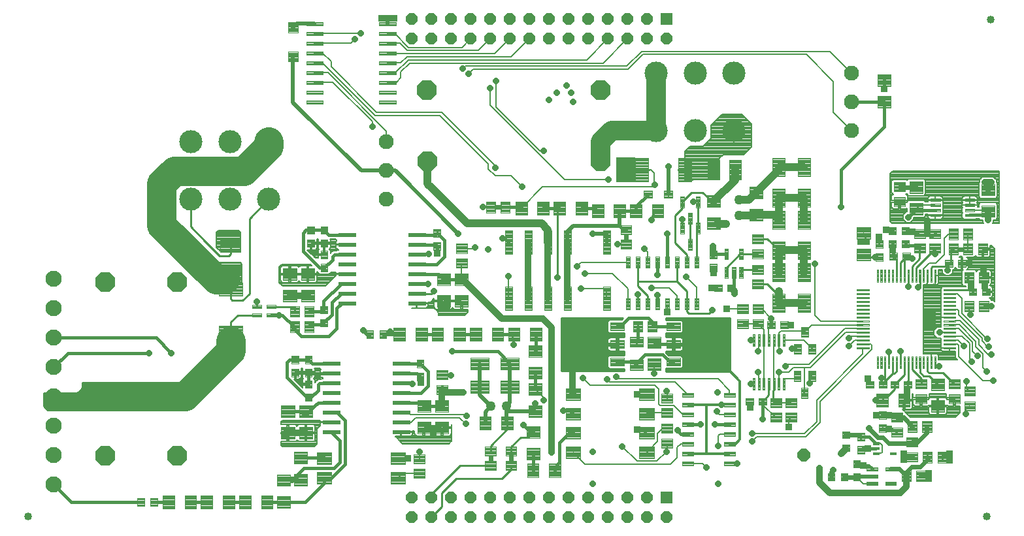
<source format=gtl>
G75*
%MOIN*%
%OFA0B0*%
%FSLAX25Y25*%
%IPPOS*%
%LPD*%
%AMOC8*
5,1,8,0,0,1.08239X$1,22.5*
%
%ADD10R,0.05906X0.05906*%
%ADD11OC8,0.05906*%
%ADD12C,0.08268*%
%ADD13C,0.04000*%
%ADD14C,0.00378*%
%ADD15C,0.00396*%
%ADD16C,0.00386*%
%ADD17OC8,0.06496*%
%ADD18C,0.00394*%
%ADD19C,0.00400*%
%ADD20C,0.00425*%
%ADD21OC8,0.10000*%
%ADD22C,0.00409*%
%ADD23C,0.11811*%
%ADD24C,0.07677*%
%ADD25C,0.05000*%
%ADD26C,0.00405*%
%ADD27C,0.00375*%
%ADD28C,0.00406*%
%ADD29C,0.00408*%
%ADD30C,0.00402*%
%ADD31C,0.00100*%
%ADD32R,0.03175X0.03175*%
%ADD33C,0.01000*%
%ADD34C,0.01600*%
%ADD35C,0.02400*%
%ADD36C,0.00800*%
%ADD37C,0.02000*%
%ADD38OC8,0.03175*%
%ADD39C,0.04000*%
%ADD40C,0.03200*%
%ADD41C,0.01200*%
%ADD42C,0.15000*%
%ADD43C,0.00850*%
%ADD44C,0.10000*%
D10*
X0345473Y0038461D03*
X0345473Y0282713D03*
D11*
X0335473Y0282713D03*
X0325473Y0282713D03*
X0315473Y0282713D03*
X0305473Y0282713D03*
X0295473Y0282713D03*
X0285473Y0282713D03*
X0275473Y0282713D03*
X0265473Y0282713D03*
X0255473Y0282713D03*
X0245473Y0282713D03*
X0235473Y0282713D03*
X0225473Y0282713D03*
X0215473Y0282713D03*
X0215473Y0272713D03*
X0225473Y0272713D03*
X0235473Y0272713D03*
X0245473Y0272713D03*
X0255473Y0272713D03*
X0265473Y0272713D03*
X0275473Y0272713D03*
X0285473Y0272713D03*
X0295473Y0272713D03*
X0305473Y0272713D03*
X0315473Y0272713D03*
X0325473Y0272713D03*
X0335473Y0272713D03*
X0345473Y0272713D03*
X0335473Y0038461D03*
X0325473Y0038461D03*
X0315473Y0038461D03*
X0305473Y0038461D03*
X0295473Y0038461D03*
X0285473Y0038461D03*
X0275473Y0038461D03*
X0265473Y0038461D03*
X0255473Y0038461D03*
X0245473Y0038461D03*
X0235473Y0038461D03*
X0225473Y0038461D03*
X0215473Y0038461D03*
X0215473Y0028461D03*
X0225473Y0028461D03*
X0235473Y0028461D03*
X0245473Y0028461D03*
X0255473Y0028461D03*
X0265473Y0028461D03*
X0275473Y0028461D03*
X0285473Y0028461D03*
X0295473Y0028461D03*
X0305473Y0028461D03*
X0315473Y0028461D03*
X0325473Y0028461D03*
X0335473Y0028461D03*
X0345473Y0028461D03*
D12*
X0032796Y0045016D03*
X0032796Y0060016D03*
X0032796Y0075016D03*
X0032796Y0090016D03*
X0032796Y0105016D03*
X0032796Y0120016D03*
X0032796Y0135016D03*
X0032796Y0150016D03*
D13*
X0019804Y0028618D03*
X0508780Y0028618D03*
X0510749Y0282555D03*
D14*
X0459603Y0254453D02*
X0459603Y0248533D01*
X0452895Y0248533D01*
X0452895Y0254453D01*
X0459603Y0254453D01*
X0459603Y0248910D02*
X0452895Y0248910D01*
X0452895Y0249287D02*
X0459603Y0249287D01*
X0459603Y0249664D02*
X0452895Y0249664D01*
X0452895Y0250041D02*
X0459603Y0250041D01*
X0459603Y0250418D02*
X0452895Y0250418D01*
X0452895Y0250795D02*
X0459603Y0250795D01*
X0459603Y0251172D02*
X0452895Y0251172D01*
X0452895Y0251549D02*
X0459603Y0251549D01*
X0459603Y0251926D02*
X0452895Y0251926D01*
X0452895Y0252303D02*
X0459603Y0252303D01*
X0459603Y0252680D02*
X0452895Y0252680D01*
X0452895Y0253057D02*
X0459603Y0253057D01*
X0459603Y0253434D02*
X0452895Y0253434D01*
X0452895Y0253811D02*
X0459603Y0253811D01*
X0459603Y0254188D02*
X0452895Y0254188D01*
X0459603Y0243429D02*
X0459603Y0237509D01*
X0452895Y0237509D01*
X0452895Y0243429D01*
X0459603Y0243429D01*
X0459603Y0237886D02*
X0452895Y0237886D01*
X0452895Y0238263D02*
X0459603Y0238263D01*
X0459603Y0238640D02*
X0452895Y0238640D01*
X0452895Y0239017D02*
X0459603Y0239017D01*
X0459603Y0239394D02*
X0452895Y0239394D01*
X0452895Y0239771D02*
X0459603Y0239771D01*
X0459603Y0240148D02*
X0452895Y0240148D01*
X0452895Y0240525D02*
X0459603Y0240525D01*
X0459603Y0240902D02*
X0452895Y0240902D01*
X0452895Y0241279D02*
X0459603Y0241279D01*
X0459603Y0241656D02*
X0452895Y0241656D01*
X0452895Y0242033D02*
X0459603Y0242033D01*
X0459603Y0242410D02*
X0452895Y0242410D01*
X0452895Y0242787D02*
X0459603Y0242787D01*
X0459603Y0243164D02*
X0452895Y0243164D01*
X0383371Y0200605D02*
X0377451Y0200605D01*
X0377451Y0210857D01*
X0383371Y0210857D01*
X0383371Y0200605D01*
X0383371Y0200982D02*
X0377451Y0200982D01*
X0377451Y0201359D02*
X0383371Y0201359D01*
X0383371Y0201736D02*
X0377451Y0201736D01*
X0377451Y0202113D02*
X0383371Y0202113D01*
X0383371Y0202490D02*
X0377451Y0202490D01*
X0377451Y0202867D02*
X0383371Y0202867D01*
X0383371Y0203244D02*
X0377451Y0203244D01*
X0377451Y0203621D02*
X0383371Y0203621D01*
X0383371Y0203998D02*
X0377451Y0203998D01*
X0377451Y0204375D02*
X0383371Y0204375D01*
X0383371Y0204752D02*
X0377451Y0204752D01*
X0377451Y0205129D02*
X0383371Y0205129D01*
X0383371Y0205506D02*
X0377451Y0205506D01*
X0377451Y0205883D02*
X0383371Y0205883D01*
X0383371Y0206260D02*
X0377451Y0206260D01*
X0377451Y0206637D02*
X0383371Y0206637D01*
X0383371Y0207014D02*
X0377451Y0207014D01*
X0377451Y0207391D02*
X0383371Y0207391D01*
X0383371Y0207768D02*
X0377451Y0207768D01*
X0377451Y0208145D02*
X0383371Y0208145D01*
X0383371Y0208522D02*
X0377451Y0208522D01*
X0377451Y0208899D02*
X0383371Y0208899D01*
X0383371Y0209276D02*
X0377451Y0209276D01*
X0377451Y0209653D02*
X0383371Y0209653D01*
X0383371Y0210030D02*
X0377451Y0210030D01*
X0377451Y0210407D02*
X0383371Y0210407D01*
X0383371Y0210784D02*
X0377451Y0210784D01*
X0372347Y0200605D02*
X0366427Y0200605D01*
X0366427Y0210857D01*
X0372347Y0210857D01*
X0372347Y0200605D01*
X0372347Y0200982D02*
X0366427Y0200982D01*
X0366427Y0201359D02*
X0372347Y0201359D01*
X0372347Y0201736D02*
X0366427Y0201736D01*
X0366427Y0202113D02*
X0372347Y0202113D01*
X0372347Y0202490D02*
X0366427Y0202490D01*
X0366427Y0202867D02*
X0372347Y0202867D01*
X0372347Y0203244D02*
X0366427Y0203244D01*
X0366427Y0203621D02*
X0372347Y0203621D01*
X0372347Y0203998D02*
X0366427Y0203998D01*
X0366427Y0204375D02*
X0372347Y0204375D01*
X0372347Y0204752D02*
X0366427Y0204752D01*
X0366427Y0205129D02*
X0372347Y0205129D01*
X0372347Y0205506D02*
X0366427Y0205506D01*
X0366427Y0205883D02*
X0372347Y0205883D01*
X0372347Y0206260D02*
X0366427Y0206260D01*
X0366427Y0206637D02*
X0372347Y0206637D01*
X0372347Y0207014D02*
X0366427Y0207014D01*
X0366427Y0207391D02*
X0372347Y0207391D01*
X0372347Y0207768D02*
X0366427Y0207768D01*
X0366427Y0208145D02*
X0372347Y0208145D01*
X0372347Y0208522D02*
X0366427Y0208522D01*
X0366427Y0208899D02*
X0372347Y0208899D01*
X0372347Y0209276D02*
X0366427Y0209276D01*
X0366427Y0209653D02*
X0372347Y0209653D01*
X0372347Y0210030D02*
X0366427Y0210030D01*
X0366427Y0210407D02*
X0372347Y0210407D01*
X0372347Y0210784D02*
X0366427Y0210784D01*
X0387689Y0196940D02*
X0387689Y0191020D01*
X0387689Y0196940D02*
X0394409Y0196940D01*
X0394409Y0191020D01*
X0387689Y0191020D01*
X0387689Y0191397D02*
X0394409Y0191397D01*
X0394409Y0191774D02*
X0387689Y0191774D01*
X0387689Y0192151D02*
X0394409Y0192151D01*
X0394409Y0192528D02*
X0387689Y0192528D01*
X0387689Y0192905D02*
X0394409Y0192905D01*
X0394409Y0193282D02*
X0387689Y0193282D01*
X0387689Y0193659D02*
X0394409Y0193659D01*
X0394409Y0194036D02*
X0387689Y0194036D01*
X0387689Y0194413D02*
X0394409Y0194413D01*
X0394409Y0194790D02*
X0387689Y0194790D01*
X0387689Y0195167D02*
X0394409Y0195167D01*
X0394409Y0195544D02*
X0387689Y0195544D01*
X0387689Y0195921D02*
X0394409Y0195921D01*
X0394409Y0196298D02*
X0387689Y0196298D01*
X0387689Y0196675D02*
X0394409Y0196675D01*
X0387689Y0185743D02*
X0387689Y0179823D01*
X0387689Y0185743D02*
X0394409Y0185743D01*
X0394409Y0179823D01*
X0387689Y0179823D01*
X0387689Y0180200D02*
X0394409Y0180200D01*
X0394409Y0180577D02*
X0387689Y0180577D01*
X0387689Y0180954D02*
X0394409Y0180954D01*
X0394409Y0181331D02*
X0387689Y0181331D01*
X0387689Y0181708D02*
X0394409Y0181708D01*
X0394409Y0182085D02*
X0387689Y0182085D01*
X0387689Y0182462D02*
X0394409Y0182462D01*
X0394409Y0182839D02*
X0387689Y0182839D01*
X0387689Y0183216D02*
X0394409Y0183216D01*
X0394409Y0183593D02*
X0387689Y0183593D01*
X0387689Y0183970D02*
X0394409Y0183970D01*
X0394409Y0184347D02*
X0387689Y0184347D01*
X0387689Y0184724D02*
X0394409Y0184724D01*
X0394409Y0185101D02*
X0387689Y0185101D01*
X0387689Y0185478D02*
X0394409Y0185478D01*
X0366139Y0186670D02*
X0366139Y0192590D01*
X0372859Y0192590D01*
X0372859Y0186670D01*
X0366139Y0186670D01*
X0366139Y0187047D02*
X0372859Y0187047D01*
X0372859Y0187424D02*
X0366139Y0187424D01*
X0366139Y0187801D02*
X0372859Y0187801D01*
X0372859Y0188178D02*
X0366139Y0188178D01*
X0366139Y0188555D02*
X0372859Y0188555D01*
X0372859Y0188932D02*
X0366139Y0188932D01*
X0366139Y0189309D02*
X0372859Y0189309D01*
X0372859Y0189686D02*
X0366139Y0189686D01*
X0366139Y0190063D02*
X0372859Y0190063D01*
X0372859Y0190440D02*
X0366139Y0190440D01*
X0366139Y0190817D02*
X0372859Y0190817D01*
X0372859Y0191194D02*
X0366139Y0191194D01*
X0366139Y0191571D02*
X0372859Y0191571D01*
X0372859Y0191948D02*
X0366139Y0191948D01*
X0366139Y0192325D02*
X0372859Y0192325D01*
X0366139Y0181393D02*
X0366139Y0175473D01*
X0366139Y0181393D02*
X0372859Y0181393D01*
X0372859Y0175473D01*
X0366139Y0175473D01*
X0366139Y0175850D02*
X0372859Y0175850D01*
X0372859Y0176227D02*
X0366139Y0176227D01*
X0366139Y0176604D02*
X0372859Y0176604D01*
X0372859Y0176981D02*
X0366139Y0176981D01*
X0366139Y0177358D02*
X0372859Y0177358D01*
X0372859Y0177735D02*
X0366139Y0177735D01*
X0366139Y0178112D02*
X0372859Y0178112D01*
X0372859Y0178489D02*
X0366139Y0178489D01*
X0366139Y0178866D02*
X0372859Y0178866D01*
X0372859Y0179243D02*
X0366139Y0179243D01*
X0366139Y0179620D02*
X0372859Y0179620D01*
X0372859Y0179997D02*
X0366139Y0179997D01*
X0366139Y0180374D02*
X0372859Y0180374D01*
X0372859Y0180751D02*
X0366139Y0180751D01*
X0366139Y0181128D02*
X0372859Y0181128D01*
X0343857Y0188091D02*
X0337937Y0188091D01*
X0343857Y0188091D02*
X0343857Y0181371D01*
X0337937Y0181371D01*
X0337937Y0188091D01*
X0337937Y0181748D02*
X0343857Y0181748D01*
X0343857Y0182125D02*
X0337937Y0182125D01*
X0337937Y0182502D02*
X0343857Y0182502D01*
X0343857Y0182879D02*
X0337937Y0182879D01*
X0337937Y0183256D02*
X0343857Y0183256D01*
X0343857Y0183633D02*
X0337937Y0183633D01*
X0337937Y0184010D02*
X0343857Y0184010D01*
X0343857Y0184387D02*
X0337937Y0184387D01*
X0337937Y0184764D02*
X0343857Y0184764D01*
X0343857Y0185141D02*
X0337937Y0185141D01*
X0337937Y0185518D02*
X0343857Y0185518D01*
X0343857Y0185895D02*
X0337937Y0185895D01*
X0337937Y0186272D02*
X0343857Y0186272D01*
X0343857Y0186649D02*
X0337937Y0186649D01*
X0337937Y0187026D02*
X0343857Y0187026D01*
X0343857Y0187403D02*
X0337937Y0187403D01*
X0337937Y0187780D02*
X0343857Y0187780D01*
X0332660Y0188091D02*
X0326740Y0188091D01*
X0332660Y0188091D02*
X0332660Y0181371D01*
X0326740Y0181371D01*
X0326740Y0188091D01*
X0326740Y0181748D02*
X0332660Y0181748D01*
X0332660Y0182125D02*
X0326740Y0182125D01*
X0326740Y0182502D02*
X0332660Y0182502D01*
X0332660Y0182879D02*
X0326740Y0182879D01*
X0326740Y0183256D02*
X0332660Y0183256D01*
X0332660Y0183633D02*
X0326740Y0183633D01*
X0326740Y0184010D02*
X0332660Y0184010D01*
X0332660Y0184387D02*
X0326740Y0184387D01*
X0326740Y0184764D02*
X0332660Y0184764D01*
X0332660Y0185141D02*
X0326740Y0185141D01*
X0326740Y0185518D02*
X0332660Y0185518D01*
X0332660Y0185895D02*
X0326740Y0185895D01*
X0326740Y0186272D02*
X0332660Y0186272D01*
X0332660Y0186649D02*
X0326740Y0186649D01*
X0326740Y0187026D02*
X0332660Y0187026D01*
X0332660Y0187403D02*
X0326740Y0187403D01*
X0326740Y0187780D02*
X0332660Y0187780D01*
X0324407Y0181371D02*
X0318487Y0181371D01*
X0318487Y0188091D01*
X0324407Y0188091D01*
X0324407Y0181371D01*
X0324407Y0181748D02*
X0318487Y0181748D01*
X0318487Y0182125D02*
X0324407Y0182125D01*
X0324407Y0182502D02*
X0318487Y0182502D01*
X0318487Y0182879D02*
X0324407Y0182879D01*
X0324407Y0183256D02*
X0318487Y0183256D01*
X0318487Y0183633D02*
X0324407Y0183633D01*
X0324407Y0184010D02*
X0318487Y0184010D01*
X0318487Y0184387D02*
X0324407Y0184387D01*
X0324407Y0184764D02*
X0318487Y0184764D01*
X0318487Y0185141D02*
X0324407Y0185141D01*
X0324407Y0185518D02*
X0318487Y0185518D01*
X0318487Y0185895D02*
X0324407Y0185895D01*
X0324407Y0186272D02*
X0318487Y0186272D01*
X0318487Y0186649D02*
X0324407Y0186649D01*
X0324407Y0187026D02*
X0318487Y0187026D01*
X0318487Y0187403D02*
X0324407Y0187403D01*
X0324407Y0187780D02*
X0318487Y0187780D01*
X0313210Y0181371D02*
X0307290Y0181371D01*
X0307290Y0188091D01*
X0313210Y0188091D01*
X0313210Y0181371D01*
X0313210Y0181748D02*
X0307290Y0181748D01*
X0307290Y0182125D02*
X0313210Y0182125D01*
X0313210Y0182502D02*
X0307290Y0182502D01*
X0307290Y0182879D02*
X0313210Y0182879D01*
X0313210Y0183256D02*
X0307290Y0183256D01*
X0307290Y0183633D02*
X0313210Y0183633D01*
X0313210Y0184010D02*
X0307290Y0184010D01*
X0307290Y0184387D02*
X0313210Y0184387D01*
X0313210Y0184764D02*
X0307290Y0184764D01*
X0307290Y0185141D02*
X0313210Y0185141D01*
X0313210Y0185518D02*
X0307290Y0185518D01*
X0307290Y0185895D02*
X0313210Y0185895D01*
X0313210Y0186272D02*
X0307290Y0186272D01*
X0307290Y0186649D02*
X0313210Y0186649D01*
X0313210Y0187026D02*
X0307290Y0187026D01*
X0307290Y0187403D02*
X0313210Y0187403D01*
X0313210Y0187780D02*
X0307290Y0187780D01*
X0304907Y0182771D02*
X0298987Y0182771D01*
X0298987Y0189491D01*
X0304907Y0189491D01*
X0304907Y0182771D01*
X0304907Y0183148D02*
X0298987Y0183148D01*
X0298987Y0183525D02*
X0304907Y0183525D01*
X0304907Y0183902D02*
X0298987Y0183902D01*
X0298987Y0184279D02*
X0304907Y0184279D01*
X0304907Y0184656D02*
X0298987Y0184656D01*
X0298987Y0185033D02*
X0304907Y0185033D01*
X0304907Y0185410D02*
X0298987Y0185410D01*
X0298987Y0185787D02*
X0304907Y0185787D01*
X0304907Y0186164D02*
X0298987Y0186164D01*
X0298987Y0186541D02*
X0304907Y0186541D01*
X0304907Y0186918D02*
X0298987Y0186918D01*
X0298987Y0187295D02*
X0304907Y0187295D01*
X0304907Y0187672D02*
X0298987Y0187672D01*
X0298987Y0188049D02*
X0304907Y0188049D01*
X0304907Y0188426D02*
X0298987Y0188426D01*
X0298987Y0188803D02*
X0304907Y0188803D01*
X0304907Y0189180D02*
X0298987Y0189180D01*
X0293710Y0182771D02*
X0287790Y0182771D01*
X0287790Y0189491D01*
X0293710Y0189491D01*
X0293710Y0182771D01*
X0293710Y0183148D02*
X0287790Y0183148D01*
X0287790Y0183525D02*
X0293710Y0183525D01*
X0293710Y0183902D02*
X0287790Y0183902D01*
X0287790Y0184279D02*
X0293710Y0184279D01*
X0293710Y0184656D02*
X0287790Y0184656D01*
X0287790Y0185033D02*
X0293710Y0185033D01*
X0293710Y0185410D02*
X0287790Y0185410D01*
X0287790Y0185787D02*
X0293710Y0185787D01*
X0293710Y0186164D02*
X0287790Y0186164D01*
X0287790Y0186541D02*
X0293710Y0186541D01*
X0293710Y0186918D02*
X0287790Y0186918D01*
X0287790Y0187295D02*
X0293710Y0187295D01*
X0293710Y0187672D02*
X0287790Y0187672D01*
X0287790Y0188049D02*
X0293710Y0188049D01*
X0293710Y0188426D02*
X0287790Y0188426D01*
X0287790Y0188803D02*
X0293710Y0188803D01*
X0293710Y0189180D02*
X0287790Y0189180D01*
X0285407Y0182771D02*
X0279487Y0182771D01*
X0279487Y0189491D01*
X0285407Y0189491D01*
X0285407Y0182771D01*
X0285407Y0183148D02*
X0279487Y0183148D01*
X0279487Y0183525D02*
X0285407Y0183525D01*
X0285407Y0183902D02*
X0279487Y0183902D01*
X0279487Y0184279D02*
X0285407Y0184279D01*
X0285407Y0184656D02*
X0279487Y0184656D01*
X0279487Y0185033D02*
X0285407Y0185033D01*
X0285407Y0185410D02*
X0279487Y0185410D01*
X0279487Y0185787D02*
X0285407Y0185787D01*
X0285407Y0186164D02*
X0279487Y0186164D01*
X0279487Y0186541D02*
X0285407Y0186541D01*
X0285407Y0186918D02*
X0279487Y0186918D01*
X0279487Y0187295D02*
X0285407Y0187295D01*
X0285407Y0187672D02*
X0279487Y0187672D01*
X0279487Y0188049D02*
X0285407Y0188049D01*
X0285407Y0188426D02*
X0279487Y0188426D01*
X0279487Y0188803D02*
X0285407Y0188803D01*
X0285407Y0189180D02*
X0279487Y0189180D01*
X0274210Y0182771D02*
X0268290Y0182771D01*
X0268290Y0189491D01*
X0274210Y0189491D01*
X0274210Y0182771D01*
X0274210Y0183148D02*
X0268290Y0183148D01*
X0268290Y0183525D02*
X0274210Y0183525D01*
X0274210Y0183902D02*
X0268290Y0183902D01*
X0268290Y0184279D02*
X0274210Y0184279D01*
X0274210Y0184656D02*
X0268290Y0184656D01*
X0268290Y0185033D02*
X0274210Y0185033D01*
X0274210Y0185410D02*
X0268290Y0185410D01*
X0268290Y0185787D02*
X0274210Y0185787D01*
X0274210Y0186164D02*
X0268290Y0186164D01*
X0268290Y0186541D02*
X0274210Y0186541D01*
X0274210Y0186918D02*
X0268290Y0186918D01*
X0268290Y0187295D02*
X0274210Y0187295D01*
X0274210Y0187672D02*
X0268290Y0187672D01*
X0268290Y0188049D02*
X0274210Y0188049D01*
X0274210Y0188426D02*
X0268290Y0188426D01*
X0268290Y0188803D02*
X0274210Y0188803D01*
X0274210Y0189180D02*
X0268290Y0189180D01*
X0237445Y0152803D02*
X0237445Y0146883D01*
X0237445Y0152803D02*
X0244153Y0152803D01*
X0244153Y0146883D01*
X0237445Y0146883D01*
X0237445Y0147260D02*
X0244153Y0147260D01*
X0244153Y0147637D02*
X0237445Y0147637D01*
X0237445Y0148014D02*
X0244153Y0148014D01*
X0244153Y0148391D02*
X0237445Y0148391D01*
X0237445Y0148768D02*
X0244153Y0148768D01*
X0244153Y0149145D02*
X0237445Y0149145D01*
X0237445Y0149522D02*
X0244153Y0149522D01*
X0244153Y0149899D02*
X0237445Y0149899D01*
X0237445Y0150276D02*
X0244153Y0150276D01*
X0244153Y0150653D02*
X0237445Y0150653D01*
X0237445Y0151030D02*
X0244153Y0151030D01*
X0244153Y0151407D02*
X0237445Y0151407D01*
X0237445Y0151784D02*
X0244153Y0151784D01*
X0244153Y0152161D02*
X0237445Y0152161D01*
X0237445Y0152538D02*
X0244153Y0152538D01*
X0228195Y0152803D02*
X0228195Y0146883D01*
X0228195Y0152803D02*
X0234903Y0152803D01*
X0234903Y0146883D01*
X0228195Y0146883D01*
X0228195Y0147260D02*
X0234903Y0147260D01*
X0234903Y0147637D02*
X0228195Y0147637D01*
X0228195Y0148014D02*
X0234903Y0148014D01*
X0234903Y0148391D02*
X0228195Y0148391D01*
X0228195Y0148768D02*
X0234903Y0148768D01*
X0234903Y0149145D02*
X0228195Y0149145D01*
X0228195Y0149522D02*
X0234903Y0149522D01*
X0234903Y0149899D02*
X0228195Y0149899D01*
X0228195Y0150276D02*
X0234903Y0150276D01*
X0234903Y0150653D02*
X0228195Y0150653D01*
X0228195Y0151030D02*
X0234903Y0151030D01*
X0234903Y0151407D02*
X0228195Y0151407D01*
X0228195Y0151784D02*
X0234903Y0151784D01*
X0234903Y0152161D02*
X0228195Y0152161D01*
X0228195Y0152538D02*
X0234903Y0152538D01*
X0228195Y0141779D02*
X0228195Y0135859D01*
X0228195Y0141779D02*
X0234903Y0141779D01*
X0234903Y0135859D01*
X0228195Y0135859D01*
X0228195Y0136236D02*
X0234903Y0136236D01*
X0234903Y0136613D02*
X0228195Y0136613D01*
X0228195Y0136990D02*
X0234903Y0136990D01*
X0234903Y0137367D02*
X0228195Y0137367D01*
X0228195Y0137744D02*
X0234903Y0137744D01*
X0234903Y0138121D02*
X0228195Y0138121D01*
X0228195Y0138498D02*
X0234903Y0138498D01*
X0234903Y0138875D02*
X0228195Y0138875D01*
X0228195Y0139252D02*
X0234903Y0139252D01*
X0234903Y0139629D02*
X0228195Y0139629D01*
X0228195Y0140006D02*
X0234903Y0140006D01*
X0234903Y0140383D02*
X0228195Y0140383D01*
X0228195Y0140760D02*
X0234903Y0140760D01*
X0234903Y0141137D02*
X0228195Y0141137D01*
X0228195Y0141514D02*
X0234903Y0141514D01*
X0237445Y0141779D02*
X0237445Y0135859D01*
X0237445Y0141779D02*
X0244153Y0141779D01*
X0244153Y0135859D01*
X0237445Y0135859D01*
X0237445Y0136236D02*
X0244153Y0136236D01*
X0244153Y0136613D02*
X0237445Y0136613D01*
X0237445Y0136990D02*
X0244153Y0136990D01*
X0244153Y0137367D02*
X0237445Y0137367D01*
X0237445Y0137744D02*
X0244153Y0137744D01*
X0244153Y0138121D02*
X0237445Y0138121D01*
X0237445Y0138498D02*
X0244153Y0138498D01*
X0244153Y0138875D02*
X0237445Y0138875D01*
X0237445Y0139252D02*
X0244153Y0139252D01*
X0244153Y0139629D02*
X0237445Y0139629D01*
X0237445Y0140006D02*
X0244153Y0140006D01*
X0244153Y0140383D02*
X0237445Y0140383D01*
X0237445Y0140760D02*
X0244153Y0140760D01*
X0244153Y0141137D02*
X0237445Y0141137D01*
X0237445Y0141514D02*
X0244153Y0141514D01*
X0245040Y0125041D02*
X0250960Y0125041D01*
X0250960Y0118321D01*
X0245040Y0118321D01*
X0245040Y0125041D01*
X0245040Y0118698D02*
X0250960Y0118698D01*
X0250960Y0119075D02*
X0245040Y0119075D01*
X0245040Y0119452D02*
X0250960Y0119452D01*
X0250960Y0119829D02*
X0245040Y0119829D01*
X0245040Y0120206D02*
X0250960Y0120206D01*
X0250960Y0120583D02*
X0245040Y0120583D01*
X0245040Y0120960D02*
X0250960Y0120960D01*
X0250960Y0121337D02*
X0245040Y0121337D01*
X0245040Y0121714D02*
X0250960Y0121714D01*
X0250960Y0122091D02*
X0245040Y0122091D01*
X0245040Y0122468D02*
X0250960Y0122468D01*
X0250960Y0122845D02*
X0245040Y0122845D01*
X0245040Y0123222D02*
X0250960Y0123222D01*
X0250960Y0123599D02*
X0245040Y0123599D01*
X0245040Y0123976D02*
X0250960Y0123976D01*
X0250960Y0124353D02*
X0245040Y0124353D01*
X0245040Y0124730D02*
X0250960Y0124730D01*
X0256237Y0125041D02*
X0262157Y0125041D01*
X0262157Y0118321D01*
X0256237Y0118321D01*
X0256237Y0125041D01*
X0256237Y0118698D02*
X0262157Y0118698D01*
X0262157Y0119075D02*
X0256237Y0119075D01*
X0256237Y0119452D02*
X0262157Y0119452D01*
X0262157Y0119829D02*
X0256237Y0119829D01*
X0256237Y0120206D02*
X0262157Y0120206D01*
X0262157Y0120583D02*
X0256237Y0120583D01*
X0256237Y0120960D02*
X0262157Y0120960D01*
X0262157Y0121337D02*
X0256237Y0121337D01*
X0256237Y0121714D02*
X0262157Y0121714D01*
X0262157Y0122091D02*
X0256237Y0122091D01*
X0256237Y0122468D02*
X0262157Y0122468D01*
X0262157Y0122845D02*
X0256237Y0122845D01*
X0256237Y0123222D02*
X0262157Y0123222D01*
X0262157Y0123599D02*
X0256237Y0123599D01*
X0256237Y0123976D02*
X0262157Y0123976D01*
X0262157Y0124353D02*
X0256237Y0124353D01*
X0256237Y0124730D02*
X0262157Y0124730D01*
X0264540Y0125041D02*
X0270460Y0125041D01*
X0270460Y0118321D01*
X0264540Y0118321D01*
X0264540Y0125041D01*
X0264540Y0118698D02*
X0270460Y0118698D01*
X0270460Y0119075D02*
X0264540Y0119075D01*
X0264540Y0119452D02*
X0270460Y0119452D01*
X0270460Y0119829D02*
X0264540Y0119829D01*
X0264540Y0120206D02*
X0270460Y0120206D01*
X0270460Y0120583D02*
X0264540Y0120583D01*
X0264540Y0120960D02*
X0270460Y0120960D01*
X0270460Y0121337D02*
X0264540Y0121337D01*
X0264540Y0121714D02*
X0270460Y0121714D01*
X0270460Y0122091D02*
X0264540Y0122091D01*
X0264540Y0122468D02*
X0270460Y0122468D01*
X0270460Y0122845D02*
X0264540Y0122845D01*
X0264540Y0123222D02*
X0270460Y0123222D01*
X0270460Y0123599D02*
X0264540Y0123599D01*
X0264540Y0123976D02*
X0270460Y0123976D01*
X0270460Y0124353D02*
X0264540Y0124353D01*
X0264540Y0124730D02*
X0270460Y0124730D01*
X0275737Y0125041D02*
X0281657Y0125041D01*
X0281657Y0118321D01*
X0275737Y0118321D01*
X0275737Y0125041D01*
X0275737Y0118698D02*
X0281657Y0118698D01*
X0281657Y0119075D02*
X0275737Y0119075D01*
X0275737Y0119452D02*
X0281657Y0119452D01*
X0281657Y0119829D02*
X0275737Y0119829D01*
X0275737Y0120206D02*
X0281657Y0120206D01*
X0281657Y0120583D02*
X0275737Y0120583D01*
X0275737Y0120960D02*
X0281657Y0120960D01*
X0281657Y0121337D02*
X0275737Y0121337D01*
X0275737Y0121714D02*
X0281657Y0121714D01*
X0281657Y0122091D02*
X0275737Y0122091D01*
X0275737Y0122468D02*
X0281657Y0122468D01*
X0281657Y0122845D02*
X0275737Y0122845D01*
X0275737Y0123222D02*
X0281657Y0123222D01*
X0281657Y0123599D02*
X0275737Y0123599D01*
X0275737Y0123976D02*
X0281657Y0123976D01*
X0281657Y0124353D02*
X0275737Y0124353D01*
X0275737Y0124730D02*
X0281657Y0124730D01*
X0281809Y0116140D02*
X0281809Y0110220D01*
X0275089Y0110220D01*
X0275089Y0116140D01*
X0281809Y0116140D01*
X0281809Y0110597D02*
X0275089Y0110597D01*
X0275089Y0110974D02*
X0281809Y0110974D01*
X0281809Y0111351D02*
X0275089Y0111351D01*
X0275089Y0111728D02*
X0281809Y0111728D01*
X0281809Y0112105D02*
X0275089Y0112105D01*
X0275089Y0112482D02*
X0281809Y0112482D01*
X0281809Y0112859D02*
X0275089Y0112859D01*
X0275089Y0113236D02*
X0281809Y0113236D01*
X0281809Y0113613D02*
X0275089Y0113613D01*
X0275089Y0113990D02*
X0281809Y0113990D01*
X0281809Y0114367D02*
X0275089Y0114367D01*
X0275089Y0114744D02*
X0281809Y0114744D01*
X0281809Y0115121D02*
X0275089Y0115121D01*
X0275089Y0115498D02*
X0281809Y0115498D01*
X0281809Y0115875D02*
X0275089Y0115875D01*
X0281809Y0104943D02*
X0281809Y0099023D01*
X0275089Y0099023D01*
X0275089Y0104943D01*
X0281809Y0104943D01*
X0281809Y0099400D02*
X0275089Y0099400D01*
X0275089Y0099777D02*
X0281809Y0099777D01*
X0281809Y0100154D02*
X0275089Y0100154D01*
X0275089Y0100531D02*
X0281809Y0100531D01*
X0281809Y0100908D02*
X0275089Y0100908D01*
X0275089Y0101285D02*
X0281809Y0101285D01*
X0281809Y0101662D02*
X0275089Y0101662D01*
X0275089Y0102039D02*
X0281809Y0102039D01*
X0281809Y0102416D02*
X0275089Y0102416D01*
X0275089Y0102793D02*
X0281809Y0102793D01*
X0281809Y0103170D02*
X0275089Y0103170D01*
X0275089Y0103547D02*
X0281809Y0103547D01*
X0281809Y0103924D02*
X0275089Y0103924D01*
X0275089Y0104301D02*
X0281809Y0104301D01*
X0281809Y0104678D02*
X0275089Y0104678D01*
X0281809Y0096590D02*
X0281809Y0090670D01*
X0275089Y0090670D01*
X0275089Y0096590D01*
X0281809Y0096590D01*
X0281809Y0091047D02*
X0275089Y0091047D01*
X0275089Y0091424D02*
X0281809Y0091424D01*
X0281809Y0091801D02*
X0275089Y0091801D01*
X0275089Y0092178D02*
X0281809Y0092178D01*
X0281809Y0092555D02*
X0275089Y0092555D01*
X0275089Y0092932D02*
X0281809Y0092932D01*
X0281809Y0093309D02*
X0275089Y0093309D01*
X0275089Y0093686D02*
X0281809Y0093686D01*
X0281809Y0094063D02*
X0275089Y0094063D01*
X0275089Y0094440D02*
X0281809Y0094440D01*
X0281809Y0094817D02*
X0275089Y0094817D01*
X0275089Y0095194D02*
X0281809Y0095194D01*
X0281809Y0095571D02*
X0275089Y0095571D01*
X0275089Y0095948D02*
X0281809Y0095948D01*
X0281809Y0096325D02*
X0275089Y0096325D01*
X0293871Y0094091D02*
X0293871Y0088171D01*
X0293871Y0094091D02*
X0301367Y0094091D01*
X0301367Y0088171D01*
X0293871Y0088171D01*
X0293871Y0088548D02*
X0301367Y0088548D01*
X0301367Y0088925D02*
X0293871Y0088925D01*
X0293871Y0089302D02*
X0301367Y0089302D01*
X0301367Y0089679D02*
X0293871Y0089679D01*
X0293871Y0090056D02*
X0301367Y0090056D01*
X0301367Y0090433D02*
X0293871Y0090433D01*
X0293871Y0090810D02*
X0301367Y0090810D01*
X0301367Y0091187D02*
X0293871Y0091187D01*
X0293871Y0091564D02*
X0301367Y0091564D01*
X0301367Y0091941D02*
X0293871Y0091941D01*
X0293871Y0092318D02*
X0301367Y0092318D01*
X0301367Y0092695D02*
X0293871Y0092695D01*
X0293871Y0093072D02*
X0301367Y0093072D01*
X0301367Y0093449D02*
X0293871Y0093449D01*
X0293871Y0093826D02*
X0301367Y0093826D01*
X0281809Y0085393D02*
X0281809Y0079473D01*
X0275089Y0079473D01*
X0275089Y0085393D01*
X0281809Y0085393D01*
X0281809Y0079850D02*
X0275089Y0079850D01*
X0275089Y0080227D02*
X0281809Y0080227D01*
X0281809Y0080604D02*
X0275089Y0080604D01*
X0275089Y0080981D02*
X0281809Y0080981D01*
X0281809Y0081358D02*
X0275089Y0081358D01*
X0275089Y0081735D02*
X0281809Y0081735D01*
X0281809Y0082112D02*
X0275089Y0082112D01*
X0275089Y0082489D02*
X0281809Y0082489D01*
X0281809Y0082866D02*
X0275089Y0082866D01*
X0275089Y0083243D02*
X0281809Y0083243D01*
X0281809Y0083620D02*
X0275089Y0083620D01*
X0275089Y0083997D02*
X0281809Y0083997D01*
X0281809Y0084374D02*
X0275089Y0084374D01*
X0275089Y0084751D02*
X0281809Y0084751D01*
X0281809Y0085128D02*
X0275089Y0085128D01*
X0267057Y0073021D02*
X0261137Y0073021D01*
X0261137Y0079741D01*
X0267057Y0079741D01*
X0267057Y0073021D01*
X0267057Y0073398D02*
X0261137Y0073398D01*
X0261137Y0073775D02*
X0267057Y0073775D01*
X0267057Y0074152D02*
X0261137Y0074152D01*
X0261137Y0074529D02*
X0267057Y0074529D01*
X0267057Y0074906D02*
X0261137Y0074906D01*
X0261137Y0075283D02*
X0267057Y0075283D01*
X0267057Y0075660D02*
X0261137Y0075660D01*
X0261137Y0076037D02*
X0267057Y0076037D01*
X0267057Y0076414D02*
X0261137Y0076414D01*
X0261137Y0076791D02*
X0267057Y0076791D01*
X0267057Y0077168D02*
X0261137Y0077168D01*
X0261137Y0077545D02*
X0267057Y0077545D01*
X0267057Y0077922D02*
X0261137Y0077922D01*
X0261137Y0078299D02*
X0267057Y0078299D01*
X0267057Y0078676D02*
X0261137Y0078676D01*
X0261137Y0079053D02*
X0267057Y0079053D01*
X0267057Y0079430D02*
X0261137Y0079430D01*
X0255860Y0073021D02*
X0249940Y0073021D01*
X0249940Y0079741D01*
X0255860Y0079741D01*
X0255860Y0073021D01*
X0255860Y0073398D02*
X0249940Y0073398D01*
X0249940Y0073775D02*
X0255860Y0073775D01*
X0255860Y0074152D02*
X0249940Y0074152D01*
X0249940Y0074529D02*
X0255860Y0074529D01*
X0255860Y0074906D02*
X0249940Y0074906D01*
X0249940Y0075283D02*
X0255860Y0075283D01*
X0255860Y0075660D02*
X0249940Y0075660D01*
X0249940Y0076037D02*
X0255860Y0076037D01*
X0255860Y0076414D02*
X0249940Y0076414D01*
X0249940Y0076791D02*
X0255860Y0076791D01*
X0255860Y0077168D02*
X0249940Y0077168D01*
X0249940Y0077545D02*
X0255860Y0077545D01*
X0255860Y0077922D02*
X0249940Y0077922D01*
X0249940Y0078299D02*
X0255860Y0078299D01*
X0255860Y0078676D02*
X0249940Y0078676D01*
X0249940Y0079053D02*
X0255860Y0079053D01*
X0255860Y0079430D02*
X0249940Y0079430D01*
X0227445Y0077129D02*
X0227445Y0071209D01*
X0227445Y0077129D02*
X0234153Y0077129D01*
X0234153Y0071209D01*
X0227445Y0071209D01*
X0227445Y0071586D02*
X0234153Y0071586D01*
X0234153Y0071963D02*
X0227445Y0071963D01*
X0227445Y0072340D02*
X0234153Y0072340D01*
X0234153Y0072717D02*
X0227445Y0072717D01*
X0227445Y0073094D02*
X0234153Y0073094D01*
X0234153Y0073471D02*
X0227445Y0073471D01*
X0227445Y0073848D02*
X0234153Y0073848D01*
X0234153Y0074225D02*
X0227445Y0074225D01*
X0227445Y0074602D02*
X0234153Y0074602D01*
X0234153Y0074979D02*
X0227445Y0074979D01*
X0227445Y0075356D02*
X0234153Y0075356D01*
X0234153Y0075733D02*
X0227445Y0075733D01*
X0227445Y0076110D02*
X0234153Y0076110D01*
X0234153Y0076487D02*
X0227445Y0076487D01*
X0227445Y0076864D02*
X0234153Y0076864D01*
X0218195Y0077129D02*
X0218195Y0071209D01*
X0218195Y0077129D02*
X0224903Y0077129D01*
X0224903Y0071209D01*
X0218195Y0071209D01*
X0218195Y0071586D02*
X0224903Y0071586D01*
X0224903Y0071963D02*
X0218195Y0071963D01*
X0218195Y0072340D02*
X0224903Y0072340D01*
X0224903Y0072717D02*
X0218195Y0072717D01*
X0218195Y0073094D02*
X0224903Y0073094D01*
X0224903Y0073471D02*
X0218195Y0073471D01*
X0218195Y0073848D02*
X0224903Y0073848D01*
X0224903Y0074225D02*
X0218195Y0074225D01*
X0218195Y0074602D02*
X0224903Y0074602D01*
X0224903Y0074979D02*
X0218195Y0074979D01*
X0218195Y0075356D02*
X0224903Y0075356D01*
X0224903Y0075733D02*
X0218195Y0075733D01*
X0218195Y0076110D02*
X0224903Y0076110D01*
X0224903Y0076487D02*
X0218195Y0076487D01*
X0218195Y0076864D02*
X0224903Y0076864D01*
X0218195Y0082233D02*
X0218195Y0088153D01*
X0224903Y0088153D01*
X0224903Y0082233D01*
X0218195Y0082233D01*
X0218195Y0082610D02*
X0224903Y0082610D01*
X0224903Y0082987D02*
X0218195Y0082987D01*
X0218195Y0083364D02*
X0224903Y0083364D01*
X0224903Y0083741D02*
X0218195Y0083741D01*
X0218195Y0084118D02*
X0224903Y0084118D01*
X0224903Y0084495D02*
X0218195Y0084495D01*
X0218195Y0084872D02*
X0224903Y0084872D01*
X0224903Y0085249D02*
X0218195Y0085249D01*
X0218195Y0085626D02*
X0224903Y0085626D01*
X0224903Y0086003D02*
X0218195Y0086003D01*
X0218195Y0086380D02*
X0224903Y0086380D01*
X0224903Y0086757D02*
X0218195Y0086757D01*
X0218195Y0087134D02*
X0224903Y0087134D01*
X0224903Y0087511D02*
X0218195Y0087511D01*
X0218195Y0087888D02*
X0224903Y0087888D01*
X0227445Y0088153D02*
X0227445Y0082233D01*
X0227445Y0088153D02*
X0234153Y0088153D01*
X0234153Y0082233D01*
X0227445Y0082233D01*
X0227445Y0082610D02*
X0234153Y0082610D01*
X0234153Y0082987D02*
X0227445Y0082987D01*
X0227445Y0083364D02*
X0234153Y0083364D01*
X0234153Y0083741D02*
X0227445Y0083741D01*
X0227445Y0084118D02*
X0234153Y0084118D01*
X0234153Y0084495D02*
X0227445Y0084495D01*
X0227445Y0084872D02*
X0234153Y0084872D01*
X0234153Y0085249D02*
X0227445Y0085249D01*
X0227445Y0085626D02*
X0234153Y0085626D01*
X0234153Y0086003D02*
X0227445Y0086003D01*
X0227445Y0086380D02*
X0234153Y0086380D01*
X0234153Y0086757D02*
X0227445Y0086757D01*
X0227445Y0087134D02*
X0234153Y0087134D01*
X0234153Y0087511D02*
X0227445Y0087511D01*
X0227445Y0087888D02*
X0234153Y0087888D01*
X0280759Y0074790D02*
X0280759Y0068870D01*
X0274039Y0068870D01*
X0274039Y0074790D01*
X0280759Y0074790D01*
X0280759Y0069247D02*
X0274039Y0069247D01*
X0274039Y0069624D02*
X0280759Y0069624D01*
X0280759Y0070001D02*
X0274039Y0070001D01*
X0274039Y0070378D02*
X0280759Y0070378D01*
X0280759Y0070755D02*
X0274039Y0070755D01*
X0274039Y0071132D02*
X0280759Y0071132D01*
X0280759Y0071509D02*
X0274039Y0071509D01*
X0274039Y0071886D02*
X0280759Y0071886D01*
X0280759Y0072263D02*
X0274039Y0072263D01*
X0274039Y0072640D02*
X0280759Y0072640D01*
X0280759Y0073017D02*
X0274039Y0073017D01*
X0274039Y0073394D02*
X0280759Y0073394D01*
X0280759Y0073771D02*
X0274039Y0073771D01*
X0274039Y0074148D02*
X0280759Y0074148D01*
X0280759Y0074525D02*
X0274039Y0074525D01*
X0293921Y0074441D02*
X0293921Y0068521D01*
X0293921Y0074441D02*
X0301417Y0074441D01*
X0301417Y0068521D01*
X0293921Y0068521D01*
X0293921Y0068898D02*
X0301417Y0068898D01*
X0301417Y0069275D02*
X0293921Y0069275D01*
X0293921Y0069652D02*
X0301417Y0069652D01*
X0301417Y0070029D02*
X0293921Y0070029D01*
X0293921Y0070406D02*
X0301417Y0070406D01*
X0301417Y0070783D02*
X0293921Y0070783D01*
X0293921Y0071160D02*
X0301417Y0071160D01*
X0301417Y0071537D02*
X0293921Y0071537D01*
X0293921Y0071914D02*
X0301417Y0071914D01*
X0301417Y0072291D02*
X0293921Y0072291D01*
X0293921Y0072668D02*
X0301417Y0072668D01*
X0301417Y0073045D02*
X0293921Y0073045D01*
X0293921Y0073422D02*
X0301417Y0073422D01*
X0301417Y0073799D02*
X0293921Y0073799D01*
X0293921Y0074176D02*
X0301417Y0074176D01*
X0293871Y0078171D02*
X0293871Y0084091D01*
X0301367Y0084091D01*
X0301367Y0078171D01*
X0293871Y0078171D01*
X0293871Y0078548D02*
X0301367Y0078548D01*
X0301367Y0078925D02*
X0293871Y0078925D01*
X0293871Y0079302D02*
X0301367Y0079302D01*
X0301367Y0079679D02*
X0293871Y0079679D01*
X0293871Y0080056D02*
X0301367Y0080056D01*
X0301367Y0080433D02*
X0293871Y0080433D01*
X0293871Y0080810D02*
X0301367Y0080810D01*
X0301367Y0081187D02*
X0293871Y0081187D01*
X0293871Y0081564D02*
X0301367Y0081564D01*
X0301367Y0081941D02*
X0293871Y0081941D01*
X0293871Y0082318D02*
X0301367Y0082318D01*
X0301367Y0082695D02*
X0293871Y0082695D01*
X0293871Y0083072D02*
X0301367Y0083072D01*
X0301367Y0083449D02*
X0293871Y0083449D01*
X0293871Y0083826D02*
X0301367Y0083826D01*
X0338926Y0084091D02*
X0338926Y0078171D01*
X0331430Y0078171D01*
X0331430Y0084091D01*
X0338926Y0084091D01*
X0338926Y0078548D02*
X0331430Y0078548D01*
X0331430Y0078925D02*
X0338926Y0078925D01*
X0338926Y0079302D02*
X0331430Y0079302D01*
X0331430Y0079679D02*
X0338926Y0079679D01*
X0338926Y0080056D02*
X0331430Y0080056D01*
X0331430Y0080433D02*
X0338926Y0080433D01*
X0338926Y0080810D02*
X0331430Y0080810D01*
X0331430Y0081187D02*
X0338926Y0081187D01*
X0338926Y0081564D02*
X0331430Y0081564D01*
X0331430Y0081941D02*
X0338926Y0081941D01*
X0338926Y0082318D02*
X0331430Y0082318D01*
X0331430Y0082695D02*
X0338926Y0082695D01*
X0338926Y0083072D02*
X0331430Y0083072D01*
X0331430Y0083449D02*
X0338926Y0083449D01*
X0338926Y0083826D02*
X0331430Y0083826D01*
X0338926Y0088171D02*
X0338926Y0094091D01*
X0338926Y0088171D02*
X0331430Y0088171D01*
X0331430Y0094091D01*
X0338926Y0094091D01*
X0338926Y0088548D02*
X0331430Y0088548D01*
X0331430Y0088925D02*
X0338926Y0088925D01*
X0338926Y0089302D02*
X0331430Y0089302D01*
X0331430Y0089679D02*
X0338926Y0089679D01*
X0338926Y0090056D02*
X0331430Y0090056D01*
X0331430Y0090433D02*
X0338926Y0090433D01*
X0338926Y0090810D02*
X0331430Y0090810D01*
X0331430Y0091187D02*
X0338926Y0091187D01*
X0338926Y0091564D02*
X0331430Y0091564D01*
X0331430Y0091941D02*
X0338926Y0091941D01*
X0338926Y0092318D02*
X0331430Y0092318D01*
X0331430Y0092695D02*
X0338926Y0092695D01*
X0338926Y0093072D02*
X0331430Y0093072D01*
X0331430Y0093449D02*
X0338926Y0093449D01*
X0338926Y0093826D02*
X0331430Y0093826D01*
X0342259Y0103423D02*
X0342259Y0109343D01*
X0342259Y0103423D02*
X0335539Y0103423D01*
X0335539Y0109343D01*
X0342259Y0109343D01*
X0342259Y0103800D02*
X0335539Y0103800D01*
X0335539Y0104177D02*
X0342259Y0104177D01*
X0342259Y0104554D02*
X0335539Y0104554D01*
X0335539Y0104931D02*
X0342259Y0104931D01*
X0342259Y0105308D02*
X0335539Y0105308D01*
X0335539Y0105685D02*
X0342259Y0105685D01*
X0342259Y0106062D02*
X0335539Y0106062D01*
X0335539Y0106439D02*
X0342259Y0106439D01*
X0342259Y0106816D02*
X0335539Y0106816D01*
X0335539Y0107193D02*
X0342259Y0107193D01*
X0342259Y0107570D02*
X0335539Y0107570D01*
X0335539Y0107947D02*
X0342259Y0107947D01*
X0342259Y0108324D02*
X0335539Y0108324D01*
X0335539Y0108701D02*
X0342259Y0108701D01*
X0342259Y0109078D02*
X0335539Y0109078D01*
X0342259Y0114620D02*
X0342259Y0120540D01*
X0342259Y0114620D02*
X0335539Y0114620D01*
X0335539Y0120540D01*
X0342259Y0120540D01*
X0342259Y0114997D02*
X0335539Y0114997D01*
X0335539Y0115374D02*
X0342259Y0115374D01*
X0342259Y0115751D02*
X0335539Y0115751D01*
X0335539Y0116128D02*
X0342259Y0116128D01*
X0342259Y0116505D02*
X0335539Y0116505D01*
X0335539Y0116882D02*
X0342259Y0116882D01*
X0342259Y0117259D02*
X0335539Y0117259D01*
X0335539Y0117636D02*
X0342259Y0117636D01*
X0342259Y0118013D02*
X0335539Y0118013D01*
X0335539Y0118390D02*
X0342259Y0118390D01*
X0342259Y0118767D02*
X0335539Y0118767D01*
X0335539Y0119144D02*
X0342259Y0119144D01*
X0342259Y0119521D02*
X0335539Y0119521D01*
X0335539Y0119898D02*
X0342259Y0119898D01*
X0342259Y0120275D02*
X0335539Y0120275D01*
X0338976Y0074441D02*
X0338976Y0068521D01*
X0331480Y0068521D01*
X0331480Y0074441D01*
X0338976Y0074441D01*
X0338976Y0068898D02*
X0331480Y0068898D01*
X0331480Y0069275D02*
X0338976Y0069275D01*
X0338976Y0069652D02*
X0331480Y0069652D01*
X0331480Y0070029D02*
X0338976Y0070029D01*
X0338976Y0070406D02*
X0331480Y0070406D01*
X0331480Y0070783D02*
X0338976Y0070783D01*
X0338976Y0071160D02*
X0331480Y0071160D01*
X0331480Y0071537D02*
X0338976Y0071537D01*
X0338976Y0071914D02*
X0331480Y0071914D01*
X0331480Y0072291D02*
X0338976Y0072291D01*
X0338976Y0072668D02*
X0331480Y0072668D01*
X0331480Y0073045D02*
X0338976Y0073045D01*
X0338976Y0073422D02*
X0331480Y0073422D01*
X0331480Y0073799D02*
X0338976Y0073799D01*
X0338976Y0074176D02*
X0331480Y0074176D01*
X0338976Y0064441D02*
X0338976Y0058521D01*
X0331480Y0058521D01*
X0331480Y0064441D01*
X0338976Y0064441D01*
X0338976Y0058898D02*
X0331480Y0058898D01*
X0331480Y0059275D02*
X0338976Y0059275D01*
X0338976Y0059652D02*
X0331480Y0059652D01*
X0331480Y0060029D02*
X0338976Y0060029D01*
X0338976Y0060406D02*
X0331480Y0060406D01*
X0331480Y0060783D02*
X0338976Y0060783D01*
X0338976Y0061160D02*
X0331480Y0061160D01*
X0331480Y0061537D02*
X0338976Y0061537D01*
X0338976Y0061914D02*
X0331480Y0061914D01*
X0331480Y0062291D02*
X0338976Y0062291D01*
X0338976Y0062668D02*
X0331480Y0062668D01*
X0331480Y0063045D02*
X0338976Y0063045D01*
X0338976Y0063422D02*
X0331480Y0063422D01*
X0331480Y0063799D02*
X0338976Y0063799D01*
X0338976Y0064176D02*
X0331480Y0064176D01*
X0293921Y0064441D02*
X0293921Y0058521D01*
X0293921Y0064441D02*
X0301417Y0064441D01*
X0301417Y0058521D01*
X0293921Y0058521D01*
X0293921Y0058898D02*
X0301417Y0058898D01*
X0301417Y0059275D02*
X0293921Y0059275D01*
X0293921Y0059652D02*
X0301417Y0059652D01*
X0301417Y0060029D02*
X0293921Y0060029D01*
X0293921Y0060406D02*
X0301417Y0060406D01*
X0301417Y0060783D02*
X0293921Y0060783D01*
X0293921Y0061160D02*
X0301417Y0061160D01*
X0301417Y0061537D02*
X0293921Y0061537D01*
X0293921Y0061914D02*
X0301417Y0061914D01*
X0301417Y0062291D02*
X0293921Y0062291D01*
X0293921Y0062668D02*
X0301417Y0062668D01*
X0301417Y0063045D02*
X0293921Y0063045D01*
X0293921Y0063422D02*
X0301417Y0063422D01*
X0301417Y0063799D02*
X0293921Y0063799D01*
X0293921Y0064176D02*
X0301417Y0064176D01*
X0280759Y0063593D02*
X0280759Y0057673D01*
X0274039Y0057673D01*
X0274039Y0063593D01*
X0280759Y0063593D01*
X0280759Y0058050D02*
X0274039Y0058050D01*
X0274039Y0058427D02*
X0280759Y0058427D01*
X0280759Y0058804D02*
X0274039Y0058804D01*
X0274039Y0059181D02*
X0280759Y0059181D01*
X0280759Y0059558D02*
X0274039Y0059558D01*
X0274039Y0059935D02*
X0280759Y0059935D01*
X0280759Y0060312D02*
X0274039Y0060312D01*
X0274039Y0060689D02*
X0280759Y0060689D01*
X0280759Y0061066D02*
X0274039Y0061066D01*
X0274039Y0061443D02*
X0280759Y0061443D01*
X0280759Y0061820D02*
X0274039Y0061820D01*
X0274039Y0062197D02*
X0280759Y0062197D01*
X0280759Y0062574D02*
X0274039Y0062574D01*
X0274039Y0062951D02*
X0280759Y0062951D01*
X0280759Y0063328D02*
X0274039Y0063328D01*
X0274240Y0055591D02*
X0280160Y0055591D01*
X0280160Y0048871D01*
X0274240Y0048871D01*
X0274240Y0055591D01*
X0274240Y0049248D02*
X0280160Y0049248D01*
X0280160Y0049625D02*
X0274240Y0049625D01*
X0274240Y0050002D02*
X0280160Y0050002D01*
X0280160Y0050379D02*
X0274240Y0050379D01*
X0274240Y0050756D02*
X0280160Y0050756D01*
X0280160Y0051133D02*
X0274240Y0051133D01*
X0274240Y0051510D02*
X0280160Y0051510D01*
X0280160Y0051887D02*
X0274240Y0051887D01*
X0274240Y0052264D02*
X0280160Y0052264D01*
X0280160Y0052641D02*
X0274240Y0052641D01*
X0274240Y0053018D02*
X0280160Y0053018D01*
X0280160Y0053395D02*
X0274240Y0053395D01*
X0274240Y0053772D02*
X0280160Y0053772D01*
X0280160Y0054149D02*
X0274240Y0054149D01*
X0274240Y0054526D02*
X0280160Y0054526D01*
X0280160Y0054903D02*
X0274240Y0054903D01*
X0274240Y0055280D02*
X0280160Y0055280D01*
X0285437Y0055591D02*
X0291357Y0055591D01*
X0291357Y0048871D01*
X0285437Y0048871D01*
X0285437Y0055591D01*
X0285437Y0049248D02*
X0291357Y0049248D01*
X0291357Y0049625D02*
X0285437Y0049625D01*
X0285437Y0050002D02*
X0291357Y0050002D01*
X0291357Y0050379D02*
X0285437Y0050379D01*
X0285437Y0050756D02*
X0291357Y0050756D01*
X0291357Y0051133D02*
X0285437Y0051133D01*
X0285437Y0051510D02*
X0291357Y0051510D01*
X0291357Y0051887D02*
X0285437Y0051887D01*
X0285437Y0052264D02*
X0291357Y0052264D01*
X0291357Y0052641D02*
X0285437Y0052641D01*
X0285437Y0053018D02*
X0291357Y0053018D01*
X0291357Y0053395D02*
X0285437Y0053395D01*
X0285437Y0053772D02*
X0291357Y0053772D01*
X0291357Y0054149D02*
X0285437Y0054149D01*
X0285437Y0054526D02*
X0291357Y0054526D01*
X0291357Y0054903D02*
X0285437Y0054903D01*
X0285437Y0055280D02*
X0291357Y0055280D01*
X0212076Y0055471D02*
X0212076Y0061391D01*
X0212076Y0055471D02*
X0204580Y0055471D01*
X0204580Y0061391D01*
X0212076Y0061391D01*
X0212076Y0055848D02*
X0204580Y0055848D01*
X0204580Y0056225D02*
X0212076Y0056225D01*
X0212076Y0056602D02*
X0204580Y0056602D01*
X0204580Y0056979D02*
X0212076Y0056979D01*
X0212076Y0057356D02*
X0204580Y0057356D01*
X0204580Y0057733D02*
X0212076Y0057733D01*
X0212076Y0058110D02*
X0204580Y0058110D01*
X0204580Y0058487D02*
X0212076Y0058487D01*
X0212076Y0058864D02*
X0204580Y0058864D01*
X0204580Y0059241D02*
X0212076Y0059241D01*
X0212076Y0059618D02*
X0204580Y0059618D01*
X0204580Y0059995D02*
X0212076Y0059995D01*
X0212076Y0060372D02*
X0204580Y0060372D01*
X0204580Y0060749D02*
X0212076Y0060749D01*
X0212076Y0061126D02*
X0204580Y0061126D01*
X0212076Y0051391D02*
X0212076Y0045471D01*
X0204580Y0045471D01*
X0204580Y0051391D01*
X0212076Y0051391D01*
X0212076Y0045848D02*
X0204580Y0045848D01*
X0204580Y0046225D02*
X0212076Y0046225D01*
X0212076Y0046602D02*
X0204580Y0046602D01*
X0204580Y0046979D02*
X0212076Y0046979D01*
X0212076Y0047356D02*
X0204580Y0047356D01*
X0204580Y0047733D02*
X0212076Y0047733D01*
X0212076Y0048110D02*
X0204580Y0048110D01*
X0204580Y0048487D02*
X0212076Y0048487D01*
X0212076Y0048864D02*
X0204580Y0048864D01*
X0204580Y0049241D02*
X0212076Y0049241D01*
X0212076Y0049618D02*
X0204580Y0049618D01*
X0204580Y0049995D02*
X0212076Y0049995D01*
X0212076Y0050372D02*
X0204580Y0050372D01*
X0204580Y0050749D02*
X0212076Y0050749D01*
X0212076Y0051126D02*
X0204580Y0051126D01*
X0167021Y0051391D02*
X0167021Y0045471D01*
X0167021Y0051391D02*
X0174517Y0051391D01*
X0174517Y0045471D01*
X0167021Y0045471D01*
X0167021Y0045848D02*
X0174517Y0045848D01*
X0174517Y0046225D02*
X0167021Y0046225D01*
X0167021Y0046602D02*
X0174517Y0046602D01*
X0174517Y0046979D02*
X0167021Y0046979D01*
X0167021Y0047356D02*
X0174517Y0047356D01*
X0174517Y0047733D02*
X0167021Y0047733D01*
X0167021Y0048110D02*
X0174517Y0048110D01*
X0174517Y0048487D02*
X0167021Y0048487D01*
X0167021Y0048864D02*
X0174517Y0048864D01*
X0174517Y0049241D02*
X0167021Y0049241D01*
X0167021Y0049618D02*
X0174517Y0049618D01*
X0174517Y0049995D02*
X0167021Y0049995D01*
X0167021Y0050372D02*
X0174517Y0050372D01*
X0174517Y0050749D02*
X0167021Y0050749D01*
X0167021Y0051126D02*
X0174517Y0051126D01*
X0167021Y0055471D02*
X0167021Y0061391D01*
X0174517Y0061391D01*
X0174517Y0055471D01*
X0167021Y0055471D01*
X0167021Y0055848D02*
X0174517Y0055848D01*
X0174517Y0056225D02*
X0167021Y0056225D01*
X0167021Y0056602D02*
X0174517Y0056602D01*
X0174517Y0056979D02*
X0167021Y0056979D01*
X0167021Y0057356D02*
X0174517Y0057356D01*
X0174517Y0057733D02*
X0167021Y0057733D01*
X0167021Y0058110D02*
X0174517Y0058110D01*
X0174517Y0058487D02*
X0167021Y0058487D01*
X0167021Y0058864D02*
X0174517Y0058864D01*
X0174517Y0059241D02*
X0167021Y0059241D01*
X0167021Y0059618D02*
X0174517Y0059618D01*
X0174517Y0059995D02*
X0167021Y0059995D01*
X0167021Y0060372D02*
X0174517Y0060372D01*
X0174517Y0060749D02*
X0167021Y0060749D01*
X0167021Y0061126D02*
X0174517Y0061126D01*
X0162159Y0061590D02*
X0162159Y0055670D01*
X0155439Y0055670D01*
X0155439Y0061590D01*
X0162159Y0061590D01*
X0162159Y0056047D02*
X0155439Y0056047D01*
X0155439Y0056424D02*
X0162159Y0056424D01*
X0162159Y0056801D02*
X0155439Y0056801D01*
X0155439Y0057178D02*
X0162159Y0057178D01*
X0162159Y0057555D02*
X0155439Y0057555D01*
X0155439Y0057932D02*
X0162159Y0057932D01*
X0162159Y0058309D02*
X0155439Y0058309D01*
X0155439Y0058686D02*
X0162159Y0058686D01*
X0162159Y0059063D02*
X0155439Y0059063D01*
X0155439Y0059440D02*
X0162159Y0059440D01*
X0162159Y0059817D02*
X0155439Y0059817D01*
X0155439Y0060194D02*
X0162159Y0060194D01*
X0162159Y0060571D02*
X0155439Y0060571D01*
X0155439Y0060948D02*
X0162159Y0060948D01*
X0162159Y0061325D02*
X0155439Y0061325D01*
X0148845Y0068409D02*
X0148845Y0074329D01*
X0155553Y0074329D01*
X0155553Y0068409D01*
X0148845Y0068409D01*
X0148845Y0068786D02*
X0155553Y0068786D01*
X0155553Y0069163D02*
X0148845Y0069163D01*
X0148845Y0069540D02*
X0155553Y0069540D01*
X0155553Y0069917D02*
X0148845Y0069917D01*
X0148845Y0070294D02*
X0155553Y0070294D01*
X0155553Y0070671D02*
X0148845Y0070671D01*
X0148845Y0071048D02*
X0155553Y0071048D01*
X0155553Y0071425D02*
X0148845Y0071425D01*
X0148845Y0071802D02*
X0155553Y0071802D01*
X0155553Y0072179D02*
X0148845Y0072179D01*
X0148845Y0072556D02*
X0155553Y0072556D01*
X0155553Y0072933D02*
X0148845Y0072933D01*
X0148845Y0073310D02*
X0155553Y0073310D01*
X0155553Y0073687D02*
X0148845Y0073687D01*
X0148845Y0074064D02*
X0155553Y0074064D01*
X0158095Y0074329D02*
X0158095Y0068409D01*
X0158095Y0074329D02*
X0164803Y0074329D01*
X0164803Y0068409D01*
X0158095Y0068409D01*
X0158095Y0068786D02*
X0164803Y0068786D01*
X0164803Y0069163D02*
X0158095Y0069163D01*
X0158095Y0069540D02*
X0164803Y0069540D01*
X0164803Y0069917D02*
X0158095Y0069917D01*
X0158095Y0070294D02*
X0164803Y0070294D01*
X0164803Y0070671D02*
X0158095Y0070671D01*
X0158095Y0071048D02*
X0164803Y0071048D01*
X0164803Y0071425D02*
X0158095Y0071425D01*
X0158095Y0071802D02*
X0164803Y0071802D01*
X0164803Y0072179D02*
X0158095Y0072179D01*
X0158095Y0072556D02*
X0164803Y0072556D01*
X0164803Y0072933D02*
X0158095Y0072933D01*
X0158095Y0073310D02*
X0164803Y0073310D01*
X0164803Y0073687D02*
X0158095Y0073687D01*
X0158095Y0074064D02*
X0164803Y0074064D01*
X0158095Y0079433D02*
X0158095Y0085353D01*
X0164803Y0085353D01*
X0164803Y0079433D01*
X0158095Y0079433D01*
X0158095Y0079810D02*
X0164803Y0079810D01*
X0164803Y0080187D02*
X0158095Y0080187D01*
X0158095Y0080564D02*
X0164803Y0080564D01*
X0164803Y0080941D02*
X0158095Y0080941D01*
X0158095Y0081318D02*
X0164803Y0081318D01*
X0164803Y0081695D02*
X0158095Y0081695D01*
X0158095Y0082072D02*
X0164803Y0082072D01*
X0164803Y0082449D02*
X0158095Y0082449D01*
X0158095Y0082826D02*
X0164803Y0082826D01*
X0164803Y0083203D02*
X0158095Y0083203D01*
X0158095Y0083580D02*
X0164803Y0083580D01*
X0164803Y0083957D02*
X0158095Y0083957D01*
X0158095Y0084334D02*
X0164803Y0084334D01*
X0164803Y0084711D02*
X0158095Y0084711D01*
X0158095Y0085088D02*
X0164803Y0085088D01*
X0148845Y0085353D02*
X0148845Y0079433D01*
X0148845Y0085353D02*
X0155553Y0085353D01*
X0155553Y0079433D01*
X0148845Y0079433D01*
X0148845Y0079810D02*
X0155553Y0079810D01*
X0155553Y0080187D02*
X0148845Y0080187D01*
X0148845Y0080564D02*
X0155553Y0080564D01*
X0155553Y0080941D02*
X0148845Y0080941D01*
X0148845Y0081318D02*
X0155553Y0081318D01*
X0155553Y0081695D02*
X0148845Y0081695D01*
X0148845Y0082072D02*
X0155553Y0082072D01*
X0155553Y0082449D02*
X0148845Y0082449D01*
X0148845Y0082826D02*
X0155553Y0082826D01*
X0155553Y0083203D02*
X0148845Y0083203D01*
X0148845Y0083580D02*
X0155553Y0083580D01*
X0155553Y0083957D02*
X0148845Y0083957D01*
X0148845Y0084334D02*
X0155553Y0084334D01*
X0155553Y0084711D02*
X0148845Y0084711D01*
X0148845Y0085088D02*
X0155553Y0085088D01*
X0206140Y0125041D02*
X0212060Y0125041D01*
X0212060Y0118321D01*
X0206140Y0118321D01*
X0206140Y0125041D01*
X0206140Y0118698D02*
X0212060Y0118698D01*
X0212060Y0119075D02*
X0206140Y0119075D01*
X0206140Y0119452D02*
X0212060Y0119452D01*
X0212060Y0119829D02*
X0206140Y0119829D01*
X0206140Y0120206D02*
X0212060Y0120206D01*
X0212060Y0120583D02*
X0206140Y0120583D01*
X0206140Y0120960D02*
X0212060Y0120960D01*
X0212060Y0121337D02*
X0206140Y0121337D01*
X0206140Y0121714D02*
X0212060Y0121714D01*
X0212060Y0122091D02*
X0206140Y0122091D01*
X0206140Y0122468D02*
X0212060Y0122468D01*
X0212060Y0122845D02*
X0206140Y0122845D01*
X0206140Y0123222D02*
X0212060Y0123222D01*
X0212060Y0123599D02*
X0206140Y0123599D01*
X0206140Y0123976D02*
X0212060Y0123976D01*
X0212060Y0124353D02*
X0206140Y0124353D01*
X0206140Y0124730D02*
X0212060Y0124730D01*
X0217337Y0125041D02*
X0223257Y0125041D01*
X0223257Y0118321D01*
X0217337Y0118321D01*
X0217337Y0125041D01*
X0217337Y0118698D02*
X0223257Y0118698D01*
X0223257Y0119075D02*
X0217337Y0119075D01*
X0217337Y0119452D02*
X0223257Y0119452D01*
X0223257Y0119829D02*
X0217337Y0119829D01*
X0217337Y0120206D02*
X0223257Y0120206D01*
X0223257Y0120583D02*
X0217337Y0120583D01*
X0217337Y0120960D02*
X0223257Y0120960D01*
X0223257Y0121337D02*
X0217337Y0121337D01*
X0217337Y0121714D02*
X0223257Y0121714D01*
X0223257Y0122091D02*
X0217337Y0122091D01*
X0217337Y0122468D02*
X0223257Y0122468D01*
X0223257Y0122845D02*
X0217337Y0122845D01*
X0217337Y0123222D02*
X0223257Y0123222D01*
X0223257Y0123599D02*
X0217337Y0123599D01*
X0217337Y0123976D02*
X0223257Y0123976D01*
X0223257Y0124353D02*
X0217337Y0124353D01*
X0217337Y0124730D02*
X0223257Y0124730D01*
X0225590Y0125041D02*
X0231510Y0125041D01*
X0231510Y0118321D01*
X0225590Y0118321D01*
X0225590Y0125041D01*
X0225590Y0118698D02*
X0231510Y0118698D01*
X0231510Y0119075D02*
X0225590Y0119075D01*
X0225590Y0119452D02*
X0231510Y0119452D01*
X0231510Y0119829D02*
X0225590Y0119829D01*
X0225590Y0120206D02*
X0231510Y0120206D01*
X0231510Y0120583D02*
X0225590Y0120583D01*
X0225590Y0120960D02*
X0231510Y0120960D01*
X0231510Y0121337D02*
X0225590Y0121337D01*
X0225590Y0121714D02*
X0231510Y0121714D01*
X0231510Y0122091D02*
X0225590Y0122091D01*
X0225590Y0122468D02*
X0231510Y0122468D01*
X0231510Y0122845D02*
X0225590Y0122845D01*
X0225590Y0123222D02*
X0231510Y0123222D01*
X0231510Y0123599D02*
X0225590Y0123599D01*
X0225590Y0123976D02*
X0231510Y0123976D01*
X0231510Y0124353D02*
X0225590Y0124353D01*
X0225590Y0124730D02*
X0231510Y0124730D01*
X0236787Y0125041D02*
X0242707Y0125041D01*
X0242707Y0118321D01*
X0236787Y0118321D01*
X0236787Y0125041D01*
X0236787Y0118698D02*
X0242707Y0118698D01*
X0242707Y0119075D02*
X0236787Y0119075D01*
X0236787Y0119452D02*
X0242707Y0119452D01*
X0242707Y0119829D02*
X0236787Y0119829D01*
X0236787Y0120206D02*
X0242707Y0120206D01*
X0242707Y0120583D02*
X0236787Y0120583D01*
X0236787Y0120960D02*
X0242707Y0120960D01*
X0242707Y0121337D02*
X0236787Y0121337D01*
X0236787Y0121714D02*
X0242707Y0121714D01*
X0242707Y0122091D02*
X0236787Y0122091D01*
X0236787Y0122468D02*
X0242707Y0122468D01*
X0242707Y0122845D02*
X0236787Y0122845D01*
X0236787Y0123222D02*
X0242707Y0123222D01*
X0242707Y0123599D02*
X0236787Y0123599D01*
X0236787Y0123976D02*
X0242707Y0123976D01*
X0242707Y0124353D02*
X0236787Y0124353D01*
X0236787Y0124730D02*
X0242707Y0124730D01*
X0159095Y0138509D02*
X0159095Y0144429D01*
X0165803Y0144429D01*
X0165803Y0138509D01*
X0159095Y0138509D01*
X0159095Y0138886D02*
X0165803Y0138886D01*
X0165803Y0139263D02*
X0159095Y0139263D01*
X0159095Y0139640D02*
X0165803Y0139640D01*
X0165803Y0140017D02*
X0159095Y0140017D01*
X0159095Y0140394D02*
X0165803Y0140394D01*
X0165803Y0140771D02*
X0159095Y0140771D01*
X0159095Y0141148D02*
X0165803Y0141148D01*
X0165803Y0141525D02*
X0159095Y0141525D01*
X0159095Y0141902D02*
X0165803Y0141902D01*
X0165803Y0142279D02*
X0159095Y0142279D01*
X0159095Y0142656D02*
X0165803Y0142656D01*
X0165803Y0143033D02*
X0159095Y0143033D01*
X0159095Y0143410D02*
X0165803Y0143410D01*
X0165803Y0143787D02*
X0159095Y0143787D01*
X0159095Y0144164D02*
X0165803Y0144164D01*
X0149845Y0144429D02*
X0149845Y0138509D01*
X0149845Y0144429D02*
X0156553Y0144429D01*
X0156553Y0138509D01*
X0149845Y0138509D01*
X0149845Y0138886D02*
X0156553Y0138886D01*
X0156553Y0139263D02*
X0149845Y0139263D01*
X0149845Y0139640D02*
X0156553Y0139640D01*
X0156553Y0140017D02*
X0149845Y0140017D01*
X0149845Y0140394D02*
X0156553Y0140394D01*
X0156553Y0140771D02*
X0149845Y0140771D01*
X0149845Y0141148D02*
X0156553Y0141148D01*
X0156553Y0141525D02*
X0149845Y0141525D01*
X0149845Y0141902D02*
X0156553Y0141902D01*
X0156553Y0142279D02*
X0149845Y0142279D01*
X0149845Y0142656D02*
X0156553Y0142656D01*
X0156553Y0143033D02*
X0149845Y0143033D01*
X0149845Y0143410D02*
X0156553Y0143410D01*
X0156553Y0143787D02*
X0149845Y0143787D01*
X0149845Y0144164D02*
X0156553Y0144164D01*
X0149845Y0149533D02*
X0149845Y0155453D01*
X0156553Y0155453D01*
X0156553Y0149533D01*
X0149845Y0149533D01*
X0149845Y0149910D02*
X0156553Y0149910D01*
X0156553Y0150287D02*
X0149845Y0150287D01*
X0149845Y0150664D02*
X0156553Y0150664D01*
X0156553Y0151041D02*
X0149845Y0151041D01*
X0149845Y0151418D02*
X0156553Y0151418D01*
X0156553Y0151795D02*
X0149845Y0151795D01*
X0149845Y0152172D02*
X0156553Y0152172D01*
X0156553Y0152549D02*
X0149845Y0152549D01*
X0149845Y0152926D02*
X0156553Y0152926D01*
X0156553Y0153303D02*
X0149845Y0153303D01*
X0149845Y0153680D02*
X0156553Y0153680D01*
X0156553Y0154057D02*
X0149845Y0154057D01*
X0149845Y0154434D02*
X0156553Y0154434D01*
X0156553Y0154811D02*
X0149845Y0154811D01*
X0149845Y0155188D02*
X0156553Y0155188D01*
X0159095Y0155453D02*
X0159095Y0149533D01*
X0159095Y0155453D02*
X0165803Y0155453D01*
X0165803Y0149533D01*
X0159095Y0149533D01*
X0159095Y0149910D02*
X0165803Y0149910D01*
X0165803Y0150287D02*
X0159095Y0150287D01*
X0159095Y0150664D02*
X0165803Y0150664D01*
X0165803Y0151041D02*
X0159095Y0151041D01*
X0159095Y0151418D02*
X0165803Y0151418D01*
X0165803Y0151795D02*
X0159095Y0151795D01*
X0159095Y0152172D02*
X0165803Y0152172D01*
X0165803Y0152549D02*
X0159095Y0152549D01*
X0159095Y0152926D02*
X0165803Y0152926D01*
X0165803Y0153303D02*
X0159095Y0153303D01*
X0159095Y0153680D02*
X0165803Y0153680D01*
X0165803Y0154057D02*
X0159095Y0154057D01*
X0159095Y0154434D02*
X0165803Y0154434D01*
X0165803Y0154811D02*
X0159095Y0154811D01*
X0159095Y0155188D02*
X0165803Y0155188D01*
X0128075Y0152659D02*
X0128075Y0158579D01*
X0128075Y0152659D02*
X0117823Y0152659D01*
X0117823Y0158579D01*
X0128075Y0158579D01*
X0128075Y0153036D02*
X0117823Y0153036D01*
X0117823Y0153413D02*
X0128075Y0153413D01*
X0128075Y0153790D02*
X0117823Y0153790D01*
X0117823Y0154167D02*
X0128075Y0154167D01*
X0128075Y0154544D02*
X0117823Y0154544D01*
X0117823Y0154921D02*
X0128075Y0154921D01*
X0128075Y0155298D02*
X0117823Y0155298D01*
X0117823Y0155675D02*
X0128075Y0155675D01*
X0128075Y0156052D02*
X0117823Y0156052D01*
X0117823Y0156429D02*
X0128075Y0156429D01*
X0128075Y0156806D02*
X0117823Y0156806D01*
X0117823Y0157183D02*
X0128075Y0157183D01*
X0128075Y0157560D02*
X0117823Y0157560D01*
X0117823Y0157937D02*
X0128075Y0157937D01*
X0128075Y0158314D02*
X0117823Y0158314D01*
X0128075Y0163683D02*
X0128075Y0169603D01*
X0128075Y0163683D02*
X0117823Y0163683D01*
X0117823Y0169603D01*
X0128075Y0169603D01*
X0128075Y0164060D02*
X0117823Y0164060D01*
X0117823Y0164437D02*
X0128075Y0164437D01*
X0128075Y0164814D02*
X0117823Y0164814D01*
X0117823Y0165191D02*
X0128075Y0165191D01*
X0128075Y0165568D02*
X0117823Y0165568D01*
X0117823Y0165945D02*
X0128075Y0165945D01*
X0128075Y0166322D02*
X0117823Y0166322D01*
X0117823Y0166699D02*
X0128075Y0166699D01*
X0128075Y0167076D02*
X0117823Y0167076D01*
X0117823Y0167453D02*
X0128075Y0167453D01*
X0128075Y0167830D02*
X0117823Y0167830D01*
X0117823Y0168207D02*
X0128075Y0168207D01*
X0128075Y0168584D02*
X0117823Y0168584D01*
X0117823Y0168961D02*
X0128075Y0168961D01*
X0128075Y0169338D02*
X0117823Y0169338D01*
X0146639Y0050240D02*
X0146639Y0044320D01*
X0146639Y0050240D02*
X0153359Y0050240D01*
X0153359Y0044320D01*
X0146639Y0044320D01*
X0146639Y0044697D02*
X0153359Y0044697D01*
X0153359Y0045074D02*
X0146639Y0045074D01*
X0146639Y0045451D02*
X0153359Y0045451D01*
X0153359Y0045828D02*
X0146639Y0045828D01*
X0146639Y0046205D02*
X0153359Y0046205D01*
X0153359Y0046582D02*
X0146639Y0046582D01*
X0146639Y0046959D02*
X0153359Y0046959D01*
X0153359Y0047336D02*
X0146639Y0047336D01*
X0146639Y0047713D02*
X0153359Y0047713D01*
X0153359Y0048090D02*
X0146639Y0048090D01*
X0146639Y0048467D02*
X0153359Y0048467D01*
X0153359Y0048844D02*
X0146639Y0048844D01*
X0146639Y0049221D02*
X0153359Y0049221D01*
X0153359Y0049598D02*
X0146639Y0049598D01*
X0146639Y0049975D02*
X0153359Y0049975D01*
X0162159Y0050393D02*
X0162159Y0044473D01*
X0155439Y0044473D01*
X0155439Y0050393D01*
X0162159Y0050393D01*
X0162159Y0044850D02*
X0155439Y0044850D01*
X0155439Y0045227D02*
X0162159Y0045227D01*
X0162159Y0045604D02*
X0155439Y0045604D01*
X0155439Y0045981D02*
X0162159Y0045981D01*
X0162159Y0046358D02*
X0155439Y0046358D01*
X0155439Y0046735D02*
X0162159Y0046735D01*
X0162159Y0047112D02*
X0155439Y0047112D01*
X0155439Y0047489D02*
X0162159Y0047489D01*
X0162159Y0047866D02*
X0155439Y0047866D01*
X0155439Y0048243D02*
X0162159Y0048243D01*
X0162159Y0048620D02*
X0155439Y0048620D01*
X0155439Y0048997D02*
X0162159Y0048997D01*
X0162159Y0049374D02*
X0155439Y0049374D01*
X0155439Y0049751D02*
X0162159Y0049751D01*
X0162159Y0050128D02*
X0155439Y0050128D01*
X0146639Y0039043D02*
X0146639Y0033123D01*
X0146639Y0039043D02*
X0153359Y0039043D01*
X0153359Y0033123D01*
X0146639Y0033123D01*
X0146639Y0033500D02*
X0153359Y0033500D01*
X0153359Y0033877D02*
X0146639Y0033877D01*
X0146639Y0034254D02*
X0153359Y0034254D01*
X0153359Y0034631D02*
X0146639Y0034631D01*
X0146639Y0035008D02*
X0153359Y0035008D01*
X0153359Y0035385D02*
X0146639Y0035385D01*
X0146639Y0035762D02*
X0153359Y0035762D01*
X0153359Y0036139D02*
X0146639Y0036139D01*
X0146639Y0036516D02*
X0153359Y0036516D01*
X0153359Y0036893D02*
X0146639Y0036893D01*
X0146639Y0037270D02*
X0153359Y0037270D01*
X0153359Y0037647D02*
X0146639Y0037647D01*
X0146639Y0038024D02*
X0153359Y0038024D01*
X0153359Y0038401D02*
X0146639Y0038401D01*
X0146639Y0038778D02*
X0153359Y0038778D01*
X0144457Y0039441D02*
X0138537Y0039441D01*
X0144457Y0039441D02*
X0144457Y0032721D01*
X0138537Y0032721D01*
X0138537Y0039441D01*
X0138537Y0033098D02*
X0144457Y0033098D01*
X0144457Y0033475D02*
X0138537Y0033475D01*
X0138537Y0033852D02*
X0144457Y0033852D01*
X0144457Y0034229D02*
X0138537Y0034229D01*
X0138537Y0034606D02*
X0144457Y0034606D01*
X0144457Y0034983D02*
X0138537Y0034983D01*
X0138537Y0035360D02*
X0144457Y0035360D01*
X0144457Y0035737D02*
X0138537Y0035737D01*
X0138537Y0036114D02*
X0144457Y0036114D01*
X0144457Y0036491D02*
X0138537Y0036491D01*
X0138537Y0036868D02*
X0144457Y0036868D01*
X0144457Y0037245D02*
X0138537Y0037245D01*
X0138537Y0037622D02*
X0144457Y0037622D01*
X0144457Y0037999D02*
X0138537Y0037999D01*
X0138537Y0038376D02*
X0144457Y0038376D01*
X0144457Y0038753D02*
X0138537Y0038753D01*
X0138537Y0039130D02*
X0144457Y0039130D01*
X0133260Y0039441D02*
X0127340Y0039441D01*
X0133260Y0039441D02*
X0133260Y0032721D01*
X0127340Y0032721D01*
X0127340Y0039441D01*
X0127340Y0033098D02*
X0133260Y0033098D01*
X0133260Y0033475D02*
X0127340Y0033475D01*
X0127340Y0033852D02*
X0133260Y0033852D01*
X0133260Y0034229D02*
X0127340Y0034229D01*
X0127340Y0034606D02*
X0133260Y0034606D01*
X0133260Y0034983D02*
X0127340Y0034983D01*
X0127340Y0035360D02*
X0133260Y0035360D01*
X0133260Y0035737D02*
X0127340Y0035737D01*
X0127340Y0036114D02*
X0133260Y0036114D01*
X0133260Y0036491D02*
X0127340Y0036491D01*
X0127340Y0036868D02*
X0133260Y0036868D01*
X0133260Y0037245D02*
X0127340Y0037245D01*
X0127340Y0037622D02*
X0133260Y0037622D01*
X0133260Y0037999D02*
X0127340Y0037999D01*
X0127340Y0038376D02*
X0133260Y0038376D01*
X0133260Y0038753D02*
X0127340Y0038753D01*
X0127340Y0039130D02*
X0133260Y0039130D01*
X0124957Y0039441D02*
X0119037Y0039441D01*
X0124957Y0039441D02*
X0124957Y0032721D01*
X0119037Y0032721D01*
X0119037Y0039441D01*
X0119037Y0033098D02*
X0124957Y0033098D01*
X0124957Y0033475D02*
X0119037Y0033475D01*
X0119037Y0033852D02*
X0124957Y0033852D01*
X0124957Y0034229D02*
X0119037Y0034229D01*
X0119037Y0034606D02*
X0124957Y0034606D01*
X0124957Y0034983D02*
X0119037Y0034983D01*
X0119037Y0035360D02*
X0124957Y0035360D01*
X0124957Y0035737D02*
X0119037Y0035737D01*
X0119037Y0036114D02*
X0124957Y0036114D01*
X0124957Y0036491D02*
X0119037Y0036491D01*
X0119037Y0036868D02*
X0124957Y0036868D01*
X0124957Y0037245D02*
X0119037Y0037245D01*
X0119037Y0037622D02*
X0124957Y0037622D01*
X0124957Y0037999D02*
X0119037Y0037999D01*
X0119037Y0038376D02*
X0124957Y0038376D01*
X0124957Y0038753D02*
X0119037Y0038753D01*
X0119037Y0039130D02*
X0124957Y0039130D01*
X0113760Y0039441D02*
X0107840Y0039441D01*
X0113760Y0039441D02*
X0113760Y0032721D01*
X0107840Y0032721D01*
X0107840Y0039441D01*
X0107840Y0033098D02*
X0113760Y0033098D01*
X0113760Y0033475D02*
X0107840Y0033475D01*
X0107840Y0033852D02*
X0113760Y0033852D01*
X0113760Y0034229D02*
X0107840Y0034229D01*
X0107840Y0034606D02*
X0113760Y0034606D01*
X0113760Y0034983D02*
X0107840Y0034983D01*
X0107840Y0035360D02*
X0113760Y0035360D01*
X0113760Y0035737D02*
X0107840Y0035737D01*
X0107840Y0036114D02*
X0113760Y0036114D01*
X0113760Y0036491D02*
X0107840Y0036491D01*
X0107840Y0036868D02*
X0113760Y0036868D01*
X0113760Y0037245D02*
X0107840Y0037245D01*
X0107840Y0037622D02*
X0113760Y0037622D01*
X0113760Y0037999D02*
X0107840Y0037999D01*
X0107840Y0038376D02*
X0113760Y0038376D01*
X0113760Y0038753D02*
X0107840Y0038753D01*
X0107840Y0039130D02*
X0113760Y0039130D01*
X0105507Y0039441D02*
X0099587Y0039441D01*
X0105507Y0039441D02*
X0105507Y0032721D01*
X0099587Y0032721D01*
X0099587Y0039441D01*
X0099587Y0033098D02*
X0105507Y0033098D01*
X0105507Y0033475D02*
X0099587Y0033475D01*
X0099587Y0033852D02*
X0105507Y0033852D01*
X0105507Y0034229D02*
X0099587Y0034229D01*
X0099587Y0034606D02*
X0105507Y0034606D01*
X0105507Y0034983D02*
X0099587Y0034983D01*
X0099587Y0035360D02*
X0105507Y0035360D01*
X0105507Y0035737D02*
X0099587Y0035737D01*
X0099587Y0036114D02*
X0105507Y0036114D01*
X0105507Y0036491D02*
X0099587Y0036491D01*
X0099587Y0036868D02*
X0105507Y0036868D01*
X0105507Y0037245D02*
X0099587Y0037245D01*
X0099587Y0037622D02*
X0105507Y0037622D01*
X0105507Y0037999D02*
X0099587Y0037999D01*
X0099587Y0038376D02*
X0105507Y0038376D01*
X0105507Y0038753D02*
X0099587Y0038753D01*
X0099587Y0039130D02*
X0105507Y0039130D01*
X0094310Y0039441D02*
X0088390Y0039441D01*
X0094310Y0039441D02*
X0094310Y0032721D01*
X0088390Y0032721D01*
X0088390Y0039441D01*
X0088390Y0033098D02*
X0094310Y0033098D01*
X0094310Y0033475D02*
X0088390Y0033475D01*
X0088390Y0033852D02*
X0094310Y0033852D01*
X0094310Y0034229D02*
X0088390Y0034229D01*
X0088390Y0034606D02*
X0094310Y0034606D01*
X0094310Y0034983D02*
X0088390Y0034983D01*
X0088390Y0035360D02*
X0094310Y0035360D01*
X0094310Y0035737D02*
X0088390Y0035737D01*
X0088390Y0036114D02*
X0094310Y0036114D01*
X0094310Y0036491D02*
X0088390Y0036491D01*
X0088390Y0036868D02*
X0094310Y0036868D01*
X0094310Y0037245D02*
X0088390Y0037245D01*
X0088390Y0037622D02*
X0094310Y0037622D01*
X0094310Y0037999D02*
X0088390Y0037999D01*
X0088390Y0038376D02*
X0094310Y0038376D01*
X0094310Y0038753D02*
X0088390Y0038753D01*
X0088390Y0039130D02*
X0094310Y0039130D01*
X0449203Y0159509D02*
X0449203Y0165429D01*
X0449203Y0159509D02*
X0442495Y0159509D01*
X0442495Y0165429D01*
X0449203Y0165429D01*
X0449203Y0159886D02*
X0442495Y0159886D01*
X0442495Y0160263D02*
X0449203Y0160263D01*
X0449203Y0160640D02*
X0442495Y0160640D01*
X0442495Y0161017D02*
X0449203Y0161017D01*
X0449203Y0161394D02*
X0442495Y0161394D01*
X0442495Y0161771D02*
X0449203Y0161771D01*
X0449203Y0162148D02*
X0442495Y0162148D01*
X0442495Y0162525D02*
X0449203Y0162525D01*
X0449203Y0162902D02*
X0442495Y0162902D01*
X0442495Y0163279D02*
X0449203Y0163279D01*
X0449203Y0163656D02*
X0442495Y0163656D01*
X0442495Y0164033D02*
X0449203Y0164033D01*
X0449203Y0164410D02*
X0442495Y0164410D01*
X0442495Y0164787D02*
X0449203Y0164787D01*
X0449203Y0165164D02*
X0442495Y0165164D01*
X0449203Y0170533D02*
X0449203Y0176453D01*
X0449203Y0170533D02*
X0442495Y0170533D01*
X0442495Y0176453D01*
X0449203Y0176453D01*
X0449203Y0170910D02*
X0442495Y0170910D01*
X0442495Y0171287D02*
X0449203Y0171287D01*
X0449203Y0171664D02*
X0442495Y0171664D01*
X0442495Y0172041D02*
X0449203Y0172041D01*
X0449203Y0172418D02*
X0442495Y0172418D01*
X0442495Y0172795D02*
X0449203Y0172795D01*
X0449203Y0173172D02*
X0442495Y0173172D01*
X0442495Y0173549D02*
X0449203Y0173549D01*
X0449203Y0173926D02*
X0442495Y0173926D01*
X0442495Y0174303D02*
X0449203Y0174303D01*
X0449203Y0174680D02*
X0442495Y0174680D01*
X0442495Y0175057D02*
X0449203Y0175057D01*
X0449203Y0175434D02*
X0442495Y0175434D01*
X0442495Y0175811D02*
X0449203Y0175811D01*
X0449203Y0176188D02*
X0442495Y0176188D01*
X0476103Y0182809D02*
X0476103Y0188729D01*
X0476103Y0182809D02*
X0469395Y0182809D01*
X0469395Y0188729D01*
X0476103Y0188729D01*
X0476103Y0183186D02*
X0469395Y0183186D01*
X0469395Y0183563D02*
X0476103Y0183563D01*
X0476103Y0183940D02*
X0469395Y0183940D01*
X0469395Y0184317D02*
X0476103Y0184317D01*
X0476103Y0184694D02*
X0469395Y0184694D01*
X0469395Y0185071D02*
X0476103Y0185071D01*
X0476103Y0185448D02*
X0469395Y0185448D01*
X0469395Y0185825D02*
X0476103Y0185825D01*
X0476103Y0186202D02*
X0469395Y0186202D01*
X0469395Y0186579D02*
X0476103Y0186579D01*
X0476103Y0186956D02*
X0469395Y0186956D01*
X0469395Y0187333D02*
X0476103Y0187333D01*
X0476103Y0187710D02*
X0469395Y0187710D01*
X0469395Y0188087D02*
X0476103Y0188087D01*
X0476103Y0188464D02*
X0469395Y0188464D01*
X0476103Y0193833D02*
X0476103Y0199753D01*
X0476103Y0193833D02*
X0469395Y0193833D01*
X0469395Y0199753D01*
X0476103Y0199753D01*
X0476103Y0194210D02*
X0469395Y0194210D01*
X0469395Y0194587D02*
X0476103Y0194587D01*
X0476103Y0194964D02*
X0469395Y0194964D01*
X0469395Y0195341D02*
X0476103Y0195341D01*
X0476103Y0195718D02*
X0469395Y0195718D01*
X0469395Y0196095D02*
X0476103Y0196095D01*
X0476103Y0196472D02*
X0469395Y0196472D01*
X0469395Y0196849D02*
X0476103Y0196849D01*
X0476103Y0197226D02*
X0469395Y0197226D01*
X0469395Y0197603D02*
X0476103Y0197603D01*
X0476103Y0197980D02*
X0469395Y0197980D01*
X0469395Y0198357D02*
X0476103Y0198357D01*
X0476103Y0198734D02*
X0469395Y0198734D01*
X0469395Y0199111D02*
X0476103Y0199111D01*
X0476103Y0199488D02*
X0469395Y0199488D01*
X0512703Y0198553D02*
X0512703Y0192633D01*
X0505995Y0192633D01*
X0505995Y0198553D01*
X0512703Y0198553D01*
X0512703Y0193010D02*
X0505995Y0193010D01*
X0505995Y0193387D02*
X0512703Y0193387D01*
X0512703Y0193764D02*
X0505995Y0193764D01*
X0505995Y0194141D02*
X0512703Y0194141D01*
X0512703Y0194518D02*
X0505995Y0194518D01*
X0505995Y0194895D02*
X0512703Y0194895D01*
X0512703Y0195272D02*
X0505995Y0195272D01*
X0505995Y0195649D02*
X0512703Y0195649D01*
X0512703Y0196026D02*
X0505995Y0196026D01*
X0505995Y0196403D02*
X0512703Y0196403D01*
X0512703Y0196780D02*
X0505995Y0196780D01*
X0505995Y0197157D02*
X0512703Y0197157D01*
X0512703Y0197534D02*
X0505995Y0197534D01*
X0505995Y0197911D02*
X0512703Y0197911D01*
X0512703Y0198288D02*
X0505995Y0198288D01*
X0512703Y0187529D02*
X0512703Y0181609D01*
X0505995Y0181609D01*
X0505995Y0187529D01*
X0512703Y0187529D01*
X0512703Y0181986D02*
X0505995Y0181986D01*
X0505995Y0182363D02*
X0512703Y0182363D01*
X0512703Y0182740D02*
X0505995Y0182740D01*
X0505995Y0183117D02*
X0512703Y0183117D01*
X0512703Y0183494D02*
X0505995Y0183494D01*
X0505995Y0183871D02*
X0512703Y0183871D01*
X0512703Y0184248D02*
X0505995Y0184248D01*
X0505995Y0184625D02*
X0512703Y0184625D01*
X0512703Y0185002D02*
X0505995Y0185002D01*
X0505995Y0185379D02*
X0512703Y0185379D01*
X0512703Y0185756D02*
X0505995Y0185756D01*
X0505995Y0186133D02*
X0512703Y0186133D01*
X0512703Y0186510D02*
X0505995Y0186510D01*
X0505995Y0186887D02*
X0512703Y0186887D01*
X0512703Y0187264D02*
X0505995Y0187264D01*
X0487053Y0099103D02*
X0487053Y0093183D01*
X0480345Y0093183D01*
X0480345Y0099103D01*
X0487053Y0099103D01*
X0487053Y0093560D02*
X0480345Y0093560D01*
X0480345Y0093937D02*
X0487053Y0093937D01*
X0487053Y0094314D02*
X0480345Y0094314D01*
X0480345Y0094691D02*
X0487053Y0094691D01*
X0487053Y0095068D02*
X0480345Y0095068D01*
X0480345Y0095445D02*
X0487053Y0095445D01*
X0487053Y0095822D02*
X0480345Y0095822D01*
X0480345Y0096199D02*
X0487053Y0096199D01*
X0487053Y0096576D02*
X0480345Y0096576D01*
X0480345Y0096953D02*
X0487053Y0096953D01*
X0487053Y0097330D02*
X0480345Y0097330D01*
X0480345Y0097707D02*
X0487053Y0097707D01*
X0487053Y0098084D02*
X0480345Y0098084D01*
X0480345Y0098461D02*
X0487053Y0098461D01*
X0487053Y0098838D02*
X0480345Y0098838D01*
X0469471Y0084777D02*
X0463551Y0084777D01*
X0463551Y0091485D01*
X0469471Y0091485D01*
X0469471Y0084777D01*
X0469471Y0085154D02*
X0463551Y0085154D01*
X0463551Y0085531D02*
X0469471Y0085531D01*
X0469471Y0085908D02*
X0463551Y0085908D01*
X0463551Y0086285D02*
X0469471Y0086285D01*
X0469471Y0086662D02*
X0463551Y0086662D01*
X0463551Y0087039D02*
X0469471Y0087039D01*
X0469471Y0087416D02*
X0463551Y0087416D01*
X0463551Y0087793D02*
X0469471Y0087793D01*
X0469471Y0088170D02*
X0463551Y0088170D01*
X0463551Y0088547D02*
X0469471Y0088547D01*
X0469471Y0088924D02*
X0463551Y0088924D01*
X0463551Y0089301D02*
X0469471Y0089301D01*
X0469471Y0089678D02*
X0463551Y0089678D01*
X0463551Y0090055D02*
X0469471Y0090055D01*
X0469471Y0090432D02*
X0463551Y0090432D01*
X0463551Y0090809D02*
X0469471Y0090809D01*
X0469471Y0091186D02*
X0463551Y0091186D01*
X0458447Y0084777D02*
X0452527Y0084777D01*
X0452527Y0091485D01*
X0458447Y0091485D01*
X0458447Y0084777D01*
X0458447Y0085154D02*
X0452527Y0085154D01*
X0452527Y0085531D02*
X0458447Y0085531D01*
X0458447Y0085908D02*
X0452527Y0085908D01*
X0452527Y0086285D02*
X0458447Y0086285D01*
X0458447Y0086662D02*
X0452527Y0086662D01*
X0452527Y0087039D02*
X0458447Y0087039D01*
X0458447Y0087416D02*
X0452527Y0087416D01*
X0452527Y0087793D02*
X0458447Y0087793D01*
X0458447Y0088170D02*
X0452527Y0088170D01*
X0452527Y0088547D02*
X0458447Y0088547D01*
X0458447Y0088924D02*
X0452527Y0088924D01*
X0452527Y0089301D02*
X0458447Y0089301D01*
X0458447Y0089678D02*
X0452527Y0089678D01*
X0452527Y0090055D02*
X0458447Y0090055D01*
X0458447Y0090432D02*
X0452527Y0090432D01*
X0452527Y0090809D02*
X0458447Y0090809D01*
X0458447Y0091186D02*
X0452527Y0091186D01*
X0487053Y0088079D02*
X0487053Y0082159D01*
X0480345Y0082159D01*
X0480345Y0088079D01*
X0487053Y0088079D01*
X0487053Y0082536D02*
X0480345Y0082536D01*
X0480345Y0082913D02*
X0487053Y0082913D01*
X0487053Y0083290D02*
X0480345Y0083290D01*
X0480345Y0083667D02*
X0487053Y0083667D01*
X0487053Y0084044D02*
X0480345Y0084044D01*
X0480345Y0084421D02*
X0487053Y0084421D01*
X0487053Y0084798D02*
X0480345Y0084798D01*
X0480345Y0085175D02*
X0487053Y0085175D01*
X0487053Y0085552D02*
X0480345Y0085552D01*
X0480345Y0085929D02*
X0487053Y0085929D01*
X0487053Y0086306D02*
X0480345Y0086306D01*
X0480345Y0086683D02*
X0487053Y0086683D01*
X0487053Y0087060D02*
X0480345Y0087060D01*
X0480345Y0087437D02*
X0487053Y0087437D01*
X0487053Y0087814D02*
X0480345Y0087814D01*
D15*
X0480092Y0110483D02*
X0480796Y0110483D01*
X0480796Y0104329D01*
X0480092Y0104329D01*
X0480092Y0110483D01*
X0480092Y0104724D02*
X0480796Y0104724D01*
X0480796Y0105119D02*
X0480092Y0105119D01*
X0480092Y0105514D02*
X0480796Y0105514D01*
X0480796Y0105909D02*
X0480092Y0105909D01*
X0480092Y0106304D02*
X0480796Y0106304D01*
X0480796Y0106699D02*
X0480092Y0106699D01*
X0480092Y0107094D02*
X0480796Y0107094D01*
X0480796Y0107489D02*
X0480092Y0107489D01*
X0480092Y0107884D02*
X0480796Y0107884D01*
X0480796Y0108279D02*
X0480092Y0108279D01*
X0480092Y0108674D02*
X0480796Y0108674D01*
X0480796Y0109069D02*
X0480092Y0109069D01*
X0480092Y0109464D02*
X0480796Y0109464D01*
X0480796Y0109859D02*
X0480092Y0109859D01*
X0480092Y0110254D02*
X0480796Y0110254D01*
X0482061Y0110483D02*
X0482765Y0110483D01*
X0482765Y0104329D01*
X0482061Y0104329D01*
X0482061Y0110483D01*
X0482061Y0104724D02*
X0482765Y0104724D01*
X0482765Y0105119D02*
X0482061Y0105119D01*
X0482061Y0105514D02*
X0482765Y0105514D01*
X0482765Y0105909D02*
X0482061Y0105909D01*
X0482061Y0106304D02*
X0482765Y0106304D01*
X0482765Y0106699D02*
X0482061Y0106699D01*
X0482061Y0107094D02*
X0482765Y0107094D01*
X0482765Y0107489D02*
X0482061Y0107489D01*
X0482061Y0107884D02*
X0482765Y0107884D01*
X0482765Y0108279D02*
X0482061Y0108279D01*
X0482061Y0108674D02*
X0482765Y0108674D01*
X0482765Y0109069D02*
X0482061Y0109069D01*
X0482061Y0109464D02*
X0482765Y0109464D01*
X0482765Y0109859D02*
X0482061Y0109859D01*
X0482061Y0110254D02*
X0482765Y0110254D01*
X0478828Y0110483D02*
X0478124Y0110483D01*
X0478828Y0110483D02*
X0478828Y0104329D01*
X0478124Y0104329D01*
X0478124Y0110483D01*
X0478124Y0104724D02*
X0478828Y0104724D01*
X0478828Y0105119D02*
X0478124Y0105119D01*
X0478124Y0105514D02*
X0478828Y0105514D01*
X0478828Y0105909D02*
X0478124Y0105909D01*
X0478124Y0106304D02*
X0478828Y0106304D01*
X0478828Y0106699D02*
X0478124Y0106699D01*
X0478124Y0107094D02*
X0478828Y0107094D01*
X0478828Y0107489D02*
X0478124Y0107489D01*
X0478124Y0107884D02*
X0478828Y0107884D01*
X0478828Y0108279D02*
X0478124Y0108279D01*
X0478124Y0108674D02*
X0478828Y0108674D01*
X0478828Y0109069D02*
X0478124Y0109069D01*
X0478124Y0109464D02*
X0478828Y0109464D01*
X0478828Y0109859D02*
X0478124Y0109859D01*
X0478124Y0110254D02*
X0478828Y0110254D01*
X0476859Y0110483D02*
X0476155Y0110483D01*
X0476859Y0110483D02*
X0476859Y0104329D01*
X0476155Y0104329D01*
X0476155Y0110483D01*
X0476155Y0104724D02*
X0476859Y0104724D01*
X0476859Y0105119D02*
X0476155Y0105119D01*
X0476155Y0105514D02*
X0476859Y0105514D01*
X0476859Y0105909D02*
X0476155Y0105909D01*
X0476155Y0106304D02*
X0476859Y0106304D01*
X0476859Y0106699D02*
X0476155Y0106699D01*
X0476155Y0107094D02*
X0476859Y0107094D01*
X0476859Y0107489D02*
X0476155Y0107489D01*
X0476155Y0107884D02*
X0476859Y0107884D01*
X0476859Y0108279D02*
X0476155Y0108279D01*
X0476155Y0108674D02*
X0476859Y0108674D01*
X0476859Y0109069D02*
X0476155Y0109069D01*
X0476155Y0109464D02*
X0476859Y0109464D01*
X0476859Y0109859D02*
X0476155Y0109859D01*
X0476155Y0110254D02*
X0476859Y0110254D01*
X0474891Y0110483D02*
X0474187Y0110483D01*
X0474891Y0110483D02*
X0474891Y0104329D01*
X0474187Y0104329D01*
X0474187Y0110483D01*
X0474187Y0104724D02*
X0474891Y0104724D01*
X0474891Y0105119D02*
X0474187Y0105119D01*
X0474187Y0105514D02*
X0474891Y0105514D01*
X0474891Y0105909D02*
X0474187Y0105909D01*
X0474187Y0106304D02*
X0474891Y0106304D01*
X0474891Y0106699D02*
X0474187Y0106699D01*
X0474187Y0107094D02*
X0474891Y0107094D01*
X0474891Y0107489D02*
X0474187Y0107489D01*
X0474187Y0107884D02*
X0474891Y0107884D01*
X0474891Y0108279D02*
X0474187Y0108279D01*
X0474187Y0108674D02*
X0474891Y0108674D01*
X0474891Y0109069D02*
X0474187Y0109069D01*
X0474187Y0109464D02*
X0474891Y0109464D01*
X0474891Y0109859D02*
X0474187Y0109859D01*
X0474187Y0110254D02*
X0474891Y0110254D01*
X0472922Y0110483D02*
X0472218Y0110483D01*
X0472922Y0110483D02*
X0472922Y0104329D01*
X0472218Y0104329D01*
X0472218Y0110483D01*
X0472218Y0104724D02*
X0472922Y0104724D01*
X0472922Y0105119D02*
X0472218Y0105119D01*
X0472218Y0105514D02*
X0472922Y0105514D01*
X0472922Y0105909D02*
X0472218Y0105909D01*
X0472218Y0106304D02*
X0472922Y0106304D01*
X0472922Y0106699D02*
X0472218Y0106699D01*
X0472218Y0107094D02*
X0472922Y0107094D01*
X0472922Y0107489D02*
X0472218Y0107489D01*
X0472218Y0107884D02*
X0472922Y0107884D01*
X0472922Y0108279D02*
X0472218Y0108279D01*
X0472218Y0108674D02*
X0472922Y0108674D01*
X0472922Y0109069D02*
X0472218Y0109069D01*
X0472218Y0109464D02*
X0472922Y0109464D01*
X0472922Y0109859D02*
X0472218Y0109859D01*
X0472218Y0110254D02*
X0472922Y0110254D01*
X0470954Y0110483D02*
X0470250Y0110483D01*
X0470954Y0110483D02*
X0470954Y0104329D01*
X0470250Y0104329D01*
X0470250Y0110483D01*
X0470250Y0104724D02*
X0470954Y0104724D01*
X0470954Y0105119D02*
X0470250Y0105119D01*
X0470250Y0105514D02*
X0470954Y0105514D01*
X0470954Y0105909D02*
X0470250Y0105909D01*
X0470250Y0106304D02*
X0470954Y0106304D01*
X0470954Y0106699D02*
X0470250Y0106699D01*
X0470250Y0107094D02*
X0470954Y0107094D01*
X0470954Y0107489D02*
X0470250Y0107489D01*
X0470250Y0107884D02*
X0470954Y0107884D01*
X0470954Y0108279D02*
X0470250Y0108279D01*
X0470250Y0108674D02*
X0470954Y0108674D01*
X0470954Y0109069D02*
X0470250Y0109069D01*
X0470250Y0109464D02*
X0470954Y0109464D01*
X0470954Y0109859D02*
X0470250Y0109859D01*
X0470250Y0110254D02*
X0470954Y0110254D01*
X0468985Y0110483D02*
X0468281Y0110483D01*
X0468985Y0110483D02*
X0468985Y0104329D01*
X0468281Y0104329D01*
X0468281Y0110483D01*
X0468281Y0104724D02*
X0468985Y0104724D01*
X0468985Y0105119D02*
X0468281Y0105119D01*
X0468281Y0105514D02*
X0468985Y0105514D01*
X0468985Y0105909D02*
X0468281Y0105909D01*
X0468281Y0106304D02*
X0468985Y0106304D01*
X0468985Y0106699D02*
X0468281Y0106699D01*
X0468281Y0107094D02*
X0468985Y0107094D01*
X0468985Y0107489D02*
X0468281Y0107489D01*
X0468281Y0107884D02*
X0468985Y0107884D01*
X0468985Y0108279D02*
X0468281Y0108279D01*
X0468281Y0108674D02*
X0468985Y0108674D01*
X0468985Y0109069D02*
X0468281Y0109069D01*
X0468281Y0109464D02*
X0468985Y0109464D01*
X0468985Y0109859D02*
X0468281Y0109859D01*
X0468281Y0110254D02*
X0468985Y0110254D01*
X0467017Y0110483D02*
X0466313Y0110483D01*
X0467017Y0110483D02*
X0467017Y0104329D01*
X0466313Y0104329D01*
X0466313Y0110483D01*
X0466313Y0104724D02*
X0467017Y0104724D01*
X0467017Y0105119D02*
X0466313Y0105119D01*
X0466313Y0105514D02*
X0467017Y0105514D01*
X0467017Y0105909D02*
X0466313Y0105909D01*
X0466313Y0106304D02*
X0467017Y0106304D01*
X0467017Y0106699D02*
X0466313Y0106699D01*
X0466313Y0107094D02*
X0467017Y0107094D01*
X0467017Y0107489D02*
X0466313Y0107489D01*
X0466313Y0107884D02*
X0467017Y0107884D01*
X0467017Y0108279D02*
X0466313Y0108279D01*
X0466313Y0108674D02*
X0467017Y0108674D01*
X0467017Y0109069D02*
X0466313Y0109069D01*
X0466313Y0109464D02*
X0467017Y0109464D01*
X0467017Y0109859D02*
X0466313Y0109859D01*
X0466313Y0110254D02*
X0467017Y0110254D01*
X0465048Y0110483D02*
X0464344Y0110483D01*
X0465048Y0110483D02*
X0465048Y0104329D01*
X0464344Y0104329D01*
X0464344Y0110483D01*
X0464344Y0104724D02*
X0465048Y0104724D01*
X0465048Y0105119D02*
X0464344Y0105119D01*
X0464344Y0105514D02*
X0465048Y0105514D01*
X0465048Y0105909D02*
X0464344Y0105909D01*
X0464344Y0106304D02*
X0465048Y0106304D01*
X0465048Y0106699D02*
X0464344Y0106699D01*
X0464344Y0107094D02*
X0465048Y0107094D01*
X0465048Y0107489D02*
X0464344Y0107489D01*
X0464344Y0107884D02*
X0465048Y0107884D01*
X0465048Y0108279D02*
X0464344Y0108279D01*
X0464344Y0108674D02*
X0465048Y0108674D01*
X0465048Y0109069D02*
X0464344Y0109069D01*
X0464344Y0109464D02*
X0465048Y0109464D01*
X0465048Y0109859D02*
X0464344Y0109859D01*
X0464344Y0110254D02*
X0465048Y0110254D01*
X0463080Y0110483D02*
X0462376Y0110483D01*
X0463080Y0110483D02*
X0463080Y0104329D01*
X0462376Y0104329D01*
X0462376Y0110483D01*
X0462376Y0104724D02*
X0463080Y0104724D01*
X0463080Y0105119D02*
X0462376Y0105119D01*
X0462376Y0105514D02*
X0463080Y0105514D01*
X0463080Y0105909D02*
X0462376Y0105909D01*
X0462376Y0106304D02*
X0463080Y0106304D01*
X0463080Y0106699D02*
X0462376Y0106699D01*
X0462376Y0107094D02*
X0463080Y0107094D01*
X0463080Y0107489D02*
X0462376Y0107489D01*
X0462376Y0107884D02*
X0463080Y0107884D01*
X0463080Y0108279D02*
X0462376Y0108279D01*
X0462376Y0108674D02*
X0463080Y0108674D01*
X0463080Y0109069D02*
X0462376Y0109069D01*
X0462376Y0109464D02*
X0463080Y0109464D01*
X0463080Y0109859D02*
X0462376Y0109859D01*
X0462376Y0110254D02*
X0463080Y0110254D01*
X0461111Y0110483D02*
X0460407Y0110483D01*
X0461111Y0110483D02*
X0461111Y0104329D01*
X0460407Y0104329D01*
X0460407Y0110483D01*
X0460407Y0104724D02*
X0461111Y0104724D01*
X0461111Y0105119D02*
X0460407Y0105119D01*
X0460407Y0105514D02*
X0461111Y0105514D01*
X0461111Y0105909D02*
X0460407Y0105909D01*
X0460407Y0106304D02*
X0461111Y0106304D01*
X0461111Y0106699D02*
X0460407Y0106699D01*
X0460407Y0107094D02*
X0461111Y0107094D01*
X0461111Y0107489D02*
X0460407Y0107489D01*
X0460407Y0107884D02*
X0461111Y0107884D01*
X0461111Y0108279D02*
X0460407Y0108279D01*
X0460407Y0108674D02*
X0461111Y0108674D01*
X0461111Y0109069D02*
X0460407Y0109069D01*
X0460407Y0109464D02*
X0461111Y0109464D01*
X0461111Y0109859D02*
X0460407Y0109859D01*
X0460407Y0110254D02*
X0461111Y0110254D01*
X0459143Y0110483D02*
X0458439Y0110483D01*
X0459143Y0110483D02*
X0459143Y0104329D01*
X0458439Y0104329D01*
X0458439Y0110483D01*
X0458439Y0104724D02*
X0459143Y0104724D01*
X0459143Y0105119D02*
X0458439Y0105119D01*
X0458439Y0105514D02*
X0459143Y0105514D01*
X0459143Y0105909D02*
X0458439Y0105909D01*
X0458439Y0106304D02*
X0459143Y0106304D01*
X0459143Y0106699D02*
X0458439Y0106699D01*
X0458439Y0107094D02*
X0459143Y0107094D01*
X0459143Y0107489D02*
X0458439Y0107489D01*
X0458439Y0107884D02*
X0459143Y0107884D01*
X0459143Y0108279D02*
X0458439Y0108279D01*
X0458439Y0108674D02*
X0459143Y0108674D01*
X0459143Y0109069D02*
X0458439Y0109069D01*
X0458439Y0109464D02*
X0459143Y0109464D01*
X0459143Y0109859D02*
X0458439Y0109859D01*
X0458439Y0110254D02*
X0459143Y0110254D01*
X0457174Y0110483D02*
X0456470Y0110483D01*
X0457174Y0110483D02*
X0457174Y0104329D01*
X0456470Y0104329D01*
X0456470Y0110483D01*
X0456470Y0104724D02*
X0457174Y0104724D01*
X0457174Y0105119D02*
X0456470Y0105119D01*
X0456470Y0105514D02*
X0457174Y0105514D01*
X0457174Y0105909D02*
X0456470Y0105909D01*
X0456470Y0106304D02*
X0457174Y0106304D01*
X0457174Y0106699D02*
X0456470Y0106699D01*
X0456470Y0107094D02*
X0457174Y0107094D01*
X0457174Y0107489D02*
X0456470Y0107489D01*
X0456470Y0107884D02*
X0457174Y0107884D01*
X0457174Y0108279D02*
X0456470Y0108279D01*
X0456470Y0108674D02*
X0457174Y0108674D01*
X0457174Y0109069D02*
X0456470Y0109069D01*
X0456470Y0109464D02*
X0457174Y0109464D01*
X0457174Y0109859D02*
X0456470Y0109859D01*
X0456470Y0110254D02*
X0457174Y0110254D01*
X0455206Y0110483D02*
X0454502Y0110483D01*
X0455206Y0110483D02*
X0455206Y0104329D01*
X0454502Y0104329D01*
X0454502Y0110483D01*
X0454502Y0104724D02*
X0455206Y0104724D01*
X0455206Y0105119D02*
X0454502Y0105119D01*
X0454502Y0105514D02*
X0455206Y0105514D01*
X0455206Y0105909D02*
X0454502Y0105909D01*
X0454502Y0106304D02*
X0455206Y0106304D01*
X0455206Y0106699D02*
X0454502Y0106699D01*
X0454502Y0107094D02*
X0455206Y0107094D01*
X0455206Y0107489D02*
X0454502Y0107489D01*
X0454502Y0107884D02*
X0455206Y0107884D01*
X0455206Y0108279D02*
X0454502Y0108279D01*
X0454502Y0108674D02*
X0455206Y0108674D01*
X0455206Y0109069D02*
X0454502Y0109069D01*
X0454502Y0109464D02*
X0455206Y0109464D01*
X0455206Y0109859D02*
X0454502Y0109859D01*
X0454502Y0110254D02*
X0455206Y0110254D01*
X0453237Y0110483D02*
X0452533Y0110483D01*
X0453237Y0110483D02*
X0453237Y0104329D01*
X0452533Y0104329D01*
X0452533Y0110483D01*
X0452533Y0104724D02*
X0453237Y0104724D01*
X0453237Y0105119D02*
X0452533Y0105119D01*
X0452533Y0105514D02*
X0453237Y0105514D01*
X0453237Y0105909D02*
X0452533Y0105909D01*
X0452533Y0106304D02*
X0453237Y0106304D01*
X0453237Y0106699D02*
X0452533Y0106699D01*
X0452533Y0107094D02*
X0453237Y0107094D01*
X0453237Y0107489D02*
X0452533Y0107489D01*
X0452533Y0107884D02*
X0453237Y0107884D01*
X0453237Y0108279D02*
X0452533Y0108279D01*
X0452533Y0108674D02*
X0453237Y0108674D01*
X0453237Y0109069D02*
X0452533Y0109069D01*
X0452533Y0109464D02*
X0453237Y0109464D01*
X0453237Y0109859D02*
X0452533Y0109859D01*
X0452533Y0110254D02*
X0453237Y0110254D01*
X0442447Y0114415D02*
X0442447Y0115119D01*
X0448601Y0115119D01*
X0448601Y0114415D01*
X0442447Y0114415D01*
X0442447Y0114810D02*
X0448601Y0114810D01*
X0442447Y0116384D02*
X0442447Y0117088D01*
X0448601Y0117088D01*
X0448601Y0116384D01*
X0442447Y0116384D01*
X0442447Y0116779D02*
X0448601Y0116779D01*
X0442447Y0118352D02*
X0442447Y0119056D01*
X0448601Y0119056D01*
X0448601Y0118352D01*
X0442447Y0118352D01*
X0442447Y0118747D02*
X0448601Y0118747D01*
X0442447Y0120321D02*
X0442447Y0121025D01*
X0448601Y0121025D01*
X0448601Y0120321D01*
X0442447Y0120321D01*
X0442447Y0120716D02*
X0448601Y0120716D01*
X0442447Y0122289D02*
X0442447Y0122993D01*
X0448601Y0122993D01*
X0448601Y0122289D01*
X0442447Y0122289D01*
X0442447Y0122684D02*
X0448601Y0122684D01*
X0442447Y0124258D02*
X0442447Y0124962D01*
X0448601Y0124962D01*
X0448601Y0124258D01*
X0442447Y0124258D01*
X0442447Y0124653D02*
X0448601Y0124653D01*
X0442447Y0126226D02*
X0442447Y0126930D01*
X0448601Y0126930D01*
X0448601Y0126226D01*
X0442447Y0126226D01*
X0442447Y0126621D02*
X0448601Y0126621D01*
X0442447Y0128195D02*
X0442447Y0128899D01*
X0448601Y0128899D01*
X0448601Y0128195D01*
X0442447Y0128195D01*
X0442447Y0128590D02*
X0448601Y0128590D01*
X0442447Y0130163D02*
X0442447Y0130867D01*
X0448601Y0130867D01*
X0448601Y0130163D01*
X0442447Y0130163D01*
X0442447Y0130558D02*
X0448601Y0130558D01*
X0442447Y0132132D02*
X0442447Y0132836D01*
X0448601Y0132836D01*
X0448601Y0132132D01*
X0442447Y0132132D01*
X0442447Y0132527D02*
X0448601Y0132527D01*
X0442447Y0134100D02*
X0442447Y0134804D01*
X0448601Y0134804D01*
X0448601Y0134100D01*
X0442447Y0134100D01*
X0442447Y0134495D02*
X0448601Y0134495D01*
X0442447Y0136069D02*
X0442447Y0136773D01*
X0448601Y0136773D01*
X0448601Y0136069D01*
X0442447Y0136069D01*
X0442447Y0136464D02*
X0448601Y0136464D01*
X0442447Y0138037D02*
X0442447Y0138741D01*
X0448601Y0138741D01*
X0448601Y0138037D01*
X0442447Y0138037D01*
X0442447Y0138432D02*
X0448601Y0138432D01*
X0442447Y0140006D02*
X0442447Y0140710D01*
X0448601Y0140710D01*
X0448601Y0140006D01*
X0442447Y0140006D01*
X0442447Y0140401D02*
X0448601Y0140401D01*
X0442447Y0141974D02*
X0442447Y0142678D01*
X0448601Y0142678D01*
X0448601Y0141974D01*
X0442447Y0141974D01*
X0442447Y0142369D02*
X0448601Y0142369D01*
X0442447Y0143943D02*
X0442447Y0144647D01*
X0448601Y0144647D01*
X0448601Y0143943D01*
X0442447Y0143943D01*
X0442447Y0144338D02*
X0448601Y0144338D01*
X0452533Y0154733D02*
X0453237Y0154733D01*
X0453237Y0148579D01*
X0452533Y0148579D01*
X0452533Y0154733D01*
X0452533Y0148974D02*
X0453237Y0148974D01*
X0453237Y0149369D02*
X0452533Y0149369D01*
X0452533Y0149764D02*
X0453237Y0149764D01*
X0453237Y0150159D02*
X0452533Y0150159D01*
X0452533Y0150554D02*
X0453237Y0150554D01*
X0453237Y0150949D02*
X0452533Y0150949D01*
X0452533Y0151344D02*
X0453237Y0151344D01*
X0453237Y0151739D02*
X0452533Y0151739D01*
X0452533Y0152134D02*
X0453237Y0152134D01*
X0453237Y0152529D02*
X0452533Y0152529D01*
X0452533Y0152924D02*
X0453237Y0152924D01*
X0453237Y0153319D02*
X0452533Y0153319D01*
X0452533Y0153714D02*
X0453237Y0153714D01*
X0453237Y0154109D02*
X0452533Y0154109D01*
X0452533Y0154504D02*
X0453237Y0154504D01*
X0454502Y0154733D02*
X0455206Y0154733D01*
X0455206Y0148579D01*
X0454502Y0148579D01*
X0454502Y0154733D01*
X0454502Y0148974D02*
X0455206Y0148974D01*
X0455206Y0149369D02*
X0454502Y0149369D01*
X0454502Y0149764D02*
X0455206Y0149764D01*
X0455206Y0150159D02*
X0454502Y0150159D01*
X0454502Y0150554D02*
X0455206Y0150554D01*
X0455206Y0150949D02*
X0454502Y0150949D01*
X0454502Y0151344D02*
X0455206Y0151344D01*
X0455206Y0151739D02*
X0454502Y0151739D01*
X0454502Y0152134D02*
X0455206Y0152134D01*
X0455206Y0152529D02*
X0454502Y0152529D01*
X0454502Y0152924D02*
X0455206Y0152924D01*
X0455206Y0153319D02*
X0454502Y0153319D01*
X0454502Y0153714D02*
X0455206Y0153714D01*
X0455206Y0154109D02*
X0454502Y0154109D01*
X0454502Y0154504D02*
X0455206Y0154504D01*
X0456470Y0154733D02*
X0457174Y0154733D01*
X0457174Y0148579D01*
X0456470Y0148579D01*
X0456470Y0154733D01*
X0456470Y0148974D02*
X0457174Y0148974D01*
X0457174Y0149369D02*
X0456470Y0149369D01*
X0456470Y0149764D02*
X0457174Y0149764D01*
X0457174Y0150159D02*
X0456470Y0150159D01*
X0456470Y0150554D02*
X0457174Y0150554D01*
X0457174Y0150949D02*
X0456470Y0150949D01*
X0456470Y0151344D02*
X0457174Y0151344D01*
X0457174Y0151739D02*
X0456470Y0151739D01*
X0456470Y0152134D02*
X0457174Y0152134D01*
X0457174Y0152529D02*
X0456470Y0152529D01*
X0456470Y0152924D02*
X0457174Y0152924D01*
X0457174Y0153319D02*
X0456470Y0153319D01*
X0456470Y0153714D02*
X0457174Y0153714D01*
X0457174Y0154109D02*
X0456470Y0154109D01*
X0456470Y0154504D02*
X0457174Y0154504D01*
X0458439Y0154733D02*
X0459143Y0154733D01*
X0459143Y0148579D01*
X0458439Y0148579D01*
X0458439Y0154733D01*
X0458439Y0148974D02*
X0459143Y0148974D01*
X0459143Y0149369D02*
X0458439Y0149369D01*
X0458439Y0149764D02*
X0459143Y0149764D01*
X0459143Y0150159D02*
X0458439Y0150159D01*
X0458439Y0150554D02*
X0459143Y0150554D01*
X0459143Y0150949D02*
X0458439Y0150949D01*
X0458439Y0151344D02*
X0459143Y0151344D01*
X0459143Y0151739D02*
X0458439Y0151739D01*
X0458439Y0152134D02*
X0459143Y0152134D01*
X0459143Y0152529D02*
X0458439Y0152529D01*
X0458439Y0152924D02*
X0459143Y0152924D01*
X0459143Y0153319D02*
X0458439Y0153319D01*
X0458439Y0153714D02*
X0459143Y0153714D01*
X0459143Y0154109D02*
X0458439Y0154109D01*
X0458439Y0154504D02*
X0459143Y0154504D01*
X0460407Y0154733D02*
X0461111Y0154733D01*
X0461111Y0148579D01*
X0460407Y0148579D01*
X0460407Y0154733D01*
X0460407Y0148974D02*
X0461111Y0148974D01*
X0461111Y0149369D02*
X0460407Y0149369D01*
X0460407Y0149764D02*
X0461111Y0149764D01*
X0461111Y0150159D02*
X0460407Y0150159D01*
X0460407Y0150554D02*
X0461111Y0150554D01*
X0461111Y0150949D02*
X0460407Y0150949D01*
X0460407Y0151344D02*
X0461111Y0151344D01*
X0461111Y0151739D02*
X0460407Y0151739D01*
X0460407Y0152134D02*
X0461111Y0152134D01*
X0461111Y0152529D02*
X0460407Y0152529D01*
X0460407Y0152924D02*
X0461111Y0152924D01*
X0461111Y0153319D02*
X0460407Y0153319D01*
X0460407Y0153714D02*
X0461111Y0153714D01*
X0461111Y0154109D02*
X0460407Y0154109D01*
X0460407Y0154504D02*
X0461111Y0154504D01*
X0462376Y0154733D02*
X0463080Y0154733D01*
X0463080Y0148579D01*
X0462376Y0148579D01*
X0462376Y0154733D01*
X0462376Y0148974D02*
X0463080Y0148974D01*
X0463080Y0149369D02*
X0462376Y0149369D01*
X0462376Y0149764D02*
X0463080Y0149764D01*
X0463080Y0150159D02*
X0462376Y0150159D01*
X0462376Y0150554D02*
X0463080Y0150554D01*
X0463080Y0150949D02*
X0462376Y0150949D01*
X0462376Y0151344D02*
X0463080Y0151344D01*
X0463080Y0151739D02*
X0462376Y0151739D01*
X0462376Y0152134D02*
X0463080Y0152134D01*
X0463080Y0152529D02*
X0462376Y0152529D01*
X0462376Y0152924D02*
X0463080Y0152924D01*
X0463080Y0153319D02*
X0462376Y0153319D01*
X0462376Y0153714D02*
X0463080Y0153714D01*
X0463080Y0154109D02*
X0462376Y0154109D01*
X0462376Y0154504D02*
X0463080Y0154504D01*
X0464344Y0154733D02*
X0465048Y0154733D01*
X0465048Y0148579D01*
X0464344Y0148579D01*
X0464344Y0154733D01*
X0464344Y0148974D02*
X0465048Y0148974D01*
X0465048Y0149369D02*
X0464344Y0149369D01*
X0464344Y0149764D02*
X0465048Y0149764D01*
X0465048Y0150159D02*
X0464344Y0150159D01*
X0464344Y0150554D02*
X0465048Y0150554D01*
X0465048Y0150949D02*
X0464344Y0150949D01*
X0464344Y0151344D02*
X0465048Y0151344D01*
X0465048Y0151739D02*
X0464344Y0151739D01*
X0464344Y0152134D02*
X0465048Y0152134D01*
X0465048Y0152529D02*
X0464344Y0152529D01*
X0464344Y0152924D02*
X0465048Y0152924D01*
X0465048Y0153319D02*
X0464344Y0153319D01*
X0464344Y0153714D02*
X0465048Y0153714D01*
X0465048Y0154109D02*
X0464344Y0154109D01*
X0464344Y0154504D02*
X0465048Y0154504D01*
X0466313Y0154733D02*
X0467017Y0154733D01*
X0467017Y0148579D01*
X0466313Y0148579D01*
X0466313Y0154733D01*
X0466313Y0148974D02*
X0467017Y0148974D01*
X0467017Y0149369D02*
X0466313Y0149369D01*
X0466313Y0149764D02*
X0467017Y0149764D01*
X0467017Y0150159D02*
X0466313Y0150159D01*
X0466313Y0150554D02*
X0467017Y0150554D01*
X0467017Y0150949D02*
X0466313Y0150949D01*
X0466313Y0151344D02*
X0467017Y0151344D01*
X0467017Y0151739D02*
X0466313Y0151739D01*
X0466313Y0152134D02*
X0467017Y0152134D01*
X0467017Y0152529D02*
X0466313Y0152529D01*
X0466313Y0152924D02*
X0467017Y0152924D01*
X0467017Y0153319D02*
X0466313Y0153319D01*
X0466313Y0153714D02*
X0467017Y0153714D01*
X0467017Y0154109D02*
X0466313Y0154109D01*
X0466313Y0154504D02*
X0467017Y0154504D01*
X0468281Y0154733D02*
X0468985Y0154733D01*
X0468985Y0148579D01*
X0468281Y0148579D01*
X0468281Y0154733D01*
X0468281Y0148974D02*
X0468985Y0148974D01*
X0468985Y0149369D02*
X0468281Y0149369D01*
X0468281Y0149764D02*
X0468985Y0149764D01*
X0468985Y0150159D02*
X0468281Y0150159D01*
X0468281Y0150554D02*
X0468985Y0150554D01*
X0468985Y0150949D02*
X0468281Y0150949D01*
X0468281Y0151344D02*
X0468985Y0151344D01*
X0468985Y0151739D02*
X0468281Y0151739D01*
X0468281Y0152134D02*
X0468985Y0152134D01*
X0468985Y0152529D02*
X0468281Y0152529D01*
X0468281Y0152924D02*
X0468985Y0152924D01*
X0468985Y0153319D02*
X0468281Y0153319D01*
X0468281Y0153714D02*
X0468985Y0153714D01*
X0468985Y0154109D02*
X0468281Y0154109D01*
X0468281Y0154504D02*
X0468985Y0154504D01*
X0470250Y0154733D02*
X0470954Y0154733D01*
X0470954Y0148579D01*
X0470250Y0148579D01*
X0470250Y0154733D01*
X0470250Y0148974D02*
X0470954Y0148974D01*
X0470954Y0149369D02*
X0470250Y0149369D01*
X0470250Y0149764D02*
X0470954Y0149764D01*
X0470954Y0150159D02*
X0470250Y0150159D01*
X0470250Y0150554D02*
X0470954Y0150554D01*
X0470954Y0150949D02*
X0470250Y0150949D01*
X0470250Y0151344D02*
X0470954Y0151344D01*
X0470954Y0151739D02*
X0470250Y0151739D01*
X0470250Y0152134D02*
X0470954Y0152134D01*
X0470954Y0152529D02*
X0470250Y0152529D01*
X0470250Y0152924D02*
X0470954Y0152924D01*
X0470954Y0153319D02*
X0470250Y0153319D01*
X0470250Y0153714D02*
X0470954Y0153714D01*
X0470954Y0154109D02*
X0470250Y0154109D01*
X0470250Y0154504D02*
X0470954Y0154504D01*
X0472218Y0154733D02*
X0472922Y0154733D01*
X0472922Y0148579D01*
X0472218Y0148579D01*
X0472218Y0154733D01*
X0472218Y0148974D02*
X0472922Y0148974D01*
X0472922Y0149369D02*
X0472218Y0149369D01*
X0472218Y0149764D02*
X0472922Y0149764D01*
X0472922Y0150159D02*
X0472218Y0150159D01*
X0472218Y0150554D02*
X0472922Y0150554D01*
X0472922Y0150949D02*
X0472218Y0150949D01*
X0472218Y0151344D02*
X0472922Y0151344D01*
X0472922Y0151739D02*
X0472218Y0151739D01*
X0472218Y0152134D02*
X0472922Y0152134D01*
X0472922Y0152529D02*
X0472218Y0152529D01*
X0472218Y0152924D02*
X0472922Y0152924D01*
X0472922Y0153319D02*
X0472218Y0153319D01*
X0472218Y0153714D02*
X0472922Y0153714D01*
X0472922Y0154109D02*
X0472218Y0154109D01*
X0472218Y0154504D02*
X0472922Y0154504D01*
X0474187Y0154733D02*
X0474891Y0154733D01*
X0474891Y0148579D01*
X0474187Y0148579D01*
X0474187Y0154733D01*
X0474187Y0148974D02*
X0474891Y0148974D01*
X0474891Y0149369D02*
X0474187Y0149369D01*
X0474187Y0149764D02*
X0474891Y0149764D01*
X0474891Y0150159D02*
X0474187Y0150159D01*
X0474187Y0150554D02*
X0474891Y0150554D01*
X0474891Y0150949D02*
X0474187Y0150949D01*
X0474187Y0151344D02*
X0474891Y0151344D01*
X0474891Y0151739D02*
X0474187Y0151739D01*
X0474187Y0152134D02*
X0474891Y0152134D01*
X0474891Y0152529D02*
X0474187Y0152529D01*
X0474187Y0152924D02*
X0474891Y0152924D01*
X0474891Y0153319D02*
X0474187Y0153319D01*
X0474187Y0153714D02*
X0474891Y0153714D01*
X0474891Y0154109D02*
X0474187Y0154109D01*
X0474187Y0154504D02*
X0474891Y0154504D01*
X0476155Y0154733D02*
X0476859Y0154733D01*
X0476859Y0148579D01*
X0476155Y0148579D01*
X0476155Y0154733D01*
X0476155Y0148974D02*
X0476859Y0148974D01*
X0476859Y0149369D02*
X0476155Y0149369D01*
X0476155Y0149764D02*
X0476859Y0149764D01*
X0476859Y0150159D02*
X0476155Y0150159D01*
X0476155Y0150554D02*
X0476859Y0150554D01*
X0476859Y0150949D02*
X0476155Y0150949D01*
X0476155Y0151344D02*
X0476859Y0151344D01*
X0476859Y0151739D02*
X0476155Y0151739D01*
X0476155Y0152134D02*
X0476859Y0152134D01*
X0476859Y0152529D02*
X0476155Y0152529D01*
X0476155Y0152924D02*
X0476859Y0152924D01*
X0476859Y0153319D02*
X0476155Y0153319D01*
X0476155Y0153714D02*
X0476859Y0153714D01*
X0476859Y0154109D02*
X0476155Y0154109D01*
X0476155Y0154504D02*
X0476859Y0154504D01*
X0478124Y0154733D02*
X0478828Y0154733D01*
X0478828Y0148579D01*
X0478124Y0148579D01*
X0478124Y0154733D01*
X0478124Y0148974D02*
X0478828Y0148974D01*
X0478828Y0149369D02*
X0478124Y0149369D01*
X0478124Y0149764D02*
X0478828Y0149764D01*
X0478828Y0150159D02*
X0478124Y0150159D01*
X0478124Y0150554D02*
X0478828Y0150554D01*
X0478828Y0150949D02*
X0478124Y0150949D01*
X0478124Y0151344D02*
X0478828Y0151344D01*
X0478828Y0151739D02*
X0478124Y0151739D01*
X0478124Y0152134D02*
X0478828Y0152134D01*
X0478828Y0152529D02*
X0478124Y0152529D01*
X0478124Y0152924D02*
X0478828Y0152924D01*
X0478828Y0153319D02*
X0478124Y0153319D01*
X0478124Y0153714D02*
X0478828Y0153714D01*
X0478828Y0154109D02*
X0478124Y0154109D01*
X0478124Y0154504D02*
X0478828Y0154504D01*
X0480092Y0154733D02*
X0480796Y0154733D01*
X0480796Y0148579D01*
X0480092Y0148579D01*
X0480092Y0154733D01*
X0480092Y0148974D02*
X0480796Y0148974D01*
X0480796Y0149369D02*
X0480092Y0149369D01*
X0480092Y0149764D02*
X0480796Y0149764D01*
X0480796Y0150159D02*
X0480092Y0150159D01*
X0480092Y0150554D02*
X0480796Y0150554D01*
X0480796Y0150949D02*
X0480092Y0150949D01*
X0480092Y0151344D02*
X0480796Y0151344D01*
X0480796Y0151739D02*
X0480092Y0151739D01*
X0480092Y0152134D02*
X0480796Y0152134D01*
X0480796Y0152529D02*
X0480092Y0152529D01*
X0480092Y0152924D02*
X0480796Y0152924D01*
X0480796Y0153319D02*
X0480092Y0153319D01*
X0480092Y0153714D02*
X0480796Y0153714D01*
X0480796Y0154109D02*
X0480092Y0154109D01*
X0480092Y0154504D02*
X0480796Y0154504D01*
X0482061Y0154733D02*
X0482765Y0154733D01*
X0482765Y0148579D01*
X0482061Y0148579D01*
X0482061Y0154733D01*
X0482061Y0148974D02*
X0482765Y0148974D01*
X0482765Y0149369D02*
X0482061Y0149369D01*
X0482061Y0149764D02*
X0482765Y0149764D01*
X0482765Y0150159D02*
X0482061Y0150159D01*
X0482061Y0150554D02*
X0482765Y0150554D01*
X0482765Y0150949D02*
X0482061Y0150949D01*
X0482061Y0151344D02*
X0482765Y0151344D01*
X0482765Y0151739D02*
X0482061Y0151739D01*
X0482061Y0152134D02*
X0482765Y0152134D01*
X0482765Y0152529D02*
X0482061Y0152529D01*
X0482061Y0152924D02*
X0482765Y0152924D01*
X0482765Y0153319D02*
X0482061Y0153319D01*
X0482061Y0153714D02*
X0482765Y0153714D01*
X0482765Y0154109D02*
X0482061Y0154109D01*
X0482061Y0154504D02*
X0482765Y0154504D01*
X0486697Y0144647D02*
X0486697Y0143943D01*
X0486697Y0144647D02*
X0492851Y0144647D01*
X0492851Y0143943D01*
X0486697Y0143943D01*
X0486697Y0144338D02*
X0492851Y0144338D01*
X0486697Y0142678D02*
X0486697Y0141974D01*
X0486697Y0142678D02*
X0492851Y0142678D01*
X0492851Y0141974D01*
X0486697Y0141974D01*
X0486697Y0142369D02*
X0492851Y0142369D01*
X0486697Y0140710D02*
X0486697Y0140006D01*
X0486697Y0140710D02*
X0492851Y0140710D01*
X0492851Y0140006D01*
X0486697Y0140006D01*
X0486697Y0140401D02*
X0492851Y0140401D01*
X0486697Y0138741D02*
X0486697Y0138037D01*
X0486697Y0138741D02*
X0492851Y0138741D01*
X0492851Y0138037D01*
X0486697Y0138037D01*
X0486697Y0138432D02*
X0492851Y0138432D01*
X0486697Y0136773D02*
X0486697Y0136069D01*
X0486697Y0136773D02*
X0492851Y0136773D01*
X0492851Y0136069D01*
X0486697Y0136069D01*
X0486697Y0136464D02*
X0492851Y0136464D01*
X0486697Y0134804D02*
X0486697Y0134100D01*
X0486697Y0134804D02*
X0492851Y0134804D01*
X0492851Y0134100D01*
X0486697Y0134100D01*
X0486697Y0134495D02*
X0492851Y0134495D01*
X0486697Y0132836D02*
X0486697Y0132132D01*
X0486697Y0132836D02*
X0492851Y0132836D01*
X0492851Y0132132D01*
X0486697Y0132132D01*
X0486697Y0132527D02*
X0492851Y0132527D01*
X0486697Y0130867D02*
X0486697Y0130163D01*
X0486697Y0130867D02*
X0492851Y0130867D01*
X0492851Y0130163D01*
X0486697Y0130163D01*
X0486697Y0130558D02*
X0492851Y0130558D01*
X0486697Y0128899D02*
X0486697Y0128195D01*
X0486697Y0128899D02*
X0492851Y0128899D01*
X0492851Y0128195D01*
X0486697Y0128195D01*
X0486697Y0128590D02*
X0492851Y0128590D01*
X0486697Y0126930D02*
X0486697Y0126226D01*
X0486697Y0126930D02*
X0492851Y0126930D01*
X0492851Y0126226D01*
X0486697Y0126226D01*
X0486697Y0126621D02*
X0492851Y0126621D01*
X0486697Y0124962D02*
X0486697Y0124258D01*
X0486697Y0124962D02*
X0492851Y0124962D01*
X0492851Y0124258D01*
X0486697Y0124258D01*
X0486697Y0124653D02*
X0492851Y0124653D01*
X0486697Y0122993D02*
X0486697Y0122289D01*
X0486697Y0122993D02*
X0492851Y0122993D01*
X0492851Y0122289D01*
X0486697Y0122289D01*
X0486697Y0122684D02*
X0492851Y0122684D01*
X0486697Y0121025D02*
X0486697Y0120321D01*
X0486697Y0121025D02*
X0492851Y0121025D01*
X0492851Y0120321D01*
X0486697Y0120321D01*
X0486697Y0120716D02*
X0492851Y0120716D01*
X0486697Y0119056D02*
X0486697Y0118352D01*
X0486697Y0119056D02*
X0492851Y0119056D01*
X0492851Y0118352D01*
X0486697Y0118352D01*
X0486697Y0118747D02*
X0492851Y0118747D01*
X0486697Y0117088D02*
X0486697Y0116384D01*
X0486697Y0117088D02*
X0492851Y0117088D01*
X0492851Y0116384D01*
X0486697Y0116384D01*
X0486697Y0116779D02*
X0492851Y0116779D01*
X0486697Y0115119D02*
X0486697Y0114415D01*
X0486697Y0115119D02*
X0492851Y0115119D01*
X0492851Y0114415D01*
X0486697Y0114415D01*
X0486697Y0114810D02*
X0492851Y0114810D01*
X0384291Y0150529D02*
X0384291Y0155933D01*
X0384291Y0150529D02*
X0382487Y0150529D01*
X0382487Y0155933D01*
X0384291Y0155933D01*
X0384291Y0150924D02*
X0382487Y0150924D01*
X0382487Y0151319D02*
X0384291Y0151319D01*
X0384291Y0151714D02*
X0382487Y0151714D01*
X0382487Y0152109D02*
X0384291Y0152109D01*
X0384291Y0152504D02*
X0382487Y0152504D01*
X0382487Y0152899D02*
X0384291Y0152899D01*
X0384291Y0153294D02*
X0382487Y0153294D01*
X0382487Y0153689D02*
X0384291Y0153689D01*
X0384291Y0154084D02*
X0382487Y0154084D01*
X0382487Y0154479D02*
X0384291Y0154479D01*
X0384291Y0154874D02*
X0382487Y0154874D01*
X0382487Y0155269D02*
X0384291Y0155269D01*
X0384291Y0155664D02*
X0382487Y0155664D01*
X0380551Y0155933D02*
X0380551Y0150529D01*
X0378747Y0150529D01*
X0378747Y0155933D01*
X0380551Y0155933D01*
X0380551Y0150924D02*
X0378747Y0150924D01*
X0378747Y0151319D02*
X0380551Y0151319D01*
X0380551Y0151714D02*
X0378747Y0151714D01*
X0378747Y0152109D02*
X0380551Y0152109D01*
X0380551Y0152504D02*
X0378747Y0152504D01*
X0378747Y0152899D02*
X0380551Y0152899D01*
X0380551Y0153294D02*
X0378747Y0153294D01*
X0378747Y0153689D02*
X0380551Y0153689D01*
X0380551Y0154084D02*
X0378747Y0154084D01*
X0378747Y0154479D02*
X0380551Y0154479D01*
X0380551Y0154874D02*
X0378747Y0154874D01*
X0378747Y0155269D02*
X0380551Y0155269D01*
X0380551Y0155664D02*
X0378747Y0155664D01*
X0376811Y0155933D02*
X0376811Y0150529D01*
X0375007Y0150529D01*
X0375007Y0155933D01*
X0376811Y0155933D01*
X0376811Y0150924D02*
X0375007Y0150924D01*
X0375007Y0151319D02*
X0376811Y0151319D01*
X0376811Y0151714D02*
X0375007Y0151714D01*
X0375007Y0152109D02*
X0376811Y0152109D01*
X0376811Y0152504D02*
X0375007Y0152504D01*
X0375007Y0152899D02*
X0376811Y0152899D01*
X0376811Y0153294D02*
X0375007Y0153294D01*
X0375007Y0153689D02*
X0376811Y0153689D01*
X0376811Y0154084D02*
X0375007Y0154084D01*
X0375007Y0154479D02*
X0376811Y0154479D01*
X0376811Y0154874D02*
X0375007Y0154874D01*
X0375007Y0155269D02*
X0376811Y0155269D01*
X0376811Y0155664D02*
X0375007Y0155664D01*
X0376811Y0159929D02*
X0376811Y0165333D01*
X0376811Y0159929D02*
X0375007Y0159929D01*
X0375007Y0165333D01*
X0376811Y0165333D01*
X0376811Y0160324D02*
X0375007Y0160324D01*
X0375007Y0160719D02*
X0376811Y0160719D01*
X0376811Y0161114D02*
X0375007Y0161114D01*
X0375007Y0161509D02*
X0376811Y0161509D01*
X0376811Y0161904D02*
X0375007Y0161904D01*
X0375007Y0162299D02*
X0376811Y0162299D01*
X0376811Y0162694D02*
X0375007Y0162694D01*
X0375007Y0163089D02*
X0376811Y0163089D01*
X0376811Y0163484D02*
X0375007Y0163484D01*
X0375007Y0163879D02*
X0376811Y0163879D01*
X0376811Y0164274D02*
X0375007Y0164274D01*
X0375007Y0164669D02*
X0376811Y0164669D01*
X0376811Y0165064D02*
X0375007Y0165064D01*
X0384291Y0165333D02*
X0384291Y0159929D01*
X0382487Y0159929D01*
X0382487Y0165333D01*
X0384291Y0165333D01*
X0384291Y0160324D02*
X0382487Y0160324D01*
X0382487Y0160719D02*
X0384291Y0160719D01*
X0384291Y0161114D02*
X0382487Y0161114D01*
X0382487Y0161509D02*
X0384291Y0161509D01*
X0384291Y0161904D02*
X0382487Y0161904D01*
X0382487Y0162299D02*
X0384291Y0162299D01*
X0384291Y0162694D02*
X0382487Y0162694D01*
X0382487Y0163089D02*
X0384291Y0163089D01*
X0384291Y0163484D02*
X0382487Y0163484D01*
X0382487Y0163879D02*
X0384291Y0163879D01*
X0384291Y0164274D02*
X0382487Y0164274D01*
X0382487Y0164669D02*
X0384291Y0164669D01*
X0384291Y0165064D02*
X0382487Y0165064D01*
X0360397Y0173229D02*
X0360397Y0178833D01*
X0362201Y0178833D01*
X0362201Y0173229D01*
X0360397Y0173229D01*
X0360397Y0173624D02*
X0362201Y0173624D01*
X0362201Y0174019D02*
X0360397Y0174019D01*
X0360397Y0174414D02*
X0362201Y0174414D01*
X0362201Y0174809D02*
X0360397Y0174809D01*
X0360397Y0175204D02*
X0362201Y0175204D01*
X0362201Y0175599D02*
X0360397Y0175599D01*
X0360397Y0175994D02*
X0362201Y0175994D01*
X0362201Y0176389D02*
X0360397Y0176389D01*
X0360397Y0176784D02*
X0362201Y0176784D01*
X0362201Y0177179D02*
X0360397Y0177179D01*
X0360397Y0177574D02*
X0362201Y0177574D01*
X0362201Y0177969D02*
X0360397Y0177969D01*
X0360397Y0178364D02*
X0362201Y0178364D01*
X0362201Y0178759D02*
X0360397Y0178759D01*
X0356397Y0178029D02*
X0356397Y0183633D01*
X0358201Y0183633D01*
X0358201Y0178029D01*
X0356397Y0178029D01*
X0356397Y0178424D02*
X0358201Y0178424D01*
X0358201Y0178819D02*
X0356397Y0178819D01*
X0356397Y0179214D02*
X0358201Y0179214D01*
X0358201Y0179609D02*
X0356397Y0179609D01*
X0356397Y0180004D02*
X0358201Y0180004D01*
X0358201Y0180399D02*
X0356397Y0180399D01*
X0356397Y0180794D02*
X0358201Y0180794D01*
X0358201Y0181189D02*
X0356397Y0181189D01*
X0356397Y0181584D02*
X0358201Y0181584D01*
X0358201Y0181979D02*
X0356397Y0181979D01*
X0356397Y0182374D02*
X0358201Y0182374D01*
X0358201Y0182769D02*
X0356397Y0182769D01*
X0356397Y0183164D02*
X0358201Y0183164D01*
X0358201Y0183559D02*
X0356397Y0183559D01*
X0352397Y0186529D02*
X0352397Y0192133D01*
X0354201Y0192133D01*
X0354201Y0186529D01*
X0352397Y0186529D01*
X0352397Y0186924D02*
X0354201Y0186924D01*
X0354201Y0187319D02*
X0352397Y0187319D01*
X0352397Y0187714D02*
X0354201Y0187714D01*
X0354201Y0188109D02*
X0352397Y0188109D01*
X0352397Y0188504D02*
X0354201Y0188504D01*
X0354201Y0188899D02*
X0352397Y0188899D01*
X0352397Y0189294D02*
X0354201Y0189294D01*
X0354201Y0189689D02*
X0352397Y0189689D01*
X0352397Y0190084D02*
X0354201Y0190084D01*
X0354201Y0190479D02*
X0352397Y0190479D01*
X0352397Y0190874D02*
X0354201Y0190874D01*
X0354201Y0191269D02*
X0352397Y0191269D01*
X0352397Y0191664D02*
X0354201Y0191664D01*
X0354201Y0192059D02*
X0352397Y0192059D01*
X0360397Y0192133D02*
X0360397Y0186529D01*
X0360397Y0192133D02*
X0362201Y0192133D01*
X0362201Y0186529D01*
X0360397Y0186529D01*
X0360397Y0186924D02*
X0362201Y0186924D01*
X0362201Y0187319D02*
X0360397Y0187319D01*
X0360397Y0187714D02*
X0362201Y0187714D01*
X0362201Y0188109D02*
X0360397Y0188109D01*
X0360397Y0188504D02*
X0362201Y0188504D01*
X0362201Y0188899D02*
X0360397Y0188899D01*
X0360397Y0189294D02*
X0362201Y0189294D01*
X0362201Y0189689D02*
X0360397Y0189689D01*
X0360397Y0190084D02*
X0362201Y0190084D01*
X0362201Y0190479D02*
X0360397Y0190479D01*
X0360397Y0190874D02*
X0362201Y0190874D01*
X0362201Y0191269D02*
X0360397Y0191269D01*
X0360397Y0191664D02*
X0362201Y0191664D01*
X0362201Y0192059D02*
X0360397Y0192059D01*
X0352397Y0178833D02*
X0352397Y0173229D01*
X0352397Y0178833D02*
X0354201Y0178833D01*
X0354201Y0173229D01*
X0352397Y0173229D01*
X0352397Y0173624D02*
X0354201Y0173624D01*
X0354201Y0174019D02*
X0352397Y0174019D01*
X0352397Y0174414D02*
X0354201Y0174414D01*
X0354201Y0174809D02*
X0352397Y0174809D01*
X0352397Y0175204D02*
X0354201Y0175204D01*
X0354201Y0175599D02*
X0352397Y0175599D01*
X0352397Y0175994D02*
X0354201Y0175994D01*
X0354201Y0176389D02*
X0352397Y0176389D01*
X0352397Y0176784D02*
X0354201Y0176784D01*
X0354201Y0177179D02*
X0352397Y0177179D01*
X0352397Y0177574D02*
X0354201Y0177574D01*
X0354201Y0177969D02*
X0352397Y0177969D01*
X0352397Y0178364D02*
X0354201Y0178364D01*
X0354201Y0178759D02*
X0352397Y0178759D01*
X0356397Y0170333D02*
X0356397Y0164729D01*
X0356397Y0170333D02*
X0358201Y0170333D01*
X0358201Y0164729D01*
X0356397Y0164729D01*
X0356397Y0165124D02*
X0358201Y0165124D01*
X0358201Y0165519D02*
X0356397Y0165519D01*
X0356397Y0165914D02*
X0358201Y0165914D01*
X0358201Y0166309D02*
X0356397Y0166309D01*
X0356397Y0166704D02*
X0358201Y0166704D01*
X0358201Y0167099D02*
X0356397Y0167099D01*
X0356397Y0167494D02*
X0358201Y0167494D01*
X0358201Y0167889D02*
X0356397Y0167889D01*
X0356397Y0168284D02*
X0358201Y0168284D01*
X0358201Y0168679D02*
X0356397Y0168679D01*
X0356397Y0169074D02*
X0358201Y0169074D01*
X0358201Y0169469D02*
X0356397Y0169469D01*
X0356397Y0169864D02*
X0358201Y0169864D01*
X0358201Y0170259D02*
X0356397Y0170259D01*
X0222251Y0171629D02*
X0213547Y0171629D01*
X0213547Y0173433D01*
X0222251Y0173433D01*
X0222251Y0171629D01*
X0222251Y0172024D02*
X0213547Y0172024D01*
X0213547Y0172419D02*
X0222251Y0172419D01*
X0222251Y0172814D02*
X0213547Y0172814D01*
X0213547Y0173209D02*
X0222251Y0173209D01*
X0222251Y0166629D02*
X0213547Y0166629D01*
X0213547Y0168433D01*
X0222251Y0168433D01*
X0222251Y0166629D01*
X0222251Y0167024D02*
X0213547Y0167024D01*
X0213547Y0167419D02*
X0222251Y0167419D01*
X0222251Y0167814D02*
X0213547Y0167814D01*
X0213547Y0168209D02*
X0222251Y0168209D01*
X0222251Y0161629D02*
X0213547Y0161629D01*
X0213547Y0163433D01*
X0222251Y0163433D01*
X0222251Y0161629D01*
X0222251Y0162024D02*
X0213547Y0162024D01*
X0213547Y0162419D02*
X0222251Y0162419D01*
X0222251Y0162814D02*
X0213547Y0162814D01*
X0213547Y0163209D02*
X0222251Y0163209D01*
X0222251Y0156629D02*
X0213547Y0156629D01*
X0213547Y0158433D01*
X0222251Y0158433D01*
X0222251Y0156629D01*
X0222251Y0157024D02*
X0213547Y0157024D01*
X0213547Y0157419D02*
X0222251Y0157419D01*
X0222251Y0157814D02*
X0213547Y0157814D01*
X0213547Y0158209D02*
X0222251Y0158209D01*
X0222251Y0151629D02*
X0213547Y0151629D01*
X0213547Y0153433D01*
X0222251Y0153433D01*
X0222251Y0151629D01*
X0222251Y0152024D02*
X0213547Y0152024D01*
X0213547Y0152419D02*
X0222251Y0152419D01*
X0222251Y0152814D02*
X0213547Y0152814D01*
X0213547Y0153209D02*
X0222251Y0153209D01*
X0222251Y0146629D02*
X0213547Y0146629D01*
X0213547Y0148433D01*
X0222251Y0148433D01*
X0222251Y0146629D01*
X0222251Y0147024D02*
X0213547Y0147024D01*
X0213547Y0147419D02*
X0222251Y0147419D01*
X0222251Y0147814D02*
X0213547Y0147814D01*
X0213547Y0148209D02*
X0222251Y0148209D01*
X0222251Y0141629D02*
X0213547Y0141629D01*
X0213547Y0143433D01*
X0222251Y0143433D01*
X0222251Y0141629D01*
X0222251Y0142024D02*
X0213547Y0142024D01*
X0213547Y0142419D02*
X0222251Y0142419D01*
X0222251Y0142814D02*
X0213547Y0142814D01*
X0213547Y0143209D02*
X0222251Y0143209D01*
X0222251Y0136629D02*
X0213547Y0136629D01*
X0213547Y0138433D01*
X0222251Y0138433D01*
X0222251Y0136629D01*
X0222251Y0137024D02*
X0213547Y0137024D01*
X0213547Y0137419D02*
X0222251Y0137419D01*
X0222251Y0137814D02*
X0213547Y0137814D01*
X0213547Y0138209D02*
X0222251Y0138209D01*
X0186651Y0136629D02*
X0177947Y0136629D01*
X0177947Y0138433D01*
X0186651Y0138433D01*
X0186651Y0136629D01*
X0186651Y0137024D02*
X0177947Y0137024D01*
X0177947Y0137419D02*
X0186651Y0137419D01*
X0186651Y0137814D02*
X0177947Y0137814D01*
X0177947Y0138209D02*
X0186651Y0138209D01*
X0186651Y0141629D02*
X0177947Y0141629D01*
X0177947Y0143433D01*
X0186651Y0143433D01*
X0186651Y0141629D01*
X0186651Y0142024D02*
X0177947Y0142024D01*
X0177947Y0142419D02*
X0186651Y0142419D01*
X0186651Y0142814D02*
X0177947Y0142814D01*
X0177947Y0143209D02*
X0186651Y0143209D01*
X0186651Y0146629D02*
X0177947Y0146629D01*
X0177947Y0148433D01*
X0186651Y0148433D01*
X0186651Y0146629D01*
X0186651Y0147024D02*
X0177947Y0147024D01*
X0177947Y0147419D02*
X0186651Y0147419D01*
X0186651Y0147814D02*
X0177947Y0147814D01*
X0177947Y0148209D02*
X0186651Y0148209D01*
X0186651Y0151629D02*
X0177947Y0151629D01*
X0177947Y0153433D01*
X0186651Y0153433D01*
X0186651Y0151629D01*
X0186651Y0152024D02*
X0177947Y0152024D01*
X0177947Y0152419D02*
X0186651Y0152419D01*
X0186651Y0152814D02*
X0177947Y0152814D01*
X0177947Y0153209D02*
X0186651Y0153209D01*
X0186651Y0156629D02*
X0177947Y0156629D01*
X0177947Y0158433D01*
X0186651Y0158433D01*
X0186651Y0156629D01*
X0186651Y0157024D02*
X0177947Y0157024D01*
X0177947Y0157419D02*
X0186651Y0157419D01*
X0186651Y0157814D02*
X0177947Y0157814D01*
X0177947Y0158209D02*
X0186651Y0158209D01*
X0186651Y0161629D02*
X0177947Y0161629D01*
X0177947Y0163433D01*
X0186651Y0163433D01*
X0186651Y0161629D01*
X0186651Y0162024D02*
X0177947Y0162024D01*
X0177947Y0162419D02*
X0186651Y0162419D01*
X0186651Y0162814D02*
X0177947Y0162814D01*
X0177947Y0163209D02*
X0186651Y0163209D01*
X0186651Y0166629D02*
X0177947Y0166629D01*
X0177947Y0168433D01*
X0186651Y0168433D01*
X0186651Y0166629D01*
X0186651Y0167024D02*
X0177947Y0167024D01*
X0177947Y0167419D02*
X0186651Y0167419D01*
X0186651Y0167814D02*
X0177947Y0167814D01*
X0177947Y0168209D02*
X0186651Y0168209D01*
X0186651Y0171629D02*
X0177947Y0171629D01*
X0177947Y0173433D01*
X0186651Y0173433D01*
X0186651Y0171629D01*
X0186651Y0172024D02*
X0177947Y0172024D01*
X0177947Y0172419D02*
X0186651Y0172419D01*
X0186651Y0172814D02*
X0177947Y0172814D01*
X0177947Y0173209D02*
X0186651Y0173209D01*
X0178651Y0105979D02*
X0169947Y0105979D01*
X0169947Y0107783D01*
X0178651Y0107783D01*
X0178651Y0105979D01*
X0178651Y0106374D02*
X0169947Y0106374D01*
X0169947Y0106769D02*
X0178651Y0106769D01*
X0178651Y0107164D02*
X0169947Y0107164D01*
X0169947Y0107559D02*
X0178651Y0107559D01*
X0178651Y0100979D02*
X0169947Y0100979D01*
X0169947Y0102783D01*
X0178651Y0102783D01*
X0178651Y0100979D01*
X0178651Y0101374D02*
X0169947Y0101374D01*
X0169947Y0101769D02*
X0178651Y0101769D01*
X0178651Y0102164D02*
X0169947Y0102164D01*
X0169947Y0102559D02*
X0178651Y0102559D01*
X0178651Y0095979D02*
X0169947Y0095979D01*
X0169947Y0097783D01*
X0178651Y0097783D01*
X0178651Y0095979D01*
X0178651Y0096374D02*
X0169947Y0096374D01*
X0169947Y0096769D02*
X0178651Y0096769D01*
X0178651Y0097164D02*
X0169947Y0097164D01*
X0169947Y0097559D02*
X0178651Y0097559D01*
X0178651Y0090979D02*
X0169947Y0090979D01*
X0169947Y0092783D01*
X0178651Y0092783D01*
X0178651Y0090979D01*
X0178651Y0091374D02*
X0169947Y0091374D01*
X0169947Y0091769D02*
X0178651Y0091769D01*
X0178651Y0092164D02*
X0169947Y0092164D01*
X0169947Y0092559D02*
X0178651Y0092559D01*
X0178651Y0085979D02*
X0169947Y0085979D01*
X0169947Y0087783D01*
X0178651Y0087783D01*
X0178651Y0085979D01*
X0178651Y0086374D02*
X0169947Y0086374D01*
X0169947Y0086769D02*
X0178651Y0086769D01*
X0178651Y0087164D02*
X0169947Y0087164D01*
X0169947Y0087559D02*
X0178651Y0087559D01*
X0178651Y0080979D02*
X0169947Y0080979D01*
X0169947Y0082783D01*
X0178651Y0082783D01*
X0178651Y0080979D01*
X0178651Y0081374D02*
X0169947Y0081374D01*
X0169947Y0081769D02*
X0178651Y0081769D01*
X0178651Y0082164D02*
X0169947Y0082164D01*
X0169947Y0082559D02*
X0178651Y0082559D01*
X0178651Y0075979D02*
X0169947Y0075979D01*
X0169947Y0077783D01*
X0178651Y0077783D01*
X0178651Y0075979D01*
X0178651Y0076374D02*
X0169947Y0076374D01*
X0169947Y0076769D02*
X0178651Y0076769D01*
X0178651Y0077164D02*
X0169947Y0077164D01*
X0169947Y0077559D02*
X0178651Y0077559D01*
X0178651Y0070979D02*
X0169947Y0070979D01*
X0169947Y0072783D01*
X0178651Y0072783D01*
X0178651Y0070979D01*
X0178651Y0071374D02*
X0169947Y0071374D01*
X0169947Y0071769D02*
X0178651Y0071769D01*
X0178651Y0072164D02*
X0169947Y0072164D01*
X0169947Y0072559D02*
X0178651Y0072559D01*
X0205547Y0070979D02*
X0214251Y0070979D01*
X0205547Y0070979D02*
X0205547Y0072783D01*
X0214251Y0072783D01*
X0214251Y0070979D01*
X0214251Y0071374D02*
X0205547Y0071374D01*
X0205547Y0071769D02*
X0214251Y0071769D01*
X0214251Y0072164D02*
X0205547Y0072164D01*
X0205547Y0072559D02*
X0214251Y0072559D01*
X0214251Y0075979D02*
X0205547Y0075979D01*
X0205547Y0077783D01*
X0214251Y0077783D01*
X0214251Y0075979D01*
X0214251Y0076374D02*
X0205547Y0076374D01*
X0205547Y0076769D02*
X0214251Y0076769D01*
X0214251Y0077164D02*
X0205547Y0077164D01*
X0205547Y0077559D02*
X0214251Y0077559D01*
X0214251Y0080979D02*
X0205547Y0080979D01*
X0205547Y0082783D01*
X0214251Y0082783D01*
X0214251Y0080979D01*
X0214251Y0081374D02*
X0205547Y0081374D01*
X0205547Y0081769D02*
X0214251Y0081769D01*
X0214251Y0082164D02*
X0205547Y0082164D01*
X0205547Y0082559D02*
X0214251Y0082559D01*
X0214251Y0085979D02*
X0205547Y0085979D01*
X0205547Y0087783D01*
X0214251Y0087783D01*
X0214251Y0085979D01*
X0214251Y0086374D02*
X0205547Y0086374D01*
X0205547Y0086769D02*
X0214251Y0086769D01*
X0214251Y0087164D02*
X0205547Y0087164D01*
X0205547Y0087559D02*
X0214251Y0087559D01*
X0214251Y0090979D02*
X0205547Y0090979D01*
X0205547Y0092783D01*
X0214251Y0092783D01*
X0214251Y0090979D01*
X0214251Y0091374D02*
X0205547Y0091374D01*
X0205547Y0091769D02*
X0214251Y0091769D01*
X0214251Y0092164D02*
X0205547Y0092164D01*
X0205547Y0092559D02*
X0214251Y0092559D01*
X0214251Y0095979D02*
X0205547Y0095979D01*
X0205547Y0097783D01*
X0214251Y0097783D01*
X0214251Y0095979D01*
X0214251Y0096374D02*
X0205547Y0096374D01*
X0205547Y0096769D02*
X0214251Y0096769D01*
X0214251Y0097164D02*
X0205547Y0097164D01*
X0205547Y0097559D02*
X0214251Y0097559D01*
X0214251Y0100979D02*
X0205547Y0100979D01*
X0205547Y0102783D01*
X0214251Y0102783D01*
X0214251Y0100979D01*
X0214251Y0101374D02*
X0205547Y0101374D01*
X0205547Y0101769D02*
X0214251Y0101769D01*
X0214251Y0102164D02*
X0205547Y0102164D01*
X0205547Y0102559D02*
X0214251Y0102559D01*
X0214251Y0105979D02*
X0205547Y0105979D01*
X0205547Y0107783D01*
X0214251Y0107783D01*
X0214251Y0105979D01*
X0214251Y0106374D02*
X0205547Y0106374D01*
X0205547Y0106769D02*
X0214251Y0106769D01*
X0214251Y0107164D02*
X0205547Y0107164D01*
X0205547Y0107559D02*
X0214251Y0107559D01*
X0447497Y0052069D02*
X0452901Y0052069D01*
X0447497Y0052069D02*
X0447497Y0053873D01*
X0452901Y0053873D01*
X0452901Y0052069D01*
X0452901Y0052464D02*
X0447497Y0052464D01*
X0447497Y0052859D02*
X0452901Y0052859D01*
X0452901Y0053254D02*
X0447497Y0053254D01*
X0447497Y0053649D02*
X0452901Y0053649D01*
X0452901Y0048329D02*
X0447497Y0048329D01*
X0447497Y0050133D01*
X0452901Y0050133D01*
X0452901Y0048329D01*
X0452901Y0048724D02*
X0447497Y0048724D01*
X0447497Y0049119D02*
X0452901Y0049119D01*
X0452901Y0049514D02*
X0447497Y0049514D01*
X0447497Y0049909D02*
X0452901Y0049909D01*
X0452901Y0044589D02*
X0447497Y0044589D01*
X0447497Y0046393D01*
X0452901Y0046393D01*
X0452901Y0044589D01*
X0452901Y0044984D02*
X0447497Y0044984D01*
X0447497Y0045379D02*
X0452901Y0045379D01*
X0452901Y0045774D02*
X0447497Y0045774D01*
X0447497Y0046169D02*
X0452901Y0046169D01*
X0456897Y0044589D02*
X0462301Y0044589D01*
X0456897Y0044589D02*
X0456897Y0046393D01*
X0462301Y0046393D01*
X0462301Y0044589D01*
X0462301Y0044984D02*
X0456897Y0044984D01*
X0456897Y0045379D02*
X0462301Y0045379D01*
X0462301Y0045774D02*
X0456897Y0045774D01*
X0456897Y0046169D02*
X0462301Y0046169D01*
X0462301Y0052069D02*
X0456897Y0052069D01*
X0456897Y0053873D01*
X0462301Y0053873D01*
X0462301Y0052069D01*
X0462301Y0052464D02*
X0456897Y0052464D01*
X0456897Y0052859D02*
X0462301Y0052859D01*
X0462301Y0053254D02*
X0456897Y0053254D01*
X0456897Y0053649D02*
X0462301Y0053649D01*
X0207451Y0241233D02*
X0198847Y0241233D01*
X0207451Y0241233D02*
X0207451Y0239429D01*
X0198847Y0239429D01*
X0198847Y0241233D01*
X0198847Y0239824D02*
X0207451Y0239824D01*
X0207451Y0240219D02*
X0198847Y0240219D01*
X0198847Y0240614D02*
X0207451Y0240614D01*
X0207451Y0241009D02*
X0198847Y0241009D01*
X0198847Y0246233D02*
X0207451Y0246233D01*
X0207451Y0244429D01*
X0198847Y0244429D01*
X0198847Y0246233D01*
X0198847Y0244824D02*
X0207451Y0244824D01*
X0207451Y0245219D02*
X0198847Y0245219D01*
X0198847Y0245614D02*
X0207451Y0245614D01*
X0207451Y0246009D02*
X0198847Y0246009D01*
X0198847Y0251233D02*
X0207451Y0251233D01*
X0207451Y0249429D01*
X0198847Y0249429D01*
X0198847Y0251233D01*
X0198847Y0249824D02*
X0207451Y0249824D01*
X0207451Y0250219D02*
X0198847Y0250219D01*
X0198847Y0250614D02*
X0207451Y0250614D01*
X0207451Y0251009D02*
X0198847Y0251009D01*
X0198847Y0256233D02*
X0207451Y0256233D01*
X0207451Y0254429D01*
X0198847Y0254429D01*
X0198847Y0256233D01*
X0198847Y0254824D02*
X0207451Y0254824D01*
X0207451Y0255219D02*
X0198847Y0255219D01*
X0198847Y0255614D02*
X0207451Y0255614D01*
X0207451Y0256009D02*
X0198847Y0256009D01*
X0198847Y0261233D02*
X0207451Y0261233D01*
X0207451Y0259429D01*
X0198847Y0259429D01*
X0198847Y0261233D01*
X0198847Y0259824D02*
X0207451Y0259824D01*
X0207451Y0260219D02*
X0198847Y0260219D01*
X0198847Y0260614D02*
X0207451Y0260614D01*
X0207451Y0261009D02*
X0198847Y0261009D01*
X0198847Y0266233D02*
X0207451Y0266233D01*
X0207451Y0264429D01*
X0198847Y0264429D01*
X0198847Y0266233D01*
X0198847Y0264824D02*
X0207451Y0264824D01*
X0207451Y0265219D02*
X0198847Y0265219D01*
X0198847Y0265614D02*
X0207451Y0265614D01*
X0207451Y0266009D02*
X0198847Y0266009D01*
X0198847Y0271233D02*
X0207451Y0271233D01*
X0207451Y0269429D01*
X0198847Y0269429D01*
X0198847Y0271233D01*
X0198847Y0269824D02*
X0207451Y0269824D01*
X0207451Y0270219D02*
X0198847Y0270219D01*
X0198847Y0270614D02*
X0207451Y0270614D01*
X0207451Y0271009D02*
X0198847Y0271009D01*
X0198847Y0276233D02*
X0207451Y0276233D01*
X0207451Y0274429D01*
X0198847Y0274429D01*
X0198847Y0276233D01*
X0198847Y0274824D02*
X0207451Y0274824D01*
X0207451Y0275219D02*
X0198847Y0275219D01*
X0198847Y0275614D02*
X0207451Y0275614D01*
X0207451Y0276009D02*
X0198847Y0276009D01*
X0198847Y0281233D02*
X0207451Y0281233D01*
X0207451Y0279429D01*
X0198847Y0279429D01*
X0198847Y0281233D01*
X0198847Y0279824D02*
X0207451Y0279824D01*
X0207451Y0280219D02*
X0198847Y0280219D01*
X0198847Y0280614D02*
X0207451Y0280614D01*
X0207451Y0281009D02*
X0198847Y0281009D01*
X0170151Y0281233D02*
X0161547Y0281233D01*
X0170151Y0281233D02*
X0170151Y0279429D01*
X0161547Y0279429D01*
X0161547Y0281233D01*
X0161547Y0279824D02*
X0170151Y0279824D01*
X0170151Y0280219D02*
X0161547Y0280219D01*
X0161547Y0280614D02*
X0170151Y0280614D01*
X0170151Y0281009D02*
X0161547Y0281009D01*
X0161547Y0276233D02*
X0170151Y0276233D01*
X0170151Y0274429D01*
X0161547Y0274429D01*
X0161547Y0276233D01*
X0161547Y0274824D02*
X0170151Y0274824D01*
X0170151Y0275219D02*
X0161547Y0275219D01*
X0161547Y0275614D02*
X0170151Y0275614D01*
X0170151Y0276009D02*
X0161547Y0276009D01*
X0161547Y0271233D02*
X0170151Y0271233D01*
X0170151Y0269429D01*
X0161547Y0269429D01*
X0161547Y0271233D01*
X0161547Y0269824D02*
X0170151Y0269824D01*
X0170151Y0270219D02*
X0161547Y0270219D01*
X0161547Y0270614D02*
X0170151Y0270614D01*
X0170151Y0271009D02*
X0161547Y0271009D01*
X0161547Y0266233D02*
X0170151Y0266233D01*
X0170151Y0264429D01*
X0161547Y0264429D01*
X0161547Y0266233D01*
X0161547Y0264824D02*
X0170151Y0264824D01*
X0170151Y0265219D02*
X0161547Y0265219D01*
X0161547Y0265614D02*
X0170151Y0265614D01*
X0170151Y0266009D02*
X0161547Y0266009D01*
X0161547Y0261233D02*
X0170151Y0261233D01*
X0170151Y0259429D01*
X0161547Y0259429D01*
X0161547Y0261233D01*
X0161547Y0259824D02*
X0170151Y0259824D01*
X0170151Y0260219D02*
X0161547Y0260219D01*
X0161547Y0260614D02*
X0170151Y0260614D01*
X0170151Y0261009D02*
X0161547Y0261009D01*
X0161547Y0256233D02*
X0170151Y0256233D01*
X0170151Y0254429D01*
X0161547Y0254429D01*
X0161547Y0256233D01*
X0161547Y0254824D02*
X0170151Y0254824D01*
X0170151Y0255219D02*
X0161547Y0255219D01*
X0161547Y0255614D02*
X0170151Y0255614D01*
X0170151Y0256009D02*
X0161547Y0256009D01*
X0161547Y0251233D02*
X0170151Y0251233D01*
X0170151Y0249429D01*
X0161547Y0249429D01*
X0161547Y0251233D01*
X0161547Y0249824D02*
X0170151Y0249824D01*
X0170151Y0250219D02*
X0161547Y0250219D01*
X0161547Y0250614D02*
X0170151Y0250614D01*
X0170151Y0251009D02*
X0161547Y0251009D01*
X0161547Y0246233D02*
X0170151Y0246233D01*
X0170151Y0244429D01*
X0161547Y0244429D01*
X0161547Y0246233D01*
X0161547Y0244824D02*
X0170151Y0244824D01*
X0170151Y0245219D02*
X0161547Y0245219D01*
X0161547Y0245614D02*
X0170151Y0245614D01*
X0170151Y0246009D02*
X0161547Y0246009D01*
X0161547Y0241233D02*
X0170151Y0241233D01*
X0170151Y0239429D01*
X0161547Y0239429D01*
X0161547Y0241233D01*
X0161547Y0239824D02*
X0170151Y0239824D01*
X0170151Y0240219D02*
X0161547Y0240219D01*
X0161547Y0240614D02*
X0170151Y0240614D01*
X0170151Y0241009D02*
X0161547Y0241009D01*
D16*
X0152286Y0260938D02*
X0152286Y0266064D01*
X0157412Y0266064D01*
X0157412Y0260938D01*
X0152286Y0260938D01*
X0152286Y0261323D02*
X0157412Y0261323D01*
X0157412Y0261708D02*
X0152286Y0261708D01*
X0152286Y0262093D02*
X0157412Y0262093D01*
X0157412Y0262478D02*
X0152286Y0262478D01*
X0152286Y0262863D02*
X0157412Y0262863D01*
X0157412Y0263248D02*
X0152286Y0263248D01*
X0152286Y0263633D02*
X0157412Y0263633D01*
X0157412Y0264018D02*
X0152286Y0264018D01*
X0152286Y0264403D02*
X0157412Y0264403D01*
X0157412Y0264788D02*
X0152286Y0264788D01*
X0152286Y0265173D02*
X0157412Y0265173D01*
X0157412Y0265558D02*
X0152286Y0265558D01*
X0152286Y0265943D02*
X0157412Y0265943D01*
X0152286Y0275898D02*
X0152286Y0281024D01*
X0157412Y0281024D01*
X0157412Y0275898D01*
X0152286Y0275898D01*
X0152286Y0276283D02*
X0157412Y0276283D01*
X0157412Y0276668D02*
X0152286Y0276668D01*
X0152286Y0277053D02*
X0157412Y0277053D01*
X0157412Y0277438D02*
X0152286Y0277438D01*
X0152286Y0277823D02*
X0157412Y0277823D01*
X0157412Y0278208D02*
X0152286Y0278208D01*
X0152286Y0278593D02*
X0157412Y0278593D01*
X0157412Y0278978D02*
X0152286Y0278978D01*
X0152286Y0279363D02*
X0157412Y0279363D01*
X0157412Y0279748D02*
X0152286Y0279748D01*
X0152286Y0280133D02*
X0157412Y0280133D01*
X0157412Y0280518D02*
X0152286Y0280518D01*
X0152286Y0280903D02*
X0157412Y0280903D01*
X0326599Y0120450D02*
X0326599Y0115324D01*
X0326599Y0120450D02*
X0333299Y0120450D01*
X0333299Y0115324D01*
X0326599Y0115324D01*
X0326599Y0115709D02*
X0333299Y0115709D01*
X0333299Y0116094D02*
X0326599Y0116094D01*
X0326599Y0116479D02*
X0333299Y0116479D01*
X0333299Y0116864D02*
X0326599Y0116864D01*
X0326599Y0117249D02*
X0333299Y0117249D01*
X0333299Y0117634D02*
X0326599Y0117634D01*
X0326599Y0118019D02*
X0333299Y0118019D01*
X0333299Y0118404D02*
X0326599Y0118404D01*
X0326599Y0118789D02*
X0333299Y0118789D01*
X0333299Y0119174D02*
X0326599Y0119174D01*
X0326599Y0119559D02*
X0333299Y0119559D01*
X0333299Y0119944D02*
X0326599Y0119944D01*
X0326599Y0120329D02*
X0333299Y0120329D01*
X0326599Y0108639D02*
X0326599Y0103513D01*
X0326599Y0108639D02*
X0333299Y0108639D01*
X0333299Y0103513D01*
X0326599Y0103513D01*
X0326599Y0103898D02*
X0333299Y0103898D01*
X0333299Y0104283D02*
X0326599Y0104283D01*
X0326599Y0104668D02*
X0333299Y0104668D01*
X0333299Y0105053D02*
X0326599Y0105053D01*
X0326599Y0105438D02*
X0333299Y0105438D01*
X0333299Y0105823D02*
X0326599Y0105823D01*
X0326599Y0106208D02*
X0333299Y0106208D01*
X0333299Y0106593D02*
X0326599Y0106593D01*
X0326599Y0106978D02*
X0333299Y0106978D01*
X0333299Y0107363D02*
X0326599Y0107363D01*
X0326599Y0107748D02*
X0333299Y0107748D01*
X0333299Y0108133D02*
X0326599Y0108133D01*
X0326599Y0108518D02*
X0333299Y0108518D01*
D17*
X0415499Y0060031D03*
D18*
X0434881Y0061914D02*
X0434881Y0065456D01*
X0438817Y0065456D01*
X0438817Y0061914D01*
X0434881Y0061914D01*
X0434881Y0062307D02*
X0438817Y0062307D01*
X0438817Y0062700D02*
X0434881Y0062700D01*
X0434881Y0063093D02*
X0438817Y0063093D01*
X0438817Y0063486D02*
X0434881Y0063486D01*
X0434881Y0063879D02*
X0438817Y0063879D01*
X0438817Y0064272D02*
X0434881Y0064272D01*
X0434881Y0064665D02*
X0438817Y0064665D01*
X0438817Y0065058D02*
X0434881Y0065058D01*
X0434881Y0065451D02*
X0438817Y0065451D01*
X0442678Y0064703D02*
X0442678Y0060767D01*
X0442678Y0064703D02*
X0446220Y0064703D01*
X0446220Y0060767D01*
X0442678Y0060767D01*
X0442678Y0061160D02*
X0446220Y0061160D01*
X0446220Y0061553D02*
X0442678Y0061553D01*
X0442678Y0061946D02*
X0446220Y0061946D01*
X0446220Y0062339D02*
X0442678Y0062339D01*
X0442678Y0062732D02*
X0446220Y0062732D01*
X0446220Y0063125D02*
X0442678Y0063125D01*
X0442678Y0063518D02*
X0446220Y0063518D01*
X0446220Y0063911D02*
X0442678Y0063911D01*
X0442678Y0064304D02*
X0446220Y0064304D01*
X0446220Y0064697D02*
X0442678Y0064697D01*
X0442678Y0067460D02*
X0442678Y0071396D01*
X0446220Y0071396D01*
X0446220Y0067460D01*
X0442678Y0067460D01*
X0442678Y0067853D02*
X0446220Y0067853D01*
X0446220Y0068246D02*
X0442678Y0068246D01*
X0442678Y0068639D02*
X0446220Y0068639D01*
X0446220Y0069032D02*
X0442678Y0069032D01*
X0442678Y0069425D02*
X0446220Y0069425D01*
X0446220Y0069818D02*
X0442678Y0069818D01*
X0442678Y0070211D02*
X0446220Y0070211D01*
X0446220Y0070604D02*
X0442678Y0070604D01*
X0442678Y0070997D02*
X0446220Y0070997D01*
X0446220Y0071390D02*
X0442678Y0071390D01*
X0434881Y0072149D02*
X0434881Y0068607D01*
X0434881Y0072149D02*
X0438817Y0072149D01*
X0438817Y0068607D01*
X0434881Y0068607D01*
X0434881Y0069000D02*
X0438817Y0069000D01*
X0438817Y0069393D02*
X0434881Y0069393D01*
X0434881Y0069786D02*
X0438817Y0069786D01*
X0438817Y0070179D02*
X0434881Y0070179D01*
X0434881Y0070572D02*
X0438817Y0070572D01*
X0438817Y0070965D02*
X0434881Y0070965D01*
X0434881Y0071358D02*
X0438817Y0071358D01*
X0438817Y0071751D02*
X0434881Y0071751D01*
X0434881Y0072144D02*
X0438817Y0072144D01*
X0453596Y0066680D02*
X0453596Y0065500D01*
X0450644Y0065500D01*
X0450644Y0066680D01*
X0453596Y0066680D01*
X0453596Y0065893D02*
X0450644Y0065893D01*
X0450644Y0066286D02*
X0453596Y0066286D01*
X0453596Y0066679D02*
X0450644Y0066679D01*
X0453596Y0064121D02*
X0453596Y0062941D01*
X0450644Y0062941D01*
X0450644Y0064121D01*
X0453596Y0064121D01*
X0453596Y0063334D02*
X0450644Y0063334D01*
X0450644Y0063727D02*
X0453596Y0063727D01*
X0453596Y0064120D02*
X0450644Y0064120D01*
X0453596Y0061562D02*
X0453596Y0060382D01*
X0450644Y0060382D01*
X0450644Y0061562D01*
X0453596Y0061562D01*
X0453596Y0060775D02*
X0450644Y0060775D01*
X0450644Y0061168D02*
X0453596Y0061168D01*
X0453596Y0061561D02*
X0450644Y0061561D01*
X0444170Y0057546D02*
X0444170Y0053610D01*
X0440628Y0053610D01*
X0440628Y0057546D01*
X0444170Y0057546D01*
X0444170Y0054003D02*
X0440628Y0054003D01*
X0440628Y0054396D02*
X0444170Y0054396D01*
X0444170Y0054789D02*
X0440628Y0054789D01*
X0440628Y0055182D02*
X0444170Y0055182D01*
X0444170Y0055575D02*
X0440628Y0055575D01*
X0440628Y0055968D02*
X0444170Y0055968D01*
X0444170Y0056361D02*
X0440628Y0056361D01*
X0440628Y0056754D02*
X0444170Y0056754D01*
X0444170Y0057147D02*
X0440628Y0057147D01*
X0440628Y0057540D02*
X0444170Y0057540D01*
X0444170Y0050853D02*
X0444170Y0046917D01*
X0440628Y0046917D01*
X0440628Y0050853D01*
X0444170Y0050853D01*
X0444170Y0047310D02*
X0440628Y0047310D01*
X0440628Y0047703D02*
X0444170Y0047703D01*
X0444170Y0048096D02*
X0440628Y0048096D01*
X0440628Y0048489D02*
X0444170Y0048489D01*
X0444170Y0048882D02*
X0440628Y0048882D01*
X0440628Y0049275D02*
X0444170Y0049275D01*
X0444170Y0049668D02*
X0440628Y0049668D01*
X0440628Y0050061D02*
X0444170Y0050061D01*
X0444170Y0050454D02*
X0440628Y0050454D01*
X0440628Y0050847D02*
X0444170Y0050847D01*
X0437766Y0050849D02*
X0434224Y0050849D01*
X0437766Y0050849D02*
X0437766Y0046913D01*
X0434224Y0046913D01*
X0434224Y0050849D01*
X0434224Y0047306D02*
X0437766Y0047306D01*
X0437766Y0047699D02*
X0434224Y0047699D01*
X0434224Y0048092D02*
X0437766Y0048092D01*
X0437766Y0048485D02*
X0434224Y0048485D01*
X0434224Y0048878D02*
X0437766Y0048878D01*
X0437766Y0049271D02*
X0434224Y0049271D01*
X0434224Y0049664D02*
X0437766Y0049664D01*
X0437766Y0050057D02*
X0434224Y0050057D01*
X0434224Y0050450D02*
X0437766Y0050450D01*
X0437766Y0050843D02*
X0434224Y0050843D01*
X0431073Y0050849D02*
X0427531Y0050849D01*
X0431073Y0050849D02*
X0431073Y0046913D01*
X0427531Y0046913D01*
X0427531Y0050849D01*
X0427531Y0047306D02*
X0431073Y0047306D01*
X0431073Y0047699D02*
X0427531Y0047699D01*
X0427531Y0048092D02*
X0431073Y0048092D01*
X0431073Y0048485D02*
X0427531Y0048485D01*
X0427531Y0048878D02*
X0431073Y0048878D01*
X0431073Y0049271D02*
X0427531Y0049271D01*
X0427531Y0049664D02*
X0431073Y0049664D01*
X0431073Y0050057D02*
X0427531Y0050057D01*
X0427531Y0050450D02*
X0431073Y0050450D01*
X0431073Y0050843D02*
X0427531Y0050843D01*
X0462454Y0060382D02*
X0462454Y0061562D01*
X0462454Y0060382D02*
X0459502Y0060382D01*
X0459502Y0061562D01*
X0462454Y0061562D01*
X0462454Y0060775D02*
X0459502Y0060775D01*
X0459502Y0061168D02*
X0462454Y0061168D01*
X0462454Y0061561D02*
X0459502Y0061561D01*
X0462454Y0065500D02*
X0462454Y0066680D01*
X0462454Y0065500D02*
X0459502Y0065500D01*
X0459502Y0066680D01*
X0462454Y0066680D01*
X0462454Y0065893D02*
X0459502Y0065893D01*
X0459502Y0066286D02*
X0462454Y0066286D01*
X0462454Y0066679D02*
X0459502Y0066679D01*
X0453778Y0071867D02*
X0453778Y0075803D01*
X0457320Y0075803D01*
X0457320Y0071867D01*
X0453778Y0071867D01*
X0453778Y0072260D02*
X0457320Y0072260D01*
X0457320Y0072653D02*
X0453778Y0072653D01*
X0453778Y0073046D02*
X0457320Y0073046D01*
X0457320Y0073439D02*
X0453778Y0073439D01*
X0453778Y0073832D02*
X0457320Y0073832D01*
X0457320Y0074225D02*
X0453778Y0074225D01*
X0453778Y0074618D02*
X0457320Y0074618D01*
X0457320Y0075011D02*
X0453778Y0075011D01*
X0453778Y0075404D02*
X0457320Y0075404D01*
X0457320Y0075797D02*
X0453778Y0075797D01*
X0453778Y0078560D02*
X0453778Y0082496D01*
X0457320Y0082496D01*
X0457320Y0078560D01*
X0453778Y0078560D01*
X0453778Y0078953D02*
X0457320Y0078953D01*
X0457320Y0079346D02*
X0453778Y0079346D01*
X0453778Y0079739D02*
X0457320Y0079739D01*
X0457320Y0080132D02*
X0453778Y0080132D01*
X0453778Y0080525D02*
X0457320Y0080525D01*
X0457320Y0080918D02*
X0453778Y0080918D01*
X0453778Y0081311D02*
X0457320Y0081311D01*
X0457320Y0081704D02*
X0453778Y0081704D01*
X0453778Y0082097D02*
X0457320Y0082097D01*
X0457320Y0082490D02*
X0453778Y0082490D01*
X0453777Y0097902D02*
X0457713Y0097902D01*
X0457713Y0094360D01*
X0453777Y0094360D01*
X0453777Y0097902D01*
X0453777Y0094753D02*
X0457713Y0094753D01*
X0457713Y0095146D02*
X0453777Y0095146D01*
X0453777Y0095539D02*
X0457713Y0095539D01*
X0457713Y0095932D02*
X0453777Y0095932D01*
X0453777Y0096325D02*
X0457713Y0096325D01*
X0457713Y0096718D02*
X0453777Y0096718D01*
X0453777Y0097111D02*
X0457713Y0097111D01*
X0457713Y0097504D02*
X0453777Y0097504D01*
X0453777Y0097897D02*
X0457713Y0097897D01*
X0459684Y0094360D02*
X0463620Y0094360D01*
X0459684Y0094360D02*
X0459684Y0097902D01*
X0463620Y0097902D01*
X0463620Y0094360D01*
X0463620Y0094753D02*
X0459684Y0094753D01*
X0459684Y0095146D02*
X0463620Y0095146D01*
X0463620Y0095539D02*
X0459684Y0095539D01*
X0459684Y0095932D02*
X0463620Y0095932D01*
X0463620Y0096325D02*
X0459684Y0096325D01*
X0459684Y0096718D02*
X0463620Y0096718D01*
X0463620Y0097111D02*
X0459684Y0097111D01*
X0459684Y0097504D02*
X0463620Y0097504D01*
X0463620Y0097897D02*
X0459684Y0097897D01*
X0466377Y0094360D02*
X0470313Y0094360D01*
X0466377Y0094360D02*
X0466377Y0097902D01*
X0470313Y0097902D01*
X0470313Y0094360D01*
X0470313Y0094753D02*
X0466377Y0094753D01*
X0466377Y0095146D02*
X0470313Y0095146D01*
X0470313Y0095539D02*
X0466377Y0095539D01*
X0466377Y0095932D02*
X0470313Y0095932D01*
X0470313Y0096325D02*
X0466377Y0096325D01*
X0466377Y0096718D02*
X0470313Y0096718D01*
X0470313Y0097111D02*
X0466377Y0097111D01*
X0466377Y0097504D02*
X0470313Y0097504D01*
X0470313Y0097897D02*
X0466377Y0097897D01*
X0451020Y0097902D02*
X0447084Y0097902D01*
X0451020Y0097902D02*
X0451020Y0094360D01*
X0447084Y0094360D01*
X0447084Y0097902D01*
X0447084Y0094753D02*
X0451020Y0094753D01*
X0451020Y0095146D02*
X0447084Y0095146D01*
X0447084Y0095539D02*
X0451020Y0095539D01*
X0451020Y0095932D02*
X0447084Y0095932D01*
X0447084Y0096325D02*
X0451020Y0096325D01*
X0451020Y0096718D02*
X0447084Y0096718D01*
X0447084Y0097111D02*
X0451020Y0097111D01*
X0451020Y0097504D02*
X0447084Y0097504D01*
X0447084Y0097897D02*
X0451020Y0097897D01*
X0421260Y0102921D02*
X0417718Y0102921D01*
X0421260Y0102921D02*
X0421260Y0097803D01*
X0417718Y0097803D01*
X0417718Y0102921D01*
X0417718Y0098196D02*
X0421260Y0098196D01*
X0421260Y0098589D02*
X0417718Y0098589D01*
X0417718Y0098982D02*
X0421260Y0098982D01*
X0421260Y0099375D02*
X0417718Y0099375D01*
X0417718Y0099768D02*
X0421260Y0099768D01*
X0421260Y0100161D02*
X0417718Y0100161D01*
X0417718Y0100554D02*
X0421260Y0100554D01*
X0421260Y0100947D02*
X0417718Y0100947D01*
X0417718Y0101340D02*
X0421260Y0101340D01*
X0421260Y0101733D02*
X0417718Y0101733D01*
X0417718Y0102126D02*
X0421260Y0102126D01*
X0421260Y0102519D02*
X0417718Y0102519D01*
X0417718Y0102912D02*
X0421260Y0102912D01*
X0413780Y0102921D02*
X0410238Y0102921D01*
X0413780Y0102921D02*
X0413780Y0097803D01*
X0410238Y0097803D01*
X0410238Y0102921D01*
X0410238Y0098196D02*
X0413780Y0098196D01*
X0413780Y0098589D02*
X0410238Y0098589D01*
X0410238Y0098982D02*
X0413780Y0098982D01*
X0413780Y0099375D02*
X0410238Y0099375D01*
X0410238Y0099768D02*
X0413780Y0099768D01*
X0413780Y0100161D02*
X0410238Y0100161D01*
X0410238Y0100554D02*
X0413780Y0100554D01*
X0413780Y0100947D02*
X0410238Y0100947D01*
X0410238Y0101340D02*
X0413780Y0101340D01*
X0413780Y0101733D02*
X0410238Y0101733D01*
X0410238Y0102126D02*
X0413780Y0102126D01*
X0413780Y0102519D02*
X0410238Y0102519D01*
X0410238Y0102912D02*
X0413780Y0102912D01*
X0413978Y0094259D02*
X0417520Y0094259D01*
X0417520Y0089141D01*
X0413978Y0089141D01*
X0413978Y0094259D01*
X0413978Y0089534D02*
X0417520Y0089534D01*
X0417520Y0089927D02*
X0413978Y0089927D01*
X0413978Y0090320D02*
X0417520Y0090320D01*
X0417520Y0090713D02*
X0413978Y0090713D01*
X0413978Y0091106D02*
X0417520Y0091106D01*
X0417520Y0091499D02*
X0413978Y0091499D01*
X0413978Y0091892D02*
X0417520Y0091892D01*
X0417520Y0092285D02*
X0413978Y0092285D01*
X0413978Y0092678D02*
X0417520Y0092678D01*
X0417520Y0093071D02*
X0413978Y0093071D01*
X0413978Y0093464D02*
X0417520Y0093464D01*
X0417520Y0093857D02*
X0413978Y0093857D01*
X0413978Y0094250D02*
X0417520Y0094250D01*
X0396263Y0085610D02*
X0392327Y0085610D01*
X0392327Y0089152D01*
X0396263Y0089152D01*
X0396263Y0085610D01*
X0396263Y0086003D02*
X0392327Y0086003D01*
X0392327Y0086396D02*
X0396263Y0086396D01*
X0396263Y0086789D02*
X0392327Y0086789D01*
X0392327Y0087182D02*
X0396263Y0087182D01*
X0396263Y0087575D02*
X0392327Y0087575D01*
X0392327Y0087968D02*
X0396263Y0087968D01*
X0396263Y0088361D02*
X0392327Y0088361D01*
X0392327Y0088754D02*
X0396263Y0088754D01*
X0396263Y0089147D02*
X0392327Y0089147D01*
X0389570Y0085610D02*
X0385634Y0085610D01*
X0385634Y0089152D01*
X0389570Y0089152D01*
X0389570Y0085610D01*
X0389570Y0086003D02*
X0385634Y0086003D01*
X0385634Y0086396D02*
X0389570Y0086396D01*
X0389570Y0086789D02*
X0385634Y0086789D01*
X0385634Y0087182D02*
X0389570Y0087182D01*
X0389570Y0087575D02*
X0385634Y0087575D01*
X0385634Y0087968D02*
X0389570Y0087968D01*
X0389570Y0088361D02*
X0385634Y0088361D01*
X0385634Y0088754D02*
X0389570Y0088754D01*
X0389570Y0089147D02*
X0385634Y0089147D01*
X0410338Y0111791D02*
X0413880Y0111791D01*
X0410338Y0111791D02*
X0410338Y0116909D01*
X0413880Y0116909D01*
X0413880Y0111791D01*
X0413880Y0112184D02*
X0410338Y0112184D01*
X0410338Y0112577D02*
X0413880Y0112577D01*
X0413880Y0112970D02*
X0410338Y0112970D01*
X0410338Y0113363D02*
X0413880Y0113363D01*
X0413880Y0113756D02*
X0410338Y0113756D01*
X0410338Y0114149D02*
X0413880Y0114149D01*
X0413880Y0114542D02*
X0410338Y0114542D01*
X0410338Y0114935D02*
X0413880Y0114935D01*
X0413880Y0115328D02*
X0410338Y0115328D01*
X0410338Y0115721D02*
X0413880Y0115721D01*
X0413880Y0116114D02*
X0410338Y0116114D01*
X0410338Y0116507D02*
X0413880Y0116507D01*
X0413880Y0116900D02*
X0410338Y0116900D01*
X0417818Y0111791D02*
X0421360Y0111791D01*
X0417818Y0111791D02*
X0417818Y0116909D01*
X0421360Y0116909D01*
X0421360Y0111791D01*
X0421360Y0112184D02*
X0417818Y0112184D01*
X0417818Y0112577D02*
X0421360Y0112577D01*
X0421360Y0112970D02*
X0417818Y0112970D01*
X0417818Y0113363D02*
X0421360Y0113363D01*
X0421360Y0113756D02*
X0417818Y0113756D01*
X0417818Y0114149D02*
X0421360Y0114149D01*
X0421360Y0114542D02*
X0417818Y0114542D01*
X0417818Y0114935D02*
X0421360Y0114935D01*
X0421360Y0115328D02*
X0417818Y0115328D01*
X0417818Y0115721D02*
X0421360Y0115721D01*
X0421360Y0116114D02*
X0417818Y0116114D01*
X0417818Y0116507D02*
X0421360Y0116507D01*
X0421360Y0116900D02*
X0417818Y0116900D01*
X0417620Y0120453D02*
X0414078Y0120453D01*
X0414078Y0125571D01*
X0417620Y0125571D01*
X0417620Y0120453D01*
X0417620Y0120846D02*
X0414078Y0120846D01*
X0414078Y0121239D02*
X0417620Y0121239D01*
X0417620Y0121632D02*
X0414078Y0121632D01*
X0414078Y0122025D02*
X0417620Y0122025D01*
X0417620Y0122418D02*
X0414078Y0122418D01*
X0414078Y0122811D02*
X0417620Y0122811D01*
X0417620Y0123204D02*
X0414078Y0123204D01*
X0414078Y0123597D02*
X0417620Y0123597D01*
X0417620Y0123990D02*
X0414078Y0123990D01*
X0414078Y0124383D02*
X0417620Y0124383D01*
X0417620Y0124776D02*
X0414078Y0124776D01*
X0414078Y0125169D02*
X0417620Y0125169D01*
X0417620Y0125562D02*
X0414078Y0125562D01*
X0407463Y0128252D02*
X0403527Y0128252D01*
X0407463Y0128252D02*
X0407463Y0124710D01*
X0403527Y0124710D01*
X0403527Y0128252D01*
X0403527Y0125103D02*
X0407463Y0125103D01*
X0407463Y0125496D02*
X0403527Y0125496D01*
X0403527Y0125889D02*
X0407463Y0125889D01*
X0407463Y0126282D02*
X0403527Y0126282D01*
X0403527Y0126675D02*
X0407463Y0126675D01*
X0407463Y0127068D02*
X0403527Y0127068D01*
X0403527Y0127461D02*
X0407463Y0127461D01*
X0407463Y0127854D02*
X0403527Y0127854D01*
X0403527Y0128247D02*
X0407463Y0128247D01*
X0400770Y0128252D02*
X0396834Y0128252D01*
X0400770Y0128252D02*
X0400770Y0124710D01*
X0396834Y0124710D01*
X0396834Y0128252D01*
X0396834Y0125103D02*
X0400770Y0125103D01*
X0400770Y0125496D02*
X0396834Y0125496D01*
X0396834Y0125889D02*
X0400770Y0125889D01*
X0400770Y0126282D02*
X0396834Y0126282D01*
X0396834Y0126675D02*
X0400770Y0126675D01*
X0400770Y0127068D02*
X0396834Y0127068D01*
X0396834Y0127461D02*
X0400770Y0127461D01*
X0400770Y0127854D02*
X0396834Y0127854D01*
X0396834Y0128247D02*
X0400770Y0128247D01*
X0380413Y0143610D02*
X0376477Y0143610D01*
X0376477Y0147152D01*
X0380413Y0147152D01*
X0380413Y0143610D01*
X0380413Y0144003D02*
X0376477Y0144003D01*
X0376477Y0144396D02*
X0380413Y0144396D01*
X0380413Y0144789D02*
X0376477Y0144789D01*
X0376477Y0145182D02*
X0380413Y0145182D01*
X0380413Y0145575D02*
X0376477Y0145575D01*
X0376477Y0145968D02*
X0380413Y0145968D01*
X0380413Y0146361D02*
X0376477Y0146361D01*
X0376477Y0146754D02*
X0380413Y0146754D01*
X0380413Y0147147D02*
X0376477Y0147147D01*
X0373720Y0143610D02*
X0369784Y0143610D01*
X0369784Y0147152D01*
X0373720Y0147152D01*
X0373720Y0143610D01*
X0373720Y0144003D02*
X0369784Y0144003D01*
X0369784Y0144396D02*
X0373720Y0144396D01*
X0373720Y0144789D02*
X0369784Y0144789D01*
X0369784Y0145182D02*
X0373720Y0145182D01*
X0373720Y0145575D02*
X0369784Y0145575D01*
X0369784Y0145968D02*
X0373720Y0145968D01*
X0373720Y0146361D02*
X0369784Y0146361D01*
X0369784Y0146754D02*
X0373720Y0146754D01*
X0373720Y0147147D02*
X0369784Y0147147D01*
X0370920Y0153767D02*
X0370920Y0157703D01*
X0370920Y0153767D02*
X0367378Y0153767D01*
X0367378Y0157703D01*
X0370920Y0157703D01*
X0370920Y0154160D02*
X0367378Y0154160D01*
X0367378Y0154553D02*
X0370920Y0154553D01*
X0370920Y0154946D02*
X0367378Y0154946D01*
X0367378Y0155339D02*
X0370920Y0155339D01*
X0370920Y0155732D02*
X0367378Y0155732D01*
X0367378Y0156125D02*
X0370920Y0156125D01*
X0370920Y0156518D02*
X0367378Y0156518D01*
X0367378Y0156911D02*
X0370920Y0156911D01*
X0370920Y0157304D02*
X0367378Y0157304D01*
X0367378Y0157697D02*
X0370920Y0157697D01*
X0370920Y0160460D02*
X0370920Y0164396D01*
X0370920Y0160460D02*
X0367378Y0160460D01*
X0367378Y0164396D01*
X0370920Y0164396D01*
X0370920Y0160853D02*
X0367378Y0160853D01*
X0367378Y0161246D02*
X0370920Y0161246D01*
X0370920Y0161639D02*
X0367378Y0161639D01*
X0367378Y0162032D02*
X0370920Y0162032D01*
X0370920Y0162425D02*
X0367378Y0162425D01*
X0367378Y0162818D02*
X0370920Y0162818D01*
X0370920Y0163211D02*
X0367378Y0163211D01*
X0367378Y0163604D02*
X0370920Y0163604D01*
X0370920Y0163997D02*
X0367378Y0163997D01*
X0367378Y0164390D02*
X0370920Y0164390D01*
X0348382Y0195002D02*
X0344052Y0195002D01*
X0348382Y0195002D02*
X0348382Y0191460D01*
X0344052Y0191460D01*
X0344052Y0195002D01*
X0344052Y0191853D02*
X0348382Y0191853D01*
X0348382Y0192246D02*
X0344052Y0192246D01*
X0344052Y0192639D02*
X0348382Y0192639D01*
X0348382Y0193032D02*
X0344052Y0193032D01*
X0344052Y0193425D02*
X0348382Y0193425D01*
X0348382Y0193818D02*
X0344052Y0193818D01*
X0344052Y0194211D02*
X0348382Y0194211D01*
X0348382Y0194604D02*
X0344052Y0194604D01*
X0344052Y0194997D02*
X0348382Y0194997D01*
X0338146Y0195002D02*
X0333816Y0195002D01*
X0338146Y0195002D02*
X0338146Y0191460D01*
X0333816Y0191460D01*
X0333816Y0195002D01*
X0333816Y0191853D02*
X0338146Y0191853D01*
X0338146Y0192246D02*
X0333816Y0192246D01*
X0333816Y0192639D02*
X0338146Y0192639D01*
X0338146Y0193032D02*
X0333816Y0193032D01*
X0333816Y0193425D02*
X0338146Y0193425D01*
X0338146Y0193818D02*
X0333816Y0193818D01*
X0333816Y0194211D02*
X0338146Y0194211D01*
X0338146Y0194604D02*
X0333816Y0194604D01*
X0333816Y0194997D02*
X0338146Y0194997D01*
X0313078Y0174706D02*
X0313078Y0162660D01*
X0313078Y0174706D02*
X0316620Y0174706D01*
X0316620Y0162660D01*
X0313078Y0162660D01*
X0313078Y0163053D02*
X0316620Y0163053D01*
X0316620Y0163446D02*
X0313078Y0163446D01*
X0313078Y0163839D02*
X0316620Y0163839D01*
X0316620Y0164232D02*
X0313078Y0164232D01*
X0313078Y0164625D02*
X0316620Y0164625D01*
X0316620Y0165018D02*
X0313078Y0165018D01*
X0313078Y0165411D02*
X0316620Y0165411D01*
X0316620Y0165804D02*
X0313078Y0165804D01*
X0313078Y0166197D02*
X0316620Y0166197D01*
X0316620Y0166590D02*
X0313078Y0166590D01*
X0313078Y0166983D02*
X0316620Y0166983D01*
X0316620Y0167376D02*
X0313078Y0167376D01*
X0313078Y0167769D02*
X0316620Y0167769D01*
X0316620Y0168162D02*
X0313078Y0168162D01*
X0313078Y0168555D02*
X0316620Y0168555D01*
X0316620Y0168948D02*
X0313078Y0168948D01*
X0313078Y0169341D02*
X0316620Y0169341D01*
X0316620Y0169734D02*
X0313078Y0169734D01*
X0313078Y0170127D02*
X0316620Y0170127D01*
X0316620Y0170520D02*
X0313078Y0170520D01*
X0313078Y0170913D02*
X0316620Y0170913D01*
X0316620Y0171306D02*
X0313078Y0171306D01*
X0313078Y0171699D02*
X0316620Y0171699D01*
X0316620Y0172092D02*
X0313078Y0172092D01*
X0313078Y0172485D02*
X0316620Y0172485D01*
X0316620Y0172878D02*
X0313078Y0172878D01*
X0313078Y0173271D02*
X0316620Y0173271D01*
X0316620Y0173664D02*
X0313078Y0173664D01*
X0313078Y0174057D02*
X0316620Y0174057D01*
X0316620Y0174450D02*
X0313078Y0174450D01*
X0293078Y0174706D02*
X0293078Y0162660D01*
X0293078Y0174706D02*
X0296620Y0174706D01*
X0296620Y0162660D01*
X0293078Y0162660D01*
X0293078Y0163053D02*
X0296620Y0163053D01*
X0296620Y0163446D02*
X0293078Y0163446D01*
X0293078Y0163839D02*
X0296620Y0163839D01*
X0296620Y0164232D02*
X0293078Y0164232D01*
X0293078Y0164625D02*
X0296620Y0164625D01*
X0296620Y0165018D02*
X0293078Y0165018D01*
X0293078Y0165411D02*
X0296620Y0165411D01*
X0296620Y0165804D02*
X0293078Y0165804D01*
X0293078Y0166197D02*
X0296620Y0166197D01*
X0296620Y0166590D02*
X0293078Y0166590D01*
X0293078Y0166983D02*
X0296620Y0166983D01*
X0296620Y0167376D02*
X0293078Y0167376D01*
X0293078Y0167769D02*
X0296620Y0167769D01*
X0296620Y0168162D02*
X0293078Y0168162D01*
X0293078Y0168555D02*
X0296620Y0168555D01*
X0296620Y0168948D02*
X0293078Y0168948D01*
X0293078Y0169341D02*
X0296620Y0169341D01*
X0296620Y0169734D02*
X0293078Y0169734D01*
X0293078Y0170127D02*
X0296620Y0170127D01*
X0296620Y0170520D02*
X0293078Y0170520D01*
X0293078Y0170913D02*
X0296620Y0170913D01*
X0296620Y0171306D02*
X0293078Y0171306D01*
X0293078Y0171699D02*
X0296620Y0171699D01*
X0296620Y0172092D02*
X0293078Y0172092D01*
X0293078Y0172485D02*
X0296620Y0172485D01*
X0296620Y0172878D02*
X0293078Y0172878D01*
X0293078Y0173271D02*
X0296620Y0173271D01*
X0296620Y0173664D02*
X0293078Y0173664D01*
X0293078Y0174057D02*
X0296620Y0174057D01*
X0296620Y0174450D02*
X0293078Y0174450D01*
X0283078Y0174706D02*
X0283078Y0162660D01*
X0283078Y0174706D02*
X0286620Y0174706D01*
X0286620Y0162660D01*
X0283078Y0162660D01*
X0283078Y0163053D02*
X0286620Y0163053D01*
X0286620Y0163446D02*
X0283078Y0163446D01*
X0283078Y0163839D02*
X0286620Y0163839D01*
X0286620Y0164232D02*
X0283078Y0164232D01*
X0283078Y0164625D02*
X0286620Y0164625D01*
X0286620Y0165018D02*
X0283078Y0165018D01*
X0283078Y0165411D02*
X0286620Y0165411D01*
X0286620Y0165804D02*
X0283078Y0165804D01*
X0283078Y0166197D02*
X0286620Y0166197D01*
X0286620Y0166590D02*
X0283078Y0166590D01*
X0283078Y0166983D02*
X0286620Y0166983D01*
X0286620Y0167376D02*
X0283078Y0167376D01*
X0283078Y0167769D02*
X0286620Y0167769D01*
X0286620Y0168162D02*
X0283078Y0168162D01*
X0283078Y0168555D02*
X0286620Y0168555D01*
X0286620Y0168948D02*
X0283078Y0168948D01*
X0283078Y0169341D02*
X0286620Y0169341D01*
X0286620Y0169734D02*
X0283078Y0169734D01*
X0283078Y0170127D02*
X0286620Y0170127D01*
X0286620Y0170520D02*
X0283078Y0170520D01*
X0283078Y0170913D02*
X0286620Y0170913D01*
X0286620Y0171306D02*
X0283078Y0171306D01*
X0283078Y0171699D02*
X0286620Y0171699D01*
X0286620Y0172092D02*
X0283078Y0172092D01*
X0283078Y0172485D02*
X0286620Y0172485D01*
X0286620Y0172878D02*
X0283078Y0172878D01*
X0283078Y0173271D02*
X0286620Y0173271D01*
X0286620Y0173664D02*
X0283078Y0173664D01*
X0283078Y0174057D02*
X0286620Y0174057D01*
X0286620Y0174450D02*
X0283078Y0174450D01*
X0273078Y0174706D02*
X0273078Y0162660D01*
X0273078Y0174706D02*
X0276620Y0174706D01*
X0276620Y0162660D01*
X0273078Y0162660D01*
X0273078Y0163053D02*
X0276620Y0163053D01*
X0276620Y0163446D02*
X0273078Y0163446D01*
X0273078Y0163839D02*
X0276620Y0163839D01*
X0276620Y0164232D02*
X0273078Y0164232D01*
X0273078Y0164625D02*
X0276620Y0164625D01*
X0276620Y0165018D02*
X0273078Y0165018D01*
X0273078Y0165411D02*
X0276620Y0165411D01*
X0276620Y0165804D02*
X0273078Y0165804D01*
X0273078Y0166197D02*
X0276620Y0166197D01*
X0276620Y0166590D02*
X0273078Y0166590D01*
X0273078Y0166983D02*
X0276620Y0166983D01*
X0276620Y0167376D02*
X0273078Y0167376D01*
X0273078Y0167769D02*
X0276620Y0167769D01*
X0276620Y0168162D02*
X0273078Y0168162D01*
X0273078Y0168555D02*
X0276620Y0168555D01*
X0276620Y0168948D02*
X0273078Y0168948D01*
X0273078Y0169341D02*
X0276620Y0169341D01*
X0276620Y0169734D02*
X0273078Y0169734D01*
X0273078Y0170127D02*
X0276620Y0170127D01*
X0276620Y0170520D02*
X0273078Y0170520D01*
X0273078Y0170913D02*
X0276620Y0170913D01*
X0276620Y0171306D02*
X0273078Y0171306D01*
X0273078Y0171699D02*
X0276620Y0171699D01*
X0276620Y0172092D02*
X0273078Y0172092D01*
X0273078Y0172485D02*
X0276620Y0172485D01*
X0276620Y0172878D02*
X0273078Y0172878D01*
X0273078Y0173271D02*
X0276620Y0173271D01*
X0276620Y0173664D02*
X0273078Y0173664D01*
X0273078Y0174057D02*
X0276620Y0174057D01*
X0276620Y0174450D02*
X0273078Y0174450D01*
X0263078Y0174706D02*
X0263078Y0162660D01*
X0263078Y0174706D02*
X0266620Y0174706D01*
X0266620Y0162660D01*
X0263078Y0162660D01*
X0263078Y0163053D02*
X0266620Y0163053D01*
X0266620Y0163446D02*
X0263078Y0163446D01*
X0263078Y0163839D02*
X0266620Y0163839D01*
X0266620Y0164232D02*
X0263078Y0164232D01*
X0263078Y0164625D02*
X0266620Y0164625D01*
X0266620Y0165018D02*
X0263078Y0165018D01*
X0263078Y0165411D02*
X0266620Y0165411D01*
X0266620Y0165804D02*
X0263078Y0165804D01*
X0263078Y0166197D02*
X0266620Y0166197D01*
X0266620Y0166590D02*
X0263078Y0166590D01*
X0263078Y0166983D02*
X0266620Y0166983D01*
X0266620Y0167376D02*
X0263078Y0167376D01*
X0263078Y0167769D02*
X0266620Y0167769D01*
X0266620Y0168162D02*
X0263078Y0168162D01*
X0263078Y0168555D02*
X0266620Y0168555D01*
X0266620Y0168948D02*
X0263078Y0168948D01*
X0263078Y0169341D02*
X0266620Y0169341D01*
X0266620Y0169734D02*
X0263078Y0169734D01*
X0263078Y0170127D02*
X0266620Y0170127D01*
X0266620Y0170520D02*
X0263078Y0170520D01*
X0263078Y0170913D02*
X0266620Y0170913D01*
X0266620Y0171306D02*
X0263078Y0171306D01*
X0263078Y0171699D02*
X0266620Y0171699D01*
X0266620Y0172092D02*
X0263078Y0172092D01*
X0263078Y0172485D02*
X0266620Y0172485D01*
X0266620Y0172878D02*
X0263078Y0172878D01*
X0263078Y0173271D02*
X0266620Y0173271D01*
X0266620Y0173664D02*
X0263078Y0173664D01*
X0263078Y0174057D02*
X0266620Y0174057D01*
X0266620Y0174450D02*
X0263078Y0174450D01*
X0226478Y0175446D02*
X0226478Y0171510D01*
X0226478Y0175446D02*
X0230020Y0175446D01*
X0230020Y0171510D01*
X0226478Y0171510D01*
X0226478Y0171903D02*
X0230020Y0171903D01*
X0230020Y0172296D02*
X0226478Y0172296D01*
X0226478Y0172689D02*
X0230020Y0172689D01*
X0230020Y0173082D02*
X0226478Y0173082D01*
X0226478Y0173475D02*
X0230020Y0173475D01*
X0230020Y0173868D02*
X0226478Y0173868D01*
X0226478Y0174261D02*
X0230020Y0174261D01*
X0230020Y0174654D02*
X0226478Y0174654D01*
X0226478Y0175047D02*
X0230020Y0175047D01*
X0230020Y0175440D02*
X0226478Y0175440D01*
X0226478Y0168753D02*
X0226478Y0164817D01*
X0226478Y0168753D02*
X0230020Y0168753D01*
X0230020Y0164817D01*
X0226478Y0164817D01*
X0226478Y0165210D02*
X0230020Y0165210D01*
X0230020Y0165603D02*
X0226478Y0165603D01*
X0226478Y0165996D02*
X0230020Y0165996D01*
X0230020Y0166389D02*
X0226478Y0166389D01*
X0226478Y0166782D02*
X0230020Y0166782D01*
X0230020Y0167175D02*
X0226478Y0167175D01*
X0226478Y0167568D02*
X0230020Y0167568D01*
X0230020Y0167961D02*
X0226478Y0167961D01*
X0226478Y0168354D02*
X0230020Y0168354D01*
X0230020Y0168747D02*
X0226478Y0168747D01*
X0263078Y0146202D02*
X0263078Y0134156D01*
X0263078Y0146202D02*
X0266620Y0146202D01*
X0266620Y0134156D01*
X0263078Y0134156D01*
X0263078Y0134549D02*
X0266620Y0134549D01*
X0266620Y0134942D02*
X0263078Y0134942D01*
X0263078Y0135335D02*
X0266620Y0135335D01*
X0266620Y0135728D02*
X0263078Y0135728D01*
X0263078Y0136121D02*
X0266620Y0136121D01*
X0266620Y0136514D02*
X0263078Y0136514D01*
X0263078Y0136907D02*
X0266620Y0136907D01*
X0266620Y0137300D02*
X0263078Y0137300D01*
X0263078Y0137693D02*
X0266620Y0137693D01*
X0266620Y0138086D02*
X0263078Y0138086D01*
X0263078Y0138479D02*
X0266620Y0138479D01*
X0266620Y0138872D02*
X0263078Y0138872D01*
X0263078Y0139265D02*
X0266620Y0139265D01*
X0266620Y0139658D02*
X0263078Y0139658D01*
X0263078Y0140051D02*
X0266620Y0140051D01*
X0266620Y0140444D02*
X0263078Y0140444D01*
X0263078Y0140837D02*
X0266620Y0140837D01*
X0266620Y0141230D02*
X0263078Y0141230D01*
X0263078Y0141623D02*
X0266620Y0141623D01*
X0266620Y0142016D02*
X0263078Y0142016D01*
X0263078Y0142409D02*
X0266620Y0142409D01*
X0266620Y0142802D02*
X0263078Y0142802D01*
X0263078Y0143195D02*
X0266620Y0143195D01*
X0266620Y0143588D02*
X0263078Y0143588D01*
X0263078Y0143981D02*
X0266620Y0143981D01*
X0266620Y0144374D02*
X0263078Y0144374D01*
X0263078Y0144767D02*
X0266620Y0144767D01*
X0266620Y0145160D02*
X0263078Y0145160D01*
X0263078Y0145553D02*
X0266620Y0145553D01*
X0266620Y0145946D02*
X0263078Y0145946D01*
X0273078Y0146202D02*
X0273078Y0134156D01*
X0273078Y0146202D02*
X0276620Y0146202D01*
X0276620Y0134156D01*
X0273078Y0134156D01*
X0273078Y0134549D02*
X0276620Y0134549D01*
X0276620Y0134942D02*
X0273078Y0134942D01*
X0273078Y0135335D02*
X0276620Y0135335D01*
X0276620Y0135728D02*
X0273078Y0135728D01*
X0273078Y0136121D02*
X0276620Y0136121D01*
X0276620Y0136514D02*
X0273078Y0136514D01*
X0273078Y0136907D02*
X0276620Y0136907D01*
X0276620Y0137300D02*
X0273078Y0137300D01*
X0273078Y0137693D02*
X0276620Y0137693D01*
X0276620Y0138086D02*
X0273078Y0138086D01*
X0273078Y0138479D02*
X0276620Y0138479D01*
X0276620Y0138872D02*
X0273078Y0138872D01*
X0273078Y0139265D02*
X0276620Y0139265D01*
X0276620Y0139658D02*
X0273078Y0139658D01*
X0273078Y0140051D02*
X0276620Y0140051D01*
X0276620Y0140444D02*
X0273078Y0140444D01*
X0273078Y0140837D02*
X0276620Y0140837D01*
X0276620Y0141230D02*
X0273078Y0141230D01*
X0273078Y0141623D02*
X0276620Y0141623D01*
X0276620Y0142016D02*
X0273078Y0142016D01*
X0273078Y0142409D02*
X0276620Y0142409D01*
X0276620Y0142802D02*
X0273078Y0142802D01*
X0273078Y0143195D02*
X0276620Y0143195D01*
X0276620Y0143588D02*
X0273078Y0143588D01*
X0273078Y0143981D02*
X0276620Y0143981D01*
X0276620Y0144374D02*
X0273078Y0144374D01*
X0273078Y0144767D02*
X0276620Y0144767D01*
X0276620Y0145160D02*
X0273078Y0145160D01*
X0273078Y0145553D02*
X0276620Y0145553D01*
X0276620Y0145946D02*
X0273078Y0145946D01*
X0283078Y0146202D02*
X0283078Y0134156D01*
X0283078Y0146202D02*
X0286620Y0146202D01*
X0286620Y0134156D01*
X0283078Y0134156D01*
X0283078Y0134549D02*
X0286620Y0134549D01*
X0286620Y0134942D02*
X0283078Y0134942D01*
X0283078Y0135335D02*
X0286620Y0135335D01*
X0286620Y0135728D02*
X0283078Y0135728D01*
X0283078Y0136121D02*
X0286620Y0136121D01*
X0286620Y0136514D02*
X0283078Y0136514D01*
X0283078Y0136907D02*
X0286620Y0136907D01*
X0286620Y0137300D02*
X0283078Y0137300D01*
X0283078Y0137693D02*
X0286620Y0137693D01*
X0286620Y0138086D02*
X0283078Y0138086D01*
X0283078Y0138479D02*
X0286620Y0138479D01*
X0286620Y0138872D02*
X0283078Y0138872D01*
X0283078Y0139265D02*
X0286620Y0139265D01*
X0286620Y0139658D02*
X0283078Y0139658D01*
X0283078Y0140051D02*
X0286620Y0140051D01*
X0286620Y0140444D02*
X0283078Y0140444D01*
X0283078Y0140837D02*
X0286620Y0140837D01*
X0286620Y0141230D02*
X0283078Y0141230D01*
X0283078Y0141623D02*
X0286620Y0141623D01*
X0286620Y0142016D02*
X0283078Y0142016D01*
X0283078Y0142409D02*
X0286620Y0142409D01*
X0286620Y0142802D02*
X0283078Y0142802D01*
X0283078Y0143195D02*
X0286620Y0143195D01*
X0286620Y0143588D02*
X0283078Y0143588D01*
X0283078Y0143981D02*
X0286620Y0143981D01*
X0286620Y0144374D02*
X0283078Y0144374D01*
X0283078Y0144767D02*
X0286620Y0144767D01*
X0286620Y0145160D02*
X0283078Y0145160D01*
X0283078Y0145553D02*
X0286620Y0145553D01*
X0286620Y0145946D02*
X0283078Y0145946D01*
X0293078Y0146202D02*
X0293078Y0134156D01*
X0293078Y0146202D02*
X0296620Y0146202D01*
X0296620Y0134156D01*
X0293078Y0134156D01*
X0293078Y0134549D02*
X0296620Y0134549D01*
X0296620Y0134942D02*
X0293078Y0134942D01*
X0293078Y0135335D02*
X0296620Y0135335D01*
X0296620Y0135728D02*
X0293078Y0135728D01*
X0293078Y0136121D02*
X0296620Y0136121D01*
X0296620Y0136514D02*
X0293078Y0136514D01*
X0293078Y0136907D02*
X0296620Y0136907D01*
X0296620Y0137300D02*
X0293078Y0137300D01*
X0293078Y0137693D02*
X0296620Y0137693D01*
X0296620Y0138086D02*
X0293078Y0138086D01*
X0293078Y0138479D02*
X0296620Y0138479D01*
X0296620Y0138872D02*
X0293078Y0138872D01*
X0293078Y0139265D02*
X0296620Y0139265D01*
X0296620Y0139658D02*
X0293078Y0139658D01*
X0293078Y0140051D02*
X0296620Y0140051D01*
X0296620Y0140444D02*
X0293078Y0140444D01*
X0293078Y0140837D02*
X0296620Y0140837D01*
X0296620Y0141230D02*
X0293078Y0141230D01*
X0293078Y0141623D02*
X0296620Y0141623D01*
X0296620Y0142016D02*
X0293078Y0142016D01*
X0293078Y0142409D02*
X0296620Y0142409D01*
X0296620Y0142802D02*
X0293078Y0142802D01*
X0293078Y0143195D02*
X0296620Y0143195D01*
X0296620Y0143588D02*
X0293078Y0143588D01*
X0293078Y0143981D02*
X0296620Y0143981D01*
X0296620Y0144374D02*
X0293078Y0144374D01*
X0293078Y0144767D02*
X0296620Y0144767D01*
X0296620Y0145160D02*
X0293078Y0145160D01*
X0293078Y0145553D02*
X0296620Y0145553D01*
X0296620Y0145946D02*
X0293078Y0145946D01*
X0313078Y0146202D02*
X0313078Y0134156D01*
X0313078Y0146202D02*
X0316620Y0146202D01*
X0316620Y0134156D01*
X0313078Y0134156D01*
X0313078Y0134549D02*
X0316620Y0134549D01*
X0316620Y0134942D02*
X0313078Y0134942D01*
X0313078Y0135335D02*
X0316620Y0135335D01*
X0316620Y0135728D02*
X0313078Y0135728D01*
X0313078Y0136121D02*
X0316620Y0136121D01*
X0316620Y0136514D02*
X0313078Y0136514D01*
X0313078Y0136907D02*
X0316620Y0136907D01*
X0316620Y0137300D02*
X0313078Y0137300D01*
X0313078Y0137693D02*
X0316620Y0137693D01*
X0316620Y0138086D02*
X0313078Y0138086D01*
X0313078Y0138479D02*
X0316620Y0138479D01*
X0316620Y0138872D02*
X0313078Y0138872D01*
X0313078Y0139265D02*
X0316620Y0139265D01*
X0316620Y0139658D02*
X0313078Y0139658D01*
X0313078Y0140051D02*
X0316620Y0140051D01*
X0316620Y0140444D02*
X0313078Y0140444D01*
X0313078Y0140837D02*
X0316620Y0140837D01*
X0316620Y0141230D02*
X0313078Y0141230D01*
X0313078Y0141623D02*
X0316620Y0141623D01*
X0316620Y0142016D02*
X0313078Y0142016D01*
X0313078Y0142409D02*
X0316620Y0142409D01*
X0316620Y0142802D02*
X0313078Y0142802D01*
X0313078Y0143195D02*
X0316620Y0143195D01*
X0316620Y0143588D02*
X0313078Y0143588D01*
X0313078Y0143981D02*
X0316620Y0143981D01*
X0316620Y0144374D02*
X0313078Y0144374D01*
X0313078Y0144767D02*
X0316620Y0144767D01*
X0316620Y0145160D02*
X0313078Y0145160D01*
X0313078Y0145553D02*
X0316620Y0145553D01*
X0316620Y0145946D02*
X0313078Y0145946D01*
X0217878Y0108846D02*
X0217878Y0104910D01*
X0217878Y0108846D02*
X0221420Y0108846D01*
X0221420Y0104910D01*
X0217878Y0104910D01*
X0217878Y0105303D02*
X0221420Y0105303D01*
X0221420Y0105696D02*
X0217878Y0105696D01*
X0217878Y0106089D02*
X0221420Y0106089D01*
X0221420Y0106482D02*
X0217878Y0106482D01*
X0217878Y0106875D02*
X0221420Y0106875D01*
X0221420Y0107268D02*
X0217878Y0107268D01*
X0217878Y0107661D02*
X0221420Y0107661D01*
X0221420Y0108054D02*
X0217878Y0108054D01*
X0217878Y0108447D02*
X0221420Y0108447D01*
X0221420Y0108840D02*
X0217878Y0108840D01*
X0217878Y0102153D02*
X0217878Y0098217D01*
X0217878Y0102153D02*
X0221420Y0102153D01*
X0221420Y0098217D01*
X0217878Y0098217D01*
X0217878Y0098610D02*
X0221420Y0098610D01*
X0221420Y0099003D02*
X0217878Y0099003D01*
X0217878Y0099396D02*
X0221420Y0099396D01*
X0221420Y0099789D02*
X0217878Y0099789D01*
X0217878Y0100182D02*
X0221420Y0100182D01*
X0221420Y0100575D02*
X0217878Y0100575D01*
X0217878Y0100968D02*
X0221420Y0100968D01*
X0221420Y0101361D02*
X0217878Y0101361D01*
X0217878Y0101754D02*
X0221420Y0101754D01*
X0221420Y0102147D02*
X0217878Y0102147D01*
X0202466Y0123649D02*
X0198924Y0123649D01*
X0202466Y0123649D02*
X0202466Y0119713D01*
X0198924Y0119713D01*
X0198924Y0123649D01*
X0198924Y0120106D02*
X0202466Y0120106D01*
X0202466Y0120499D02*
X0198924Y0120499D01*
X0198924Y0120892D02*
X0202466Y0120892D01*
X0202466Y0121285D02*
X0198924Y0121285D01*
X0198924Y0121678D02*
X0202466Y0121678D01*
X0202466Y0122071D02*
X0198924Y0122071D01*
X0198924Y0122464D02*
X0202466Y0122464D01*
X0202466Y0122857D02*
X0198924Y0122857D01*
X0198924Y0123250D02*
X0202466Y0123250D01*
X0202466Y0123643D02*
X0198924Y0123643D01*
X0195773Y0123649D02*
X0192231Y0123649D01*
X0195773Y0123649D02*
X0195773Y0119713D01*
X0192231Y0119713D01*
X0192231Y0123649D01*
X0192231Y0120106D02*
X0195773Y0120106D01*
X0195773Y0120499D02*
X0192231Y0120499D01*
X0192231Y0120892D02*
X0195773Y0120892D01*
X0195773Y0121285D02*
X0192231Y0121285D01*
X0192231Y0121678D02*
X0195773Y0121678D01*
X0195773Y0122071D02*
X0192231Y0122071D01*
X0192231Y0122464D02*
X0195773Y0122464D01*
X0195773Y0122857D02*
X0192231Y0122857D01*
X0192231Y0123250D02*
X0195773Y0123250D01*
X0195773Y0123643D02*
X0192231Y0123643D01*
X0168678Y0125617D02*
X0168678Y0129553D01*
X0172220Y0129553D01*
X0172220Y0125617D01*
X0168678Y0125617D01*
X0168678Y0126010D02*
X0172220Y0126010D01*
X0172220Y0126403D02*
X0168678Y0126403D01*
X0168678Y0126796D02*
X0172220Y0126796D01*
X0172220Y0127189D02*
X0168678Y0127189D01*
X0168678Y0127582D02*
X0172220Y0127582D01*
X0172220Y0127975D02*
X0168678Y0127975D01*
X0168678Y0128368D02*
X0172220Y0128368D01*
X0172220Y0128761D02*
X0168678Y0128761D01*
X0168678Y0129154D02*
X0172220Y0129154D01*
X0172220Y0129547D02*
X0168678Y0129547D01*
X0168678Y0132310D02*
X0168678Y0136246D01*
X0172220Y0136246D01*
X0172220Y0132310D01*
X0168678Y0132310D01*
X0168678Y0132703D02*
X0172220Y0132703D01*
X0172220Y0133096D02*
X0168678Y0133096D01*
X0168678Y0133489D02*
X0172220Y0133489D01*
X0172220Y0133882D02*
X0168678Y0133882D01*
X0168678Y0134275D02*
X0172220Y0134275D01*
X0172220Y0134668D02*
X0168678Y0134668D01*
X0168678Y0135061D02*
X0172220Y0135061D01*
X0172220Y0135454D02*
X0168678Y0135454D01*
X0168678Y0135847D02*
X0172220Y0135847D01*
X0172220Y0136240D02*
X0168678Y0136240D01*
X0146151Y0135059D02*
X0141427Y0135059D01*
X0141427Y0136633D01*
X0146151Y0136633D01*
X0146151Y0135059D01*
X0146151Y0135452D02*
X0141427Y0135452D01*
X0141427Y0135845D02*
X0146151Y0135845D01*
X0146151Y0136238D02*
X0141427Y0136238D01*
X0141427Y0136631D02*
X0146151Y0136631D01*
X0146151Y0130729D02*
X0141427Y0130729D01*
X0141427Y0132303D01*
X0146151Y0132303D01*
X0146151Y0130729D01*
X0146151Y0131122D02*
X0141427Y0131122D01*
X0141427Y0131515D02*
X0146151Y0131515D01*
X0146151Y0131908D02*
X0141427Y0131908D01*
X0141427Y0132301D02*
X0146151Y0132301D01*
X0138671Y0130729D02*
X0133947Y0130729D01*
X0133947Y0132303D01*
X0138671Y0132303D01*
X0138671Y0130729D01*
X0138671Y0131122D02*
X0133947Y0131122D01*
X0133947Y0131515D02*
X0138671Y0131515D01*
X0138671Y0131908D02*
X0133947Y0131908D01*
X0133947Y0132301D02*
X0138671Y0132301D01*
X0138671Y0135059D02*
X0133947Y0135059D01*
X0133947Y0136633D01*
X0138671Y0136633D01*
X0138671Y0135059D01*
X0138671Y0135452D02*
X0133947Y0135452D01*
X0133947Y0135845D02*
X0138671Y0135845D01*
X0138671Y0136238D02*
X0133947Y0136238D01*
X0133947Y0136631D02*
X0138671Y0136631D01*
X0168928Y0153667D02*
X0168928Y0157603D01*
X0172470Y0157603D01*
X0172470Y0153667D01*
X0168928Y0153667D01*
X0168928Y0154060D02*
X0172470Y0154060D01*
X0172470Y0154453D02*
X0168928Y0154453D01*
X0168928Y0154846D02*
X0172470Y0154846D01*
X0172470Y0155239D02*
X0168928Y0155239D01*
X0168928Y0155632D02*
X0172470Y0155632D01*
X0172470Y0156025D02*
X0168928Y0156025D01*
X0168928Y0156418D02*
X0172470Y0156418D01*
X0172470Y0156811D02*
X0168928Y0156811D01*
X0168928Y0157204D02*
X0172470Y0157204D01*
X0172470Y0157597D02*
X0168928Y0157597D01*
X0168928Y0160360D02*
X0168928Y0164296D01*
X0172470Y0164296D01*
X0172470Y0160360D01*
X0168928Y0160360D01*
X0168928Y0160753D02*
X0172470Y0160753D01*
X0172470Y0161146D02*
X0168928Y0161146D01*
X0168928Y0161539D02*
X0172470Y0161539D01*
X0172470Y0161932D02*
X0168928Y0161932D01*
X0168928Y0162325D02*
X0172470Y0162325D01*
X0172470Y0162718D02*
X0168928Y0162718D01*
X0168928Y0163111D02*
X0172470Y0163111D01*
X0172470Y0163504D02*
X0168928Y0163504D01*
X0168928Y0163897D02*
X0172470Y0163897D01*
X0172470Y0164290D02*
X0168928Y0164290D01*
X0168928Y0166267D02*
X0168928Y0170203D01*
X0172470Y0170203D01*
X0172470Y0166267D01*
X0168928Y0166267D01*
X0168928Y0166660D02*
X0172470Y0166660D01*
X0172470Y0167053D02*
X0168928Y0167053D01*
X0168928Y0167446D02*
X0172470Y0167446D01*
X0172470Y0167839D02*
X0168928Y0167839D01*
X0168928Y0168232D02*
X0172470Y0168232D01*
X0172470Y0168625D02*
X0168928Y0168625D01*
X0168928Y0169018D02*
X0172470Y0169018D01*
X0172470Y0169411D02*
X0168928Y0169411D01*
X0168928Y0169804D02*
X0172470Y0169804D01*
X0172470Y0170197D02*
X0168928Y0170197D01*
X0168928Y0172960D02*
X0168928Y0176896D01*
X0172470Y0176896D01*
X0172470Y0172960D01*
X0168928Y0172960D01*
X0168928Y0173353D02*
X0172470Y0173353D01*
X0172470Y0173746D02*
X0168928Y0173746D01*
X0168928Y0174139D02*
X0172470Y0174139D01*
X0172470Y0174532D02*
X0168928Y0174532D01*
X0168928Y0174925D02*
X0172470Y0174925D01*
X0172470Y0175318D02*
X0168928Y0175318D01*
X0168928Y0175711D02*
X0172470Y0175711D01*
X0172470Y0176104D02*
X0168928Y0176104D01*
X0168928Y0176497D02*
X0172470Y0176497D01*
X0172470Y0176890D02*
X0168928Y0176890D01*
X0162178Y0176896D02*
X0162178Y0172960D01*
X0162178Y0176896D02*
X0165720Y0176896D01*
X0165720Y0172960D01*
X0162178Y0172960D01*
X0162178Y0173353D02*
X0165720Y0173353D01*
X0165720Y0173746D02*
X0162178Y0173746D01*
X0162178Y0174139D02*
X0165720Y0174139D01*
X0165720Y0174532D02*
X0162178Y0174532D01*
X0162178Y0174925D02*
X0165720Y0174925D01*
X0165720Y0175318D02*
X0162178Y0175318D01*
X0162178Y0175711D02*
X0165720Y0175711D01*
X0165720Y0176104D02*
X0162178Y0176104D01*
X0162178Y0176497D02*
X0165720Y0176497D01*
X0165720Y0176890D02*
X0162178Y0176890D01*
X0162178Y0170203D02*
X0162178Y0166267D01*
X0162178Y0170203D02*
X0165720Y0170203D01*
X0165720Y0166267D01*
X0162178Y0166267D01*
X0162178Y0166660D02*
X0165720Y0166660D01*
X0165720Y0167053D02*
X0162178Y0167053D01*
X0162178Y0167446D02*
X0165720Y0167446D01*
X0165720Y0167839D02*
X0162178Y0167839D01*
X0162178Y0168232D02*
X0165720Y0168232D01*
X0165720Y0168625D02*
X0162178Y0168625D01*
X0162178Y0169018D02*
X0165720Y0169018D01*
X0165720Y0169411D02*
X0162178Y0169411D01*
X0162178Y0169804D02*
X0165720Y0169804D01*
X0165720Y0170197D02*
X0162178Y0170197D01*
X0160928Y0110846D02*
X0160928Y0106910D01*
X0160928Y0110846D02*
X0164470Y0110846D01*
X0164470Y0106910D01*
X0160928Y0106910D01*
X0160928Y0107303D02*
X0164470Y0107303D01*
X0164470Y0107696D02*
X0160928Y0107696D01*
X0160928Y0108089D02*
X0164470Y0108089D01*
X0164470Y0108482D02*
X0160928Y0108482D01*
X0160928Y0108875D02*
X0164470Y0108875D01*
X0164470Y0109268D02*
X0160928Y0109268D01*
X0160928Y0109661D02*
X0164470Y0109661D01*
X0164470Y0110054D02*
X0160928Y0110054D01*
X0160928Y0110447D02*
X0164470Y0110447D01*
X0164470Y0110840D02*
X0160928Y0110840D01*
X0154178Y0110846D02*
X0154178Y0106910D01*
X0154178Y0110846D02*
X0157720Y0110846D01*
X0157720Y0106910D01*
X0154178Y0106910D01*
X0154178Y0107303D02*
X0157720Y0107303D01*
X0157720Y0107696D02*
X0154178Y0107696D01*
X0154178Y0108089D02*
X0157720Y0108089D01*
X0157720Y0108482D02*
X0154178Y0108482D01*
X0154178Y0108875D02*
X0157720Y0108875D01*
X0157720Y0109268D02*
X0154178Y0109268D01*
X0154178Y0109661D02*
X0157720Y0109661D01*
X0157720Y0110054D02*
X0154178Y0110054D01*
X0154178Y0110447D02*
X0157720Y0110447D01*
X0157720Y0110840D02*
X0154178Y0110840D01*
X0154178Y0104153D02*
X0154178Y0100217D01*
X0154178Y0104153D02*
X0157720Y0104153D01*
X0157720Y0100217D01*
X0154178Y0100217D01*
X0154178Y0100610D02*
X0157720Y0100610D01*
X0157720Y0101003D02*
X0154178Y0101003D01*
X0154178Y0101396D02*
X0157720Y0101396D01*
X0157720Y0101789D02*
X0154178Y0101789D01*
X0154178Y0102182D02*
X0157720Y0102182D01*
X0157720Y0102575D02*
X0154178Y0102575D01*
X0154178Y0102968D02*
X0157720Y0102968D01*
X0157720Y0103361D02*
X0154178Y0103361D01*
X0154178Y0103754D02*
X0157720Y0103754D01*
X0157720Y0104147D02*
X0154178Y0104147D01*
X0160928Y0104153D02*
X0160928Y0100217D01*
X0160928Y0104153D02*
X0164470Y0104153D01*
X0164470Y0100217D01*
X0160928Y0100217D01*
X0160928Y0100610D02*
X0164470Y0100610D01*
X0164470Y0101003D02*
X0160928Y0101003D01*
X0160928Y0101396D02*
X0164470Y0101396D01*
X0164470Y0101789D02*
X0160928Y0101789D01*
X0160928Y0102182D02*
X0164470Y0102182D01*
X0164470Y0102575D02*
X0160928Y0102575D01*
X0160928Y0102968D02*
X0164470Y0102968D01*
X0164470Y0103361D02*
X0160928Y0103361D01*
X0160928Y0103754D02*
X0164470Y0103754D01*
X0164470Y0104147D02*
X0160928Y0104147D01*
X0160928Y0098246D02*
X0160928Y0094310D01*
X0160928Y0098246D02*
X0164470Y0098246D01*
X0164470Y0094310D01*
X0160928Y0094310D01*
X0160928Y0094703D02*
X0164470Y0094703D01*
X0164470Y0095096D02*
X0160928Y0095096D01*
X0160928Y0095489D02*
X0164470Y0095489D01*
X0164470Y0095882D02*
X0160928Y0095882D01*
X0160928Y0096275D02*
X0164470Y0096275D01*
X0164470Y0096668D02*
X0160928Y0096668D01*
X0160928Y0097061D02*
X0164470Y0097061D01*
X0164470Y0097454D02*
X0160928Y0097454D01*
X0160928Y0097847D02*
X0164470Y0097847D01*
X0164470Y0098240D02*
X0160928Y0098240D01*
X0160928Y0091553D02*
X0160928Y0087617D01*
X0160928Y0091553D02*
X0164470Y0091553D01*
X0164470Y0087617D01*
X0160928Y0087617D01*
X0160928Y0088010D02*
X0164470Y0088010D01*
X0164470Y0088403D02*
X0160928Y0088403D01*
X0160928Y0088796D02*
X0164470Y0088796D01*
X0164470Y0089189D02*
X0160928Y0089189D01*
X0160928Y0089582D02*
X0164470Y0089582D01*
X0164470Y0089975D02*
X0160928Y0089975D01*
X0160928Y0090368D02*
X0164470Y0090368D01*
X0164470Y0090761D02*
X0160928Y0090761D01*
X0160928Y0091154D02*
X0164470Y0091154D01*
X0164470Y0091547D02*
X0160928Y0091547D01*
X0085716Y0038049D02*
X0082174Y0038049D01*
X0085716Y0038049D02*
X0085716Y0034113D01*
X0082174Y0034113D01*
X0082174Y0038049D01*
X0082174Y0034506D02*
X0085716Y0034506D01*
X0085716Y0034899D02*
X0082174Y0034899D01*
X0082174Y0035292D02*
X0085716Y0035292D01*
X0085716Y0035685D02*
X0082174Y0035685D01*
X0082174Y0036078D02*
X0085716Y0036078D01*
X0085716Y0036471D02*
X0082174Y0036471D01*
X0082174Y0036864D02*
X0085716Y0036864D01*
X0085716Y0037257D02*
X0082174Y0037257D01*
X0082174Y0037650D02*
X0085716Y0037650D01*
X0085716Y0038043D02*
X0082174Y0038043D01*
X0079023Y0038049D02*
X0075481Y0038049D01*
X0079023Y0038049D02*
X0079023Y0034113D01*
X0075481Y0034113D01*
X0075481Y0038049D01*
X0075481Y0034506D02*
X0079023Y0034506D01*
X0079023Y0034899D02*
X0075481Y0034899D01*
X0075481Y0035292D02*
X0079023Y0035292D01*
X0079023Y0035685D02*
X0075481Y0035685D01*
X0075481Y0036078D02*
X0079023Y0036078D01*
X0079023Y0036471D02*
X0075481Y0036471D01*
X0075481Y0036864D02*
X0079023Y0036864D01*
X0079023Y0037257D02*
X0075481Y0037257D01*
X0075481Y0037650D02*
X0079023Y0037650D01*
X0079023Y0038043D02*
X0075481Y0038043D01*
X0455620Y0159217D02*
X0455620Y0163153D01*
X0455620Y0159217D02*
X0452078Y0159217D01*
X0452078Y0163153D01*
X0455620Y0163153D01*
X0455620Y0159610D02*
X0452078Y0159610D01*
X0452078Y0160003D02*
X0455620Y0160003D01*
X0455620Y0160396D02*
X0452078Y0160396D01*
X0452078Y0160789D02*
X0455620Y0160789D01*
X0455620Y0161182D02*
X0452078Y0161182D01*
X0452078Y0161575D02*
X0455620Y0161575D01*
X0455620Y0161968D02*
X0452078Y0161968D01*
X0452078Y0162361D02*
X0455620Y0162361D01*
X0455620Y0162754D02*
X0452078Y0162754D01*
X0452078Y0163147D02*
X0455620Y0163147D01*
X0459034Y0159760D02*
X0462970Y0159760D01*
X0459034Y0159760D02*
X0459034Y0163302D01*
X0462970Y0163302D01*
X0462970Y0159760D01*
X0462970Y0160153D02*
X0459034Y0160153D01*
X0459034Y0160546D02*
X0462970Y0160546D01*
X0462970Y0160939D02*
X0459034Y0160939D01*
X0459034Y0161332D02*
X0462970Y0161332D01*
X0462970Y0161725D02*
X0459034Y0161725D01*
X0459034Y0162118D02*
X0462970Y0162118D01*
X0462970Y0162511D02*
X0459034Y0162511D01*
X0459034Y0162904D02*
X0462970Y0162904D01*
X0462970Y0163297D02*
X0459034Y0163297D01*
X0462320Y0165917D02*
X0462320Y0169853D01*
X0462320Y0165917D02*
X0458778Y0165917D01*
X0458778Y0169853D01*
X0462320Y0169853D01*
X0462320Y0166310D02*
X0458778Y0166310D01*
X0458778Y0166703D02*
X0462320Y0166703D01*
X0462320Y0167096D02*
X0458778Y0167096D01*
X0458778Y0167489D02*
X0462320Y0167489D01*
X0462320Y0167882D02*
X0458778Y0167882D01*
X0458778Y0168275D02*
X0462320Y0168275D01*
X0462320Y0168668D02*
X0458778Y0168668D01*
X0458778Y0169061D02*
X0462320Y0169061D01*
X0462320Y0169454D02*
X0458778Y0169454D01*
X0458778Y0169847D02*
X0462320Y0169847D01*
X0462320Y0172610D02*
X0462320Y0176546D01*
X0462320Y0172610D02*
X0458778Y0172610D01*
X0458778Y0176546D01*
X0462320Y0176546D01*
X0462320Y0173003D02*
X0458778Y0173003D01*
X0458778Y0173396D02*
X0462320Y0173396D01*
X0462320Y0173789D02*
X0458778Y0173789D01*
X0458778Y0174182D02*
X0462320Y0174182D01*
X0462320Y0174575D02*
X0458778Y0174575D01*
X0458778Y0174968D02*
X0462320Y0174968D01*
X0462320Y0175361D02*
X0458778Y0175361D01*
X0458778Y0175754D02*
X0462320Y0175754D01*
X0462320Y0176147D02*
X0458778Y0176147D01*
X0458778Y0176540D02*
X0462320Y0176540D01*
X0469020Y0176546D02*
X0469020Y0172610D01*
X0465478Y0172610D01*
X0465478Y0176546D01*
X0469020Y0176546D01*
X0469020Y0173003D02*
X0465478Y0173003D01*
X0465478Y0173396D02*
X0469020Y0173396D01*
X0469020Y0173789D02*
X0465478Y0173789D01*
X0465478Y0174182D02*
X0469020Y0174182D01*
X0469020Y0174575D02*
X0465478Y0174575D01*
X0465478Y0174968D02*
X0469020Y0174968D01*
X0469020Y0175361D02*
X0465478Y0175361D01*
X0465478Y0175754D02*
X0469020Y0175754D01*
X0469020Y0176147D02*
X0465478Y0176147D01*
X0465478Y0176540D02*
X0469020Y0176540D01*
X0469020Y0169853D02*
X0469020Y0165917D01*
X0465478Y0165917D01*
X0465478Y0169853D01*
X0469020Y0169853D01*
X0469020Y0166310D02*
X0465478Y0166310D01*
X0465478Y0166703D02*
X0469020Y0166703D01*
X0469020Y0167096D02*
X0465478Y0167096D01*
X0465478Y0167489D02*
X0469020Y0167489D01*
X0469020Y0167882D02*
X0465478Y0167882D01*
X0465478Y0168275D02*
X0469020Y0168275D01*
X0469020Y0168668D02*
X0465478Y0168668D01*
X0465478Y0169061D02*
X0469020Y0169061D01*
X0469020Y0169454D02*
X0465478Y0169454D01*
X0465478Y0169847D02*
X0469020Y0169847D01*
X0455620Y0169846D02*
X0455620Y0165910D01*
X0452078Y0165910D01*
X0452078Y0169846D01*
X0455620Y0169846D01*
X0455620Y0166303D02*
X0452078Y0166303D01*
X0452078Y0166696D02*
X0455620Y0166696D01*
X0455620Y0167089D02*
X0452078Y0167089D01*
X0452078Y0167482D02*
X0455620Y0167482D01*
X0455620Y0167875D02*
X0452078Y0167875D01*
X0452078Y0168268D02*
X0455620Y0168268D01*
X0455620Y0168661D02*
X0452078Y0168661D01*
X0452078Y0169054D02*
X0455620Y0169054D01*
X0455620Y0169447D02*
X0452078Y0169447D01*
X0452078Y0169840D02*
X0455620Y0169840D01*
X0465727Y0159760D02*
X0469663Y0159760D01*
X0465727Y0159760D02*
X0465727Y0163302D01*
X0469663Y0163302D01*
X0469663Y0159760D01*
X0469663Y0160153D02*
X0465727Y0160153D01*
X0465727Y0160546D02*
X0469663Y0160546D01*
X0469663Y0160939D02*
X0465727Y0160939D01*
X0465727Y0161332D02*
X0469663Y0161332D01*
X0469663Y0161725D02*
X0465727Y0161725D01*
X0465727Y0162118D02*
X0469663Y0162118D01*
X0469663Y0162511D02*
X0465727Y0162511D01*
X0465727Y0162904D02*
X0469663Y0162904D01*
X0469663Y0163297D02*
X0465727Y0163297D01*
X0487434Y0159702D02*
X0491370Y0159702D01*
X0491370Y0156160D01*
X0487434Y0156160D01*
X0487434Y0159702D01*
X0487434Y0156553D02*
X0491370Y0156553D01*
X0491370Y0156946D02*
X0487434Y0156946D01*
X0487434Y0157339D02*
X0491370Y0157339D01*
X0491370Y0157732D02*
X0487434Y0157732D01*
X0487434Y0158125D02*
X0491370Y0158125D01*
X0491370Y0158518D02*
X0487434Y0158518D01*
X0487434Y0158911D02*
X0491370Y0158911D01*
X0491370Y0159304D02*
X0487434Y0159304D01*
X0487434Y0159697D02*
X0491370Y0159697D01*
X0494127Y0159702D02*
X0498063Y0159702D01*
X0498063Y0156160D01*
X0494127Y0156160D01*
X0494127Y0159702D01*
X0494127Y0156553D02*
X0498063Y0156553D01*
X0498063Y0156946D02*
X0494127Y0156946D01*
X0494127Y0157339D02*
X0498063Y0157339D01*
X0498063Y0157732D02*
X0494127Y0157732D01*
X0494127Y0158125D02*
X0498063Y0158125D01*
X0498063Y0158518D02*
X0494127Y0158518D01*
X0494127Y0158911D02*
X0498063Y0158911D01*
X0498063Y0159304D02*
X0494127Y0159304D01*
X0494127Y0159697D02*
X0498063Y0159697D01*
X0499584Y0145202D02*
X0503520Y0145202D01*
X0503520Y0141660D01*
X0499584Y0141660D01*
X0499584Y0145202D01*
X0499584Y0142053D02*
X0503520Y0142053D01*
X0503520Y0142446D02*
X0499584Y0142446D01*
X0499584Y0142839D02*
X0503520Y0142839D01*
X0503520Y0143232D02*
X0499584Y0143232D01*
X0499584Y0143625D02*
X0503520Y0143625D01*
X0503520Y0144018D02*
X0499584Y0144018D01*
X0499584Y0144411D02*
X0503520Y0144411D01*
X0503520Y0144804D02*
X0499584Y0144804D01*
X0499584Y0145197D02*
X0503520Y0145197D01*
X0506277Y0145202D02*
X0510213Y0145202D01*
X0510213Y0141660D01*
X0506277Y0141660D01*
X0506277Y0145202D01*
X0506277Y0142053D02*
X0510213Y0142053D01*
X0510213Y0142446D02*
X0506277Y0142446D01*
X0506277Y0142839D02*
X0510213Y0142839D01*
X0510213Y0143232D02*
X0506277Y0143232D01*
X0506277Y0143625D02*
X0510213Y0143625D01*
X0510213Y0144018D02*
X0506277Y0144018D01*
X0506277Y0144411D02*
X0510213Y0144411D01*
X0510213Y0144804D02*
X0506277Y0144804D01*
X0506277Y0145197D02*
X0510213Y0145197D01*
D19*
X0355549Y0206081D02*
X0350949Y0206081D01*
X0355549Y0206081D02*
X0355549Y0205481D01*
X0350949Y0205481D01*
X0350949Y0206081D01*
X0350949Y0205880D02*
X0355549Y0205880D01*
X0336549Y0205481D02*
X0331949Y0205481D01*
X0331949Y0206081D01*
X0336549Y0206081D01*
X0336549Y0205481D01*
X0336549Y0205880D02*
X0331949Y0205880D01*
X0122649Y0145581D02*
X0122649Y0140981D01*
X0122649Y0145581D02*
X0123249Y0145581D01*
X0123249Y0140981D01*
X0122649Y0140981D01*
X0122649Y0141380D02*
X0123249Y0141380D01*
X0123249Y0141779D02*
X0122649Y0141779D01*
X0122649Y0142178D02*
X0123249Y0142178D01*
X0123249Y0142577D02*
X0122649Y0142577D01*
X0122649Y0142976D02*
X0123249Y0142976D01*
X0123249Y0143375D02*
X0122649Y0143375D01*
X0122649Y0143774D02*
X0123249Y0143774D01*
X0123249Y0144173D02*
X0122649Y0144173D01*
X0122649Y0144572D02*
X0123249Y0144572D01*
X0123249Y0144971D02*
X0122649Y0144971D01*
X0122649Y0145370D02*
X0123249Y0145370D01*
X0123249Y0126581D02*
X0123249Y0121981D01*
X0122649Y0121981D01*
X0122649Y0126581D01*
X0123249Y0126581D01*
X0123249Y0122380D02*
X0122649Y0122380D01*
X0122649Y0122779D02*
X0123249Y0122779D01*
X0123249Y0123178D02*
X0122649Y0123178D01*
X0122649Y0123577D02*
X0123249Y0123577D01*
X0123249Y0123976D02*
X0122649Y0123976D01*
X0122649Y0124375D02*
X0123249Y0124375D01*
X0123249Y0124774D02*
X0122649Y0124774D01*
X0122649Y0125173D02*
X0123249Y0125173D01*
X0123249Y0125572D02*
X0122649Y0125572D01*
X0122649Y0125971D02*
X0123249Y0125971D01*
X0123249Y0126370D02*
X0122649Y0126370D01*
D20*
X0129036Y0126088D02*
X0129036Y0119426D01*
X0116862Y0119426D01*
X0116862Y0126088D01*
X0129036Y0126088D01*
X0129036Y0119850D02*
X0116862Y0119850D01*
X0116862Y0120274D02*
X0129036Y0120274D01*
X0129036Y0120698D02*
X0116862Y0120698D01*
X0116862Y0121122D02*
X0129036Y0121122D01*
X0129036Y0121546D02*
X0116862Y0121546D01*
X0116862Y0121970D02*
X0129036Y0121970D01*
X0129036Y0122394D02*
X0116862Y0122394D01*
X0116862Y0122818D02*
X0129036Y0122818D01*
X0129036Y0123242D02*
X0116862Y0123242D01*
X0116862Y0123666D02*
X0129036Y0123666D01*
X0129036Y0124090D02*
X0116862Y0124090D01*
X0116862Y0124514D02*
X0129036Y0124514D01*
X0129036Y0124938D02*
X0116862Y0124938D01*
X0116862Y0125362D02*
X0129036Y0125362D01*
X0129036Y0125786D02*
X0116862Y0125786D01*
X0129036Y0141474D02*
X0129036Y0148136D01*
X0129036Y0141474D02*
X0116862Y0141474D01*
X0116862Y0148136D01*
X0129036Y0148136D01*
X0129036Y0141898D02*
X0116862Y0141898D01*
X0116862Y0142322D02*
X0129036Y0142322D01*
X0129036Y0142746D02*
X0116862Y0142746D01*
X0116862Y0143170D02*
X0129036Y0143170D01*
X0129036Y0143594D02*
X0116862Y0143594D01*
X0116862Y0144018D02*
X0129036Y0144018D01*
X0129036Y0144442D02*
X0116862Y0144442D01*
X0116862Y0144866D02*
X0129036Y0144866D01*
X0129036Y0145290D02*
X0116862Y0145290D01*
X0116862Y0145714D02*
X0129036Y0145714D01*
X0129036Y0146138D02*
X0116862Y0146138D01*
X0116862Y0146562D02*
X0129036Y0146562D01*
X0129036Y0146986D02*
X0116862Y0146986D01*
X0116862Y0147410D02*
X0129036Y0147410D01*
X0129036Y0147834D02*
X0116862Y0147834D01*
X0329394Y0199694D02*
X0336056Y0199694D01*
X0329394Y0199694D02*
X0329394Y0211868D01*
X0336056Y0211868D01*
X0336056Y0199694D01*
X0336056Y0200118D02*
X0329394Y0200118D01*
X0329394Y0200542D02*
X0336056Y0200542D01*
X0336056Y0200966D02*
X0329394Y0200966D01*
X0329394Y0201390D02*
X0336056Y0201390D01*
X0336056Y0201814D02*
X0329394Y0201814D01*
X0329394Y0202238D02*
X0336056Y0202238D01*
X0336056Y0202662D02*
X0329394Y0202662D01*
X0329394Y0203086D02*
X0336056Y0203086D01*
X0336056Y0203510D02*
X0329394Y0203510D01*
X0329394Y0203934D02*
X0336056Y0203934D01*
X0336056Y0204358D02*
X0329394Y0204358D01*
X0329394Y0204782D02*
X0336056Y0204782D01*
X0336056Y0205206D02*
X0329394Y0205206D01*
X0329394Y0205630D02*
X0336056Y0205630D01*
X0336056Y0206054D02*
X0329394Y0206054D01*
X0329394Y0206478D02*
X0336056Y0206478D01*
X0336056Y0206902D02*
X0329394Y0206902D01*
X0329394Y0207326D02*
X0336056Y0207326D01*
X0336056Y0207750D02*
X0329394Y0207750D01*
X0329394Y0208174D02*
X0336056Y0208174D01*
X0336056Y0208598D02*
X0329394Y0208598D01*
X0329394Y0209022D02*
X0336056Y0209022D01*
X0336056Y0209446D02*
X0329394Y0209446D01*
X0329394Y0209870D02*
X0336056Y0209870D01*
X0336056Y0210294D02*
X0329394Y0210294D01*
X0329394Y0210718D02*
X0336056Y0210718D01*
X0336056Y0211142D02*
X0329394Y0211142D01*
X0329394Y0211566D02*
X0336056Y0211566D01*
X0351441Y0199694D02*
X0358103Y0199694D01*
X0351441Y0199694D02*
X0351441Y0211868D01*
X0358103Y0211868D01*
X0358103Y0199694D01*
X0358103Y0200118D02*
X0351441Y0200118D01*
X0351441Y0200542D02*
X0358103Y0200542D01*
X0358103Y0200966D02*
X0351441Y0200966D01*
X0351441Y0201390D02*
X0358103Y0201390D01*
X0358103Y0201814D02*
X0351441Y0201814D01*
X0351441Y0202238D02*
X0358103Y0202238D01*
X0358103Y0202662D02*
X0351441Y0202662D01*
X0351441Y0203086D02*
X0358103Y0203086D01*
X0358103Y0203510D02*
X0351441Y0203510D01*
X0351441Y0203934D02*
X0358103Y0203934D01*
X0358103Y0204358D02*
X0351441Y0204358D01*
X0351441Y0204782D02*
X0358103Y0204782D01*
X0358103Y0205206D02*
X0351441Y0205206D01*
X0351441Y0205630D02*
X0358103Y0205630D01*
X0358103Y0206054D02*
X0351441Y0206054D01*
X0351441Y0206478D02*
X0358103Y0206478D01*
X0358103Y0206902D02*
X0351441Y0206902D01*
X0351441Y0207326D02*
X0358103Y0207326D01*
X0358103Y0207750D02*
X0351441Y0207750D01*
X0351441Y0208174D02*
X0358103Y0208174D01*
X0358103Y0208598D02*
X0351441Y0208598D01*
X0351441Y0209022D02*
X0358103Y0209022D01*
X0358103Y0209446D02*
X0351441Y0209446D01*
X0351441Y0209870D02*
X0358103Y0209870D01*
X0358103Y0210294D02*
X0351441Y0210294D01*
X0351441Y0210718D02*
X0358103Y0210718D01*
X0358103Y0211142D02*
X0351441Y0211142D01*
X0351441Y0211566D02*
X0358103Y0211566D01*
D21*
X0311790Y0209931D03*
X0311740Y0246481D03*
X0223157Y0246481D03*
X0223207Y0209931D03*
X0095699Y0148422D03*
X0059099Y0148422D03*
X0059099Y0059840D03*
X0095699Y0059840D03*
D22*
X0221948Y0060476D02*
X0221948Y0055766D01*
X0216450Y0055766D01*
X0216450Y0060476D01*
X0221948Y0060476D01*
X0221948Y0056174D02*
X0216450Y0056174D01*
X0216450Y0056582D02*
X0221948Y0056582D01*
X0221948Y0056990D02*
X0216450Y0056990D01*
X0216450Y0057398D02*
X0221948Y0057398D01*
X0221948Y0057806D02*
X0216450Y0057806D01*
X0216450Y0058214D02*
X0221948Y0058214D01*
X0221948Y0058622D02*
X0216450Y0058622D01*
X0216450Y0059030D02*
X0221948Y0059030D01*
X0221948Y0059438D02*
X0216450Y0059438D01*
X0216450Y0059846D02*
X0221948Y0059846D01*
X0221948Y0060254D02*
X0216450Y0060254D01*
X0221948Y0052996D02*
X0221948Y0048286D01*
X0216450Y0048286D01*
X0216450Y0052996D01*
X0221948Y0052996D01*
X0221948Y0048694D02*
X0216450Y0048694D01*
X0216450Y0049102D02*
X0221948Y0049102D01*
X0221948Y0049510D02*
X0216450Y0049510D01*
X0216450Y0049918D02*
X0221948Y0049918D01*
X0221948Y0050326D02*
X0216450Y0050326D01*
X0216450Y0050734D02*
X0221948Y0050734D01*
X0221948Y0051142D02*
X0216450Y0051142D01*
X0216450Y0051550D02*
X0221948Y0051550D01*
X0221948Y0051958D02*
X0216450Y0051958D01*
X0216450Y0052366D02*
X0221948Y0052366D01*
X0221948Y0052774D02*
X0216450Y0052774D01*
X0252850Y0052286D02*
X0252850Y0056996D01*
X0258348Y0056996D01*
X0258348Y0052286D01*
X0252850Y0052286D01*
X0252850Y0052694D02*
X0258348Y0052694D01*
X0258348Y0053102D02*
X0252850Y0053102D01*
X0252850Y0053510D02*
X0258348Y0053510D01*
X0258348Y0053918D02*
X0252850Y0053918D01*
X0252850Y0054326D02*
X0258348Y0054326D01*
X0258348Y0054734D02*
X0252850Y0054734D01*
X0252850Y0055142D02*
X0258348Y0055142D01*
X0258348Y0055550D02*
X0252850Y0055550D01*
X0252850Y0055958D02*
X0258348Y0055958D01*
X0258348Y0056366D02*
X0252850Y0056366D01*
X0252850Y0056774D02*
X0258348Y0056774D01*
X0252850Y0059766D02*
X0252850Y0064476D01*
X0258348Y0064476D01*
X0258348Y0059766D01*
X0252850Y0059766D01*
X0252850Y0060174D02*
X0258348Y0060174D01*
X0258348Y0060582D02*
X0252850Y0060582D01*
X0252850Y0060990D02*
X0258348Y0060990D01*
X0258348Y0061398D02*
X0252850Y0061398D01*
X0252850Y0061806D02*
X0258348Y0061806D01*
X0258348Y0062214D02*
X0252850Y0062214D01*
X0252850Y0062622D02*
X0258348Y0062622D01*
X0258348Y0063030D02*
X0252850Y0063030D01*
X0252850Y0063438D02*
X0258348Y0063438D01*
X0258348Y0063846D02*
X0252850Y0063846D01*
X0252850Y0064254D02*
X0258348Y0064254D01*
X0268848Y0064576D02*
X0268848Y0059866D01*
X0263350Y0059866D01*
X0263350Y0064576D01*
X0268848Y0064576D01*
X0268848Y0060274D02*
X0263350Y0060274D01*
X0263350Y0060682D02*
X0268848Y0060682D01*
X0268848Y0061090D02*
X0263350Y0061090D01*
X0263350Y0061498D02*
X0268848Y0061498D01*
X0268848Y0061906D02*
X0263350Y0061906D01*
X0263350Y0062314D02*
X0268848Y0062314D01*
X0268848Y0062722D02*
X0263350Y0062722D01*
X0263350Y0063130D02*
X0268848Y0063130D01*
X0268848Y0063538D02*
X0263350Y0063538D01*
X0263350Y0063946D02*
X0268848Y0063946D01*
X0268848Y0064354D02*
X0263350Y0064354D01*
X0268848Y0057096D02*
X0268848Y0052386D01*
X0263350Y0052386D01*
X0263350Y0057096D01*
X0268848Y0057096D01*
X0268848Y0052794D02*
X0263350Y0052794D01*
X0263350Y0053202D02*
X0268848Y0053202D01*
X0268848Y0053610D02*
X0263350Y0053610D01*
X0263350Y0054018D02*
X0268848Y0054018D01*
X0268848Y0054426D02*
X0263350Y0054426D01*
X0263350Y0054834D02*
X0268848Y0054834D01*
X0268848Y0055242D02*
X0263350Y0055242D01*
X0263350Y0055650D02*
X0268848Y0055650D01*
X0268848Y0056058D02*
X0263350Y0056058D01*
X0263350Y0056466D02*
X0268848Y0056466D01*
X0268848Y0056874D02*
X0263350Y0056874D01*
X0228050Y0091136D02*
X0228050Y0095846D01*
X0233548Y0095846D01*
X0233548Y0091136D01*
X0228050Y0091136D01*
X0228050Y0091544D02*
X0233548Y0091544D01*
X0233548Y0091952D02*
X0228050Y0091952D01*
X0228050Y0092360D02*
X0233548Y0092360D01*
X0233548Y0092768D02*
X0228050Y0092768D01*
X0228050Y0093176D02*
X0233548Y0093176D01*
X0233548Y0093584D02*
X0228050Y0093584D01*
X0228050Y0093992D02*
X0233548Y0093992D01*
X0233548Y0094400D02*
X0228050Y0094400D01*
X0228050Y0094808D02*
X0233548Y0094808D01*
X0233548Y0095216D02*
X0228050Y0095216D01*
X0228050Y0095624D02*
X0233548Y0095624D01*
X0228050Y0098616D02*
X0228050Y0103326D01*
X0233548Y0103326D01*
X0233548Y0098616D01*
X0228050Y0098616D01*
X0228050Y0099024D02*
X0233548Y0099024D01*
X0233548Y0099432D02*
X0228050Y0099432D01*
X0228050Y0099840D02*
X0233548Y0099840D01*
X0233548Y0100248D02*
X0228050Y0100248D01*
X0228050Y0100656D02*
X0233548Y0100656D01*
X0233548Y0101064D02*
X0228050Y0101064D01*
X0228050Y0101472D02*
X0233548Y0101472D01*
X0233548Y0101880D02*
X0228050Y0101880D01*
X0228050Y0102288D02*
X0233548Y0102288D01*
X0233548Y0102696D02*
X0228050Y0102696D01*
X0228050Y0103104D02*
X0233548Y0103104D01*
X0165394Y0128380D02*
X0160684Y0128380D01*
X0165394Y0128380D02*
X0165394Y0122882D01*
X0160684Y0122882D01*
X0160684Y0128380D01*
X0160684Y0123290D02*
X0165394Y0123290D01*
X0165394Y0123698D02*
X0160684Y0123698D01*
X0160684Y0124106D02*
X0165394Y0124106D01*
X0165394Y0124514D02*
X0160684Y0124514D01*
X0160684Y0124922D02*
X0165394Y0124922D01*
X0165394Y0125330D02*
X0160684Y0125330D01*
X0160684Y0125738D02*
X0165394Y0125738D01*
X0165394Y0126146D02*
X0160684Y0126146D01*
X0160684Y0126554D02*
X0165394Y0126554D01*
X0165394Y0126962D02*
X0160684Y0126962D01*
X0160684Y0127370D02*
X0165394Y0127370D01*
X0165394Y0127778D02*
X0160684Y0127778D01*
X0160684Y0128186D02*
X0165394Y0128186D01*
X0157914Y0128380D02*
X0153204Y0128380D01*
X0157914Y0128380D02*
X0157914Y0122882D01*
X0153204Y0122882D01*
X0153204Y0128380D01*
X0153204Y0123290D02*
X0157914Y0123290D01*
X0157914Y0123698D02*
X0153204Y0123698D01*
X0153204Y0124106D02*
X0157914Y0124106D01*
X0157914Y0124514D02*
X0153204Y0124514D01*
X0153204Y0124922D02*
X0157914Y0124922D01*
X0157914Y0125330D02*
X0153204Y0125330D01*
X0153204Y0125738D02*
X0157914Y0125738D01*
X0157914Y0126146D02*
X0153204Y0126146D01*
X0153204Y0126554D02*
X0157914Y0126554D01*
X0157914Y0126962D02*
X0153204Y0126962D01*
X0153204Y0127370D02*
X0157914Y0127370D01*
X0157914Y0127778D02*
X0153204Y0127778D01*
X0153204Y0128186D02*
X0157914Y0128186D01*
X0157914Y0136130D02*
X0153204Y0136130D01*
X0157914Y0136130D02*
X0157914Y0130632D01*
X0153204Y0130632D01*
X0153204Y0136130D01*
X0153204Y0131040D02*
X0157914Y0131040D01*
X0157914Y0131448D02*
X0153204Y0131448D01*
X0153204Y0131856D02*
X0157914Y0131856D01*
X0157914Y0132264D02*
X0153204Y0132264D01*
X0153204Y0132672D02*
X0157914Y0132672D01*
X0157914Y0133080D02*
X0153204Y0133080D01*
X0153204Y0133488D02*
X0157914Y0133488D01*
X0157914Y0133896D02*
X0153204Y0133896D01*
X0153204Y0134304D02*
X0157914Y0134304D01*
X0157914Y0134712D02*
X0153204Y0134712D01*
X0153204Y0135120D02*
X0157914Y0135120D01*
X0157914Y0135528D02*
X0153204Y0135528D01*
X0153204Y0135936D02*
X0157914Y0135936D01*
X0160684Y0136130D02*
X0165394Y0136130D01*
X0165394Y0130632D01*
X0160684Y0130632D01*
X0160684Y0136130D01*
X0160684Y0131040D02*
X0165394Y0131040D01*
X0165394Y0131448D02*
X0160684Y0131448D01*
X0160684Y0131856D02*
X0165394Y0131856D01*
X0165394Y0132264D02*
X0160684Y0132264D01*
X0160684Y0132672D02*
X0165394Y0132672D01*
X0165394Y0133080D02*
X0160684Y0133080D01*
X0160684Y0133488D02*
X0165394Y0133488D01*
X0165394Y0133896D02*
X0160684Y0133896D01*
X0160684Y0134304D02*
X0165394Y0134304D01*
X0165394Y0134712D02*
X0160684Y0134712D01*
X0160684Y0135120D02*
X0165394Y0135120D01*
X0165394Y0135528D02*
X0160684Y0135528D01*
X0160684Y0135936D02*
X0165394Y0135936D01*
X0238100Y0155736D02*
X0238100Y0160446D01*
X0243598Y0160446D01*
X0243598Y0155736D01*
X0238100Y0155736D01*
X0238100Y0156144D02*
X0243598Y0156144D01*
X0243598Y0156552D02*
X0238100Y0156552D01*
X0238100Y0156960D02*
X0243598Y0156960D01*
X0243598Y0157368D02*
X0238100Y0157368D01*
X0238100Y0157776D02*
X0243598Y0157776D01*
X0243598Y0158184D02*
X0238100Y0158184D01*
X0238100Y0158592D02*
X0243598Y0158592D01*
X0243598Y0159000D02*
X0238100Y0159000D01*
X0238100Y0159408D02*
X0243598Y0159408D01*
X0243598Y0159816D02*
X0238100Y0159816D01*
X0238100Y0160224D02*
X0243598Y0160224D01*
X0238100Y0163216D02*
X0238100Y0167926D01*
X0243598Y0167926D01*
X0243598Y0163216D01*
X0238100Y0163216D01*
X0238100Y0163624D02*
X0243598Y0163624D01*
X0243598Y0164032D02*
X0238100Y0164032D01*
X0238100Y0164440D02*
X0243598Y0164440D01*
X0243598Y0164848D02*
X0238100Y0164848D01*
X0238100Y0165256D02*
X0243598Y0165256D01*
X0243598Y0165664D02*
X0238100Y0165664D01*
X0238100Y0166072D02*
X0243598Y0166072D01*
X0243598Y0166480D02*
X0238100Y0166480D01*
X0238100Y0166888D02*
X0243598Y0166888D01*
X0243598Y0167296D02*
X0238100Y0167296D01*
X0238100Y0167704D02*
X0243598Y0167704D01*
X0253254Y0189380D02*
X0257964Y0189380D01*
X0257964Y0183882D01*
X0253254Y0183882D01*
X0253254Y0189380D01*
X0253254Y0184290D02*
X0257964Y0184290D01*
X0257964Y0184698D02*
X0253254Y0184698D01*
X0253254Y0185106D02*
X0257964Y0185106D01*
X0257964Y0185514D02*
X0253254Y0185514D01*
X0253254Y0185922D02*
X0257964Y0185922D01*
X0257964Y0186330D02*
X0253254Y0186330D01*
X0253254Y0186738D02*
X0257964Y0186738D01*
X0257964Y0187146D02*
X0253254Y0187146D01*
X0253254Y0187554D02*
X0257964Y0187554D01*
X0257964Y0187962D02*
X0253254Y0187962D01*
X0253254Y0188370D02*
X0257964Y0188370D01*
X0257964Y0188778D02*
X0253254Y0188778D01*
X0253254Y0189186D02*
X0257964Y0189186D01*
X0260734Y0189380D02*
X0265444Y0189380D01*
X0265444Y0183882D01*
X0260734Y0183882D01*
X0260734Y0189380D01*
X0260734Y0184290D02*
X0265444Y0184290D01*
X0265444Y0184698D02*
X0260734Y0184698D01*
X0260734Y0185106D02*
X0265444Y0185106D01*
X0265444Y0185514D02*
X0260734Y0185514D01*
X0260734Y0185922D02*
X0265444Y0185922D01*
X0265444Y0186330D02*
X0260734Y0186330D01*
X0260734Y0186738D02*
X0265444Y0186738D01*
X0265444Y0187146D02*
X0260734Y0187146D01*
X0260734Y0187554D02*
X0265444Y0187554D01*
X0265444Y0187962D02*
X0260734Y0187962D01*
X0260734Y0188370D02*
X0265444Y0188370D01*
X0265444Y0188778D02*
X0260734Y0188778D01*
X0260734Y0189186D02*
X0265444Y0189186D01*
X0327498Y0177526D02*
X0327498Y0172816D01*
X0322000Y0172816D01*
X0322000Y0177526D01*
X0327498Y0177526D01*
X0327498Y0173224D02*
X0322000Y0173224D01*
X0322000Y0173632D02*
X0327498Y0173632D01*
X0327498Y0174040D02*
X0322000Y0174040D01*
X0322000Y0174448D02*
X0327498Y0174448D01*
X0327498Y0174856D02*
X0322000Y0174856D01*
X0322000Y0175264D02*
X0327498Y0175264D01*
X0327498Y0175672D02*
X0322000Y0175672D01*
X0322000Y0176080D02*
X0327498Y0176080D01*
X0327498Y0176488D02*
X0322000Y0176488D01*
X0322000Y0176896D02*
X0327498Y0176896D01*
X0327498Y0177304D02*
X0322000Y0177304D01*
X0327498Y0170046D02*
X0327498Y0165336D01*
X0322000Y0165336D01*
X0322000Y0170046D01*
X0327498Y0170046D01*
X0327498Y0165744D02*
X0322000Y0165744D01*
X0322000Y0166152D02*
X0327498Y0166152D01*
X0327498Y0166560D02*
X0322000Y0166560D01*
X0322000Y0166968D02*
X0327498Y0166968D01*
X0327498Y0167376D02*
X0322000Y0167376D01*
X0322000Y0167784D02*
X0327498Y0167784D01*
X0327498Y0168192D02*
X0322000Y0168192D01*
X0322000Y0168600D02*
X0327498Y0168600D01*
X0327498Y0169008D02*
X0322000Y0169008D01*
X0322000Y0169416D02*
X0327498Y0169416D01*
X0327498Y0169824D02*
X0322000Y0169824D01*
X0394598Y0168016D02*
X0394598Y0172726D01*
X0394598Y0168016D02*
X0389100Y0168016D01*
X0389100Y0172726D01*
X0394598Y0172726D01*
X0394598Y0168424D02*
X0389100Y0168424D01*
X0389100Y0168832D02*
X0394598Y0168832D01*
X0394598Y0169240D02*
X0389100Y0169240D01*
X0389100Y0169648D02*
X0394598Y0169648D01*
X0394598Y0170056D02*
X0389100Y0170056D01*
X0389100Y0170464D02*
X0394598Y0170464D01*
X0394598Y0170872D02*
X0389100Y0170872D01*
X0389100Y0171280D02*
X0394598Y0171280D01*
X0394598Y0171688D02*
X0389100Y0171688D01*
X0389100Y0172096D02*
X0394598Y0172096D01*
X0394598Y0172504D02*
X0389100Y0172504D01*
X0394598Y0165246D02*
X0394598Y0160536D01*
X0389100Y0160536D01*
X0389100Y0165246D01*
X0394598Y0165246D01*
X0394598Y0160944D02*
X0389100Y0160944D01*
X0389100Y0161352D02*
X0394598Y0161352D01*
X0394598Y0161760D02*
X0389100Y0161760D01*
X0389100Y0162168D02*
X0394598Y0162168D01*
X0394598Y0162576D02*
X0389100Y0162576D01*
X0389100Y0162984D02*
X0394598Y0162984D01*
X0394598Y0163392D02*
X0389100Y0163392D01*
X0389100Y0163800D02*
X0394598Y0163800D01*
X0394598Y0164208D02*
X0389100Y0164208D01*
X0389100Y0164616D02*
X0394598Y0164616D01*
X0394598Y0165024D02*
X0389100Y0165024D01*
X0389050Y0157126D02*
X0389050Y0152416D01*
X0389050Y0157126D02*
X0394548Y0157126D01*
X0394548Y0152416D01*
X0389050Y0152416D01*
X0389050Y0152824D02*
X0394548Y0152824D01*
X0394548Y0153232D02*
X0389050Y0153232D01*
X0389050Y0153640D02*
X0394548Y0153640D01*
X0394548Y0154048D02*
X0389050Y0154048D01*
X0389050Y0154456D02*
X0394548Y0154456D01*
X0394548Y0154864D02*
X0389050Y0154864D01*
X0389050Y0155272D02*
X0394548Y0155272D01*
X0394548Y0155680D02*
X0389050Y0155680D01*
X0389050Y0156088D02*
X0394548Y0156088D01*
X0394548Y0156496D02*
X0389050Y0156496D01*
X0389050Y0156904D02*
X0394548Y0156904D01*
X0389050Y0149646D02*
X0389050Y0144936D01*
X0389050Y0149646D02*
X0394548Y0149646D01*
X0394548Y0144936D01*
X0389050Y0144936D01*
X0389050Y0145344D02*
X0394548Y0145344D01*
X0394548Y0145752D02*
X0389050Y0145752D01*
X0389050Y0146160D02*
X0394548Y0146160D01*
X0394548Y0146568D02*
X0389050Y0146568D01*
X0389050Y0146976D02*
X0394548Y0146976D01*
X0394548Y0147384D02*
X0389050Y0147384D01*
X0389050Y0147792D02*
X0394548Y0147792D01*
X0394548Y0148200D02*
X0389050Y0148200D01*
X0389050Y0148608D02*
X0394548Y0148608D01*
X0394548Y0149016D02*
X0389050Y0149016D01*
X0389050Y0149424D02*
X0394548Y0149424D01*
X0394698Y0136976D02*
X0394698Y0132266D01*
X0389200Y0132266D01*
X0389200Y0136976D01*
X0394698Y0136976D01*
X0394698Y0132674D02*
X0389200Y0132674D01*
X0389200Y0133082D02*
X0394698Y0133082D01*
X0394698Y0133490D02*
X0389200Y0133490D01*
X0389200Y0133898D02*
X0394698Y0133898D01*
X0394698Y0134306D02*
X0389200Y0134306D01*
X0389200Y0134714D02*
X0394698Y0134714D01*
X0394698Y0135122D02*
X0389200Y0135122D01*
X0389200Y0135530D02*
X0394698Y0135530D01*
X0394698Y0135938D02*
X0389200Y0135938D01*
X0389200Y0136346D02*
X0394698Y0136346D01*
X0394698Y0136754D02*
X0389200Y0136754D01*
X0381450Y0136976D02*
X0381450Y0132266D01*
X0381450Y0136976D02*
X0386948Y0136976D01*
X0386948Y0132266D01*
X0381450Y0132266D01*
X0381450Y0132674D02*
X0386948Y0132674D01*
X0386948Y0133082D02*
X0381450Y0133082D01*
X0381450Y0133490D02*
X0386948Y0133490D01*
X0386948Y0133898D02*
X0381450Y0133898D01*
X0381450Y0134306D02*
X0386948Y0134306D01*
X0386948Y0134714D02*
X0381450Y0134714D01*
X0381450Y0135122D02*
X0386948Y0135122D01*
X0386948Y0135530D02*
X0381450Y0135530D01*
X0381450Y0135938D02*
X0386948Y0135938D01*
X0386948Y0136346D02*
X0381450Y0136346D01*
X0381450Y0136754D02*
X0386948Y0136754D01*
X0381450Y0129496D02*
X0381450Y0124786D01*
X0381450Y0129496D02*
X0386948Y0129496D01*
X0386948Y0124786D01*
X0381450Y0124786D01*
X0381450Y0125194D02*
X0386948Y0125194D01*
X0386948Y0125602D02*
X0381450Y0125602D01*
X0381450Y0126010D02*
X0386948Y0126010D01*
X0386948Y0126418D02*
X0381450Y0126418D01*
X0381450Y0126826D02*
X0386948Y0126826D01*
X0386948Y0127234D02*
X0381450Y0127234D01*
X0381450Y0127642D02*
X0386948Y0127642D01*
X0386948Y0128050D02*
X0381450Y0128050D01*
X0381450Y0128458D02*
X0386948Y0128458D01*
X0386948Y0128866D02*
X0381450Y0128866D01*
X0381450Y0129274D02*
X0386948Y0129274D01*
X0394698Y0129496D02*
X0394698Y0124786D01*
X0389200Y0124786D01*
X0389200Y0129496D01*
X0394698Y0129496D01*
X0394698Y0125194D02*
X0389200Y0125194D01*
X0389200Y0125602D02*
X0394698Y0125602D01*
X0394698Y0126010D02*
X0389200Y0126010D01*
X0389200Y0126418D02*
X0394698Y0126418D01*
X0394698Y0126826D02*
X0389200Y0126826D01*
X0389200Y0127234D02*
X0394698Y0127234D01*
X0394698Y0127642D02*
X0389200Y0127642D01*
X0389200Y0128050D02*
X0394698Y0128050D01*
X0394698Y0128458D02*
X0389200Y0128458D01*
X0389200Y0128866D02*
X0394698Y0128866D01*
X0394698Y0129274D02*
X0389200Y0129274D01*
X0340494Y0122932D02*
X0335784Y0122932D01*
X0335784Y0128430D01*
X0340494Y0128430D01*
X0340494Y0122932D01*
X0340494Y0123340D02*
X0335784Y0123340D01*
X0335784Y0123748D02*
X0340494Y0123748D01*
X0340494Y0124156D02*
X0335784Y0124156D01*
X0335784Y0124564D02*
X0340494Y0124564D01*
X0340494Y0124972D02*
X0335784Y0124972D01*
X0335784Y0125380D02*
X0340494Y0125380D01*
X0340494Y0125788D02*
X0335784Y0125788D01*
X0335784Y0126196D02*
X0340494Y0126196D01*
X0340494Y0126604D02*
X0335784Y0126604D01*
X0335784Y0127012D02*
X0340494Y0127012D01*
X0340494Y0127420D02*
X0335784Y0127420D01*
X0335784Y0127828D02*
X0340494Y0127828D01*
X0340494Y0128236D02*
X0335784Y0128236D01*
X0333014Y0122932D02*
X0328304Y0122932D01*
X0328304Y0128430D01*
X0333014Y0128430D01*
X0333014Y0122932D01*
X0333014Y0123340D02*
X0328304Y0123340D01*
X0328304Y0123748D02*
X0333014Y0123748D01*
X0333014Y0124156D02*
X0328304Y0124156D01*
X0328304Y0124564D02*
X0333014Y0124564D01*
X0333014Y0124972D02*
X0328304Y0124972D01*
X0328304Y0125380D02*
X0333014Y0125380D01*
X0333014Y0125788D02*
X0328304Y0125788D01*
X0328304Y0126196D02*
X0333014Y0126196D01*
X0333014Y0126604D02*
X0328304Y0126604D01*
X0328304Y0127012D02*
X0333014Y0127012D01*
X0333014Y0127420D02*
X0328304Y0127420D01*
X0328304Y0127828D02*
X0333014Y0127828D01*
X0333014Y0128236D02*
X0328304Y0128236D01*
X0348298Y0091526D02*
X0348298Y0086816D01*
X0342800Y0086816D01*
X0342800Y0091526D01*
X0348298Y0091526D01*
X0348298Y0087224D02*
X0342800Y0087224D01*
X0342800Y0087632D02*
X0348298Y0087632D01*
X0348298Y0088040D02*
X0342800Y0088040D01*
X0342800Y0088448D02*
X0348298Y0088448D01*
X0348298Y0088856D02*
X0342800Y0088856D01*
X0342800Y0089264D02*
X0348298Y0089264D01*
X0348298Y0089672D02*
X0342800Y0089672D01*
X0342800Y0090080D02*
X0348298Y0090080D01*
X0348298Y0090488D02*
X0342800Y0090488D01*
X0342800Y0090896D02*
X0348298Y0090896D01*
X0348298Y0091304D02*
X0342800Y0091304D01*
X0348298Y0084046D02*
X0348298Y0079336D01*
X0342800Y0079336D01*
X0342800Y0084046D01*
X0348298Y0084046D01*
X0348298Y0079744D02*
X0342800Y0079744D01*
X0342800Y0080152D02*
X0348298Y0080152D01*
X0348298Y0080560D02*
X0342800Y0080560D01*
X0342800Y0080968D02*
X0348298Y0080968D01*
X0348298Y0081376D02*
X0342800Y0081376D01*
X0342800Y0081784D02*
X0348298Y0081784D01*
X0348298Y0082192D02*
X0342800Y0082192D01*
X0342800Y0082600D02*
X0348298Y0082600D01*
X0348298Y0083008D02*
X0342800Y0083008D01*
X0342800Y0083416D02*
X0348298Y0083416D01*
X0348298Y0083824D02*
X0342800Y0083824D01*
X0348298Y0075976D02*
X0348298Y0071266D01*
X0342800Y0071266D01*
X0342800Y0075976D01*
X0348298Y0075976D01*
X0348298Y0071674D02*
X0342800Y0071674D01*
X0342800Y0072082D02*
X0348298Y0072082D01*
X0348298Y0072490D02*
X0342800Y0072490D01*
X0342800Y0072898D02*
X0348298Y0072898D01*
X0348298Y0073306D02*
X0342800Y0073306D01*
X0342800Y0073714D02*
X0348298Y0073714D01*
X0348298Y0074122D02*
X0342800Y0074122D01*
X0342800Y0074530D02*
X0348298Y0074530D01*
X0348298Y0074938D02*
X0342800Y0074938D01*
X0342800Y0075346D02*
X0348298Y0075346D01*
X0348298Y0075754D02*
X0342800Y0075754D01*
X0348298Y0068496D02*
X0348298Y0063786D01*
X0342800Y0063786D01*
X0342800Y0068496D01*
X0348298Y0068496D01*
X0348298Y0064194D02*
X0342800Y0064194D01*
X0342800Y0064602D02*
X0348298Y0064602D01*
X0348298Y0065010D02*
X0342800Y0065010D01*
X0342800Y0065418D02*
X0348298Y0065418D01*
X0348298Y0065826D02*
X0342800Y0065826D01*
X0342800Y0066234D02*
X0348298Y0066234D01*
X0348298Y0066642D02*
X0342800Y0066642D01*
X0342800Y0067050D02*
X0348298Y0067050D01*
X0348298Y0067458D02*
X0342800Y0067458D01*
X0342800Y0067866D02*
X0348298Y0067866D01*
X0348298Y0068274D02*
X0342800Y0068274D01*
X0403898Y0076936D02*
X0403898Y0081646D01*
X0403898Y0076936D02*
X0398400Y0076936D01*
X0398400Y0081646D01*
X0403898Y0081646D01*
X0403898Y0077344D02*
X0398400Y0077344D01*
X0398400Y0077752D02*
X0403898Y0077752D01*
X0403898Y0078160D02*
X0398400Y0078160D01*
X0398400Y0078568D02*
X0403898Y0078568D01*
X0403898Y0078976D02*
X0398400Y0078976D01*
X0398400Y0079384D02*
X0403898Y0079384D01*
X0403898Y0079792D02*
X0398400Y0079792D01*
X0398400Y0080200D02*
X0403898Y0080200D01*
X0403898Y0080608D02*
X0398400Y0080608D01*
X0398400Y0081016D02*
X0403898Y0081016D01*
X0403898Y0081424D02*
X0398400Y0081424D01*
X0403898Y0084416D02*
X0403898Y0089126D01*
X0403898Y0084416D02*
X0398400Y0084416D01*
X0398400Y0089126D01*
X0403898Y0089126D01*
X0403898Y0084824D02*
X0398400Y0084824D01*
X0398400Y0085232D02*
X0403898Y0085232D01*
X0403898Y0085640D02*
X0398400Y0085640D01*
X0398400Y0086048D02*
X0403898Y0086048D01*
X0403898Y0086456D02*
X0398400Y0086456D01*
X0398400Y0086864D02*
X0403898Y0086864D01*
X0403898Y0087272D02*
X0398400Y0087272D01*
X0398400Y0087680D02*
X0403898Y0087680D01*
X0403898Y0088088D02*
X03984
... [163909 chars truncated]
</source>
